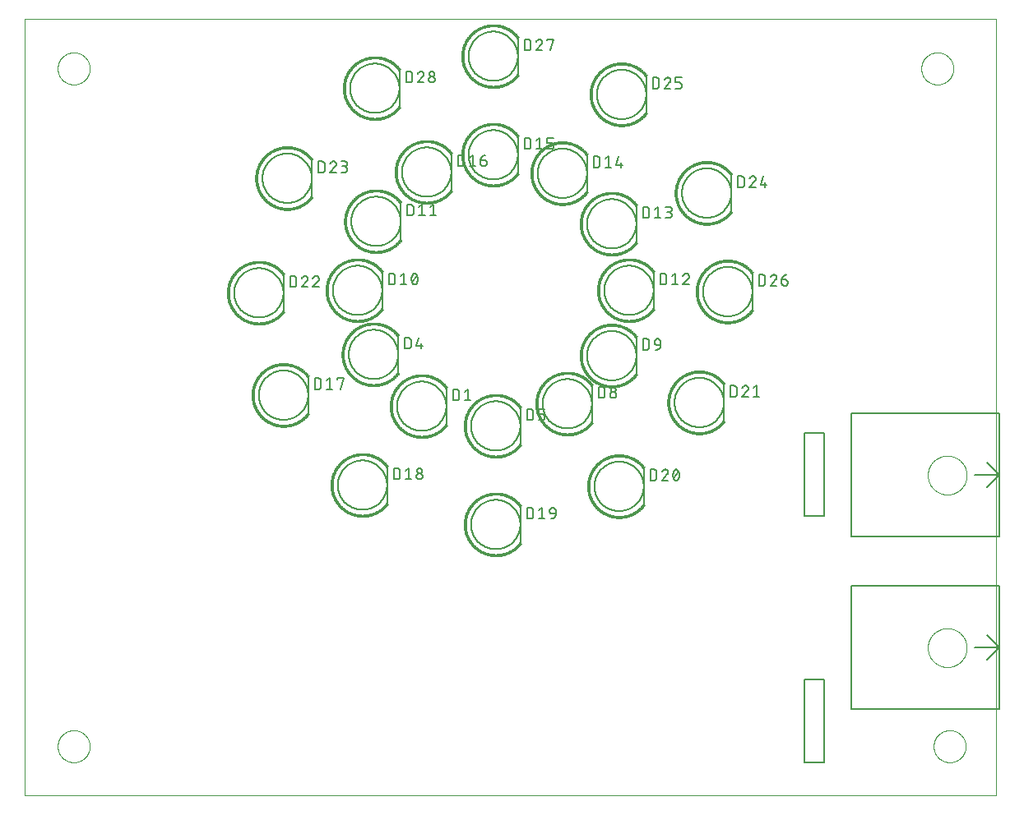
<source format=gto>
G75*
%MOIN*%
%OFA0B0*%
%FSLAX25Y25*%
%IPPOS*%
%LPD*%
%AMOC8*
5,1,8,0,0,1.08239X$1,22.5*
%
%ADD10C,0.00000*%
%ADD11C,0.00800*%
%ADD12C,0.00100*%
%ADD13C,0.00600*%
%ADD14C,0.00500*%
D10*
X0001800Y0001800D02*
X0001800Y0316761D01*
X0395501Y0316761D01*
X0395501Y0001800D01*
X0001800Y0001800D01*
X0015300Y0021800D02*
X0015302Y0021961D01*
X0015308Y0022121D01*
X0015318Y0022282D01*
X0015332Y0022442D01*
X0015350Y0022602D01*
X0015371Y0022761D01*
X0015397Y0022920D01*
X0015427Y0023078D01*
X0015460Y0023235D01*
X0015498Y0023392D01*
X0015539Y0023547D01*
X0015584Y0023701D01*
X0015633Y0023854D01*
X0015686Y0024006D01*
X0015742Y0024157D01*
X0015803Y0024306D01*
X0015866Y0024454D01*
X0015934Y0024600D01*
X0016005Y0024744D01*
X0016079Y0024886D01*
X0016157Y0025027D01*
X0016239Y0025165D01*
X0016324Y0025302D01*
X0016412Y0025436D01*
X0016504Y0025568D01*
X0016599Y0025698D01*
X0016697Y0025826D01*
X0016798Y0025951D01*
X0016902Y0026073D01*
X0017009Y0026193D01*
X0017119Y0026310D01*
X0017232Y0026425D01*
X0017348Y0026536D01*
X0017467Y0026645D01*
X0017588Y0026750D01*
X0017712Y0026853D01*
X0017838Y0026953D01*
X0017966Y0027049D01*
X0018097Y0027142D01*
X0018231Y0027232D01*
X0018366Y0027319D01*
X0018504Y0027402D01*
X0018643Y0027482D01*
X0018785Y0027558D01*
X0018928Y0027631D01*
X0019073Y0027700D01*
X0019220Y0027766D01*
X0019368Y0027828D01*
X0019518Y0027886D01*
X0019669Y0027941D01*
X0019822Y0027992D01*
X0019976Y0028039D01*
X0020131Y0028082D01*
X0020287Y0028121D01*
X0020443Y0028157D01*
X0020601Y0028188D01*
X0020759Y0028216D01*
X0020918Y0028240D01*
X0021078Y0028260D01*
X0021238Y0028276D01*
X0021398Y0028288D01*
X0021559Y0028296D01*
X0021720Y0028300D01*
X0021880Y0028300D01*
X0022041Y0028296D01*
X0022202Y0028288D01*
X0022362Y0028276D01*
X0022522Y0028260D01*
X0022682Y0028240D01*
X0022841Y0028216D01*
X0022999Y0028188D01*
X0023157Y0028157D01*
X0023313Y0028121D01*
X0023469Y0028082D01*
X0023624Y0028039D01*
X0023778Y0027992D01*
X0023931Y0027941D01*
X0024082Y0027886D01*
X0024232Y0027828D01*
X0024380Y0027766D01*
X0024527Y0027700D01*
X0024672Y0027631D01*
X0024815Y0027558D01*
X0024957Y0027482D01*
X0025096Y0027402D01*
X0025234Y0027319D01*
X0025369Y0027232D01*
X0025503Y0027142D01*
X0025634Y0027049D01*
X0025762Y0026953D01*
X0025888Y0026853D01*
X0026012Y0026750D01*
X0026133Y0026645D01*
X0026252Y0026536D01*
X0026368Y0026425D01*
X0026481Y0026310D01*
X0026591Y0026193D01*
X0026698Y0026073D01*
X0026802Y0025951D01*
X0026903Y0025826D01*
X0027001Y0025698D01*
X0027096Y0025568D01*
X0027188Y0025436D01*
X0027276Y0025302D01*
X0027361Y0025165D01*
X0027443Y0025027D01*
X0027521Y0024886D01*
X0027595Y0024744D01*
X0027666Y0024600D01*
X0027734Y0024454D01*
X0027797Y0024306D01*
X0027858Y0024157D01*
X0027914Y0024006D01*
X0027967Y0023854D01*
X0028016Y0023701D01*
X0028061Y0023547D01*
X0028102Y0023392D01*
X0028140Y0023235D01*
X0028173Y0023078D01*
X0028203Y0022920D01*
X0028229Y0022761D01*
X0028250Y0022602D01*
X0028268Y0022442D01*
X0028282Y0022282D01*
X0028292Y0022121D01*
X0028298Y0021961D01*
X0028300Y0021800D01*
X0028298Y0021639D01*
X0028292Y0021479D01*
X0028282Y0021318D01*
X0028268Y0021158D01*
X0028250Y0020998D01*
X0028229Y0020839D01*
X0028203Y0020680D01*
X0028173Y0020522D01*
X0028140Y0020365D01*
X0028102Y0020208D01*
X0028061Y0020053D01*
X0028016Y0019899D01*
X0027967Y0019746D01*
X0027914Y0019594D01*
X0027858Y0019443D01*
X0027797Y0019294D01*
X0027734Y0019146D01*
X0027666Y0019000D01*
X0027595Y0018856D01*
X0027521Y0018714D01*
X0027443Y0018573D01*
X0027361Y0018435D01*
X0027276Y0018298D01*
X0027188Y0018164D01*
X0027096Y0018032D01*
X0027001Y0017902D01*
X0026903Y0017774D01*
X0026802Y0017649D01*
X0026698Y0017527D01*
X0026591Y0017407D01*
X0026481Y0017290D01*
X0026368Y0017175D01*
X0026252Y0017064D01*
X0026133Y0016955D01*
X0026012Y0016850D01*
X0025888Y0016747D01*
X0025762Y0016647D01*
X0025634Y0016551D01*
X0025503Y0016458D01*
X0025369Y0016368D01*
X0025234Y0016281D01*
X0025096Y0016198D01*
X0024957Y0016118D01*
X0024815Y0016042D01*
X0024672Y0015969D01*
X0024527Y0015900D01*
X0024380Y0015834D01*
X0024232Y0015772D01*
X0024082Y0015714D01*
X0023931Y0015659D01*
X0023778Y0015608D01*
X0023624Y0015561D01*
X0023469Y0015518D01*
X0023313Y0015479D01*
X0023157Y0015443D01*
X0022999Y0015412D01*
X0022841Y0015384D01*
X0022682Y0015360D01*
X0022522Y0015340D01*
X0022362Y0015324D01*
X0022202Y0015312D01*
X0022041Y0015304D01*
X0021880Y0015300D01*
X0021720Y0015300D01*
X0021559Y0015304D01*
X0021398Y0015312D01*
X0021238Y0015324D01*
X0021078Y0015340D01*
X0020918Y0015360D01*
X0020759Y0015384D01*
X0020601Y0015412D01*
X0020443Y0015443D01*
X0020287Y0015479D01*
X0020131Y0015518D01*
X0019976Y0015561D01*
X0019822Y0015608D01*
X0019669Y0015659D01*
X0019518Y0015714D01*
X0019368Y0015772D01*
X0019220Y0015834D01*
X0019073Y0015900D01*
X0018928Y0015969D01*
X0018785Y0016042D01*
X0018643Y0016118D01*
X0018504Y0016198D01*
X0018366Y0016281D01*
X0018231Y0016368D01*
X0018097Y0016458D01*
X0017966Y0016551D01*
X0017838Y0016647D01*
X0017712Y0016747D01*
X0017588Y0016850D01*
X0017467Y0016955D01*
X0017348Y0017064D01*
X0017232Y0017175D01*
X0017119Y0017290D01*
X0017009Y0017407D01*
X0016902Y0017527D01*
X0016798Y0017649D01*
X0016697Y0017774D01*
X0016599Y0017902D01*
X0016504Y0018032D01*
X0016412Y0018164D01*
X0016324Y0018298D01*
X0016239Y0018435D01*
X0016157Y0018573D01*
X0016079Y0018714D01*
X0016005Y0018856D01*
X0015934Y0019000D01*
X0015866Y0019146D01*
X0015803Y0019294D01*
X0015742Y0019443D01*
X0015686Y0019594D01*
X0015633Y0019746D01*
X0015584Y0019899D01*
X0015539Y0020053D01*
X0015498Y0020208D01*
X0015460Y0020365D01*
X0015427Y0020522D01*
X0015397Y0020680D01*
X0015371Y0020839D01*
X0015350Y0020998D01*
X0015332Y0021158D01*
X0015318Y0021318D01*
X0015308Y0021479D01*
X0015302Y0021639D01*
X0015300Y0021800D01*
X0015300Y0296800D02*
X0015302Y0296961D01*
X0015308Y0297121D01*
X0015318Y0297282D01*
X0015332Y0297442D01*
X0015350Y0297602D01*
X0015371Y0297761D01*
X0015397Y0297920D01*
X0015427Y0298078D01*
X0015460Y0298235D01*
X0015498Y0298392D01*
X0015539Y0298547D01*
X0015584Y0298701D01*
X0015633Y0298854D01*
X0015686Y0299006D01*
X0015742Y0299157D01*
X0015803Y0299306D01*
X0015866Y0299454D01*
X0015934Y0299600D01*
X0016005Y0299744D01*
X0016079Y0299886D01*
X0016157Y0300027D01*
X0016239Y0300165D01*
X0016324Y0300302D01*
X0016412Y0300436D01*
X0016504Y0300568D01*
X0016599Y0300698D01*
X0016697Y0300826D01*
X0016798Y0300951D01*
X0016902Y0301073D01*
X0017009Y0301193D01*
X0017119Y0301310D01*
X0017232Y0301425D01*
X0017348Y0301536D01*
X0017467Y0301645D01*
X0017588Y0301750D01*
X0017712Y0301853D01*
X0017838Y0301953D01*
X0017966Y0302049D01*
X0018097Y0302142D01*
X0018231Y0302232D01*
X0018366Y0302319D01*
X0018504Y0302402D01*
X0018643Y0302482D01*
X0018785Y0302558D01*
X0018928Y0302631D01*
X0019073Y0302700D01*
X0019220Y0302766D01*
X0019368Y0302828D01*
X0019518Y0302886D01*
X0019669Y0302941D01*
X0019822Y0302992D01*
X0019976Y0303039D01*
X0020131Y0303082D01*
X0020287Y0303121D01*
X0020443Y0303157D01*
X0020601Y0303188D01*
X0020759Y0303216D01*
X0020918Y0303240D01*
X0021078Y0303260D01*
X0021238Y0303276D01*
X0021398Y0303288D01*
X0021559Y0303296D01*
X0021720Y0303300D01*
X0021880Y0303300D01*
X0022041Y0303296D01*
X0022202Y0303288D01*
X0022362Y0303276D01*
X0022522Y0303260D01*
X0022682Y0303240D01*
X0022841Y0303216D01*
X0022999Y0303188D01*
X0023157Y0303157D01*
X0023313Y0303121D01*
X0023469Y0303082D01*
X0023624Y0303039D01*
X0023778Y0302992D01*
X0023931Y0302941D01*
X0024082Y0302886D01*
X0024232Y0302828D01*
X0024380Y0302766D01*
X0024527Y0302700D01*
X0024672Y0302631D01*
X0024815Y0302558D01*
X0024957Y0302482D01*
X0025096Y0302402D01*
X0025234Y0302319D01*
X0025369Y0302232D01*
X0025503Y0302142D01*
X0025634Y0302049D01*
X0025762Y0301953D01*
X0025888Y0301853D01*
X0026012Y0301750D01*
X0026133Y0301645D01*
X0026252Y0301536D01*
X0026368Y0301425D01*
X0026481Y0301310D01*
X0026591Y0301193D01*
X0026698Y0301073D01*
X0026802Y0300951D01*
X0026903Y0300826D01*
X0027001Y0300698D01*
X0027096Y0300568D01*
X0027188Y0300436D01*
X0027276Y0300302D01*
X0027361Y0300165D01*
X0027443Y0300027D01*
X0027521Y0299886D01*
X0027595Y0299744D01*
X0027666Y0299600D01*
X0027734Y0299454D01*
X0027797Y0299306D01*
X0027858Y0299157D01*
X0027914Y0299006D01*
X0027967Y0298854D01*
X0028016Y0298701D01*
X0028061Y0298547D01*
X0028102Y0298392D01*
X0028140Y0298235D01*
X0028173Y0298078D01*
X0028203Y0297920D01*
X0028229Y0297761D01*
X0028250Y0297602D01*
X0028268Y0297442D01*
X0028282Y0297282D01*
X0028292Y0297121D01*
X0028298Y0296961D01*
X0028300Y0296800D01*
X0028298Y0296639D01*
X0028292Y0296479D01*
X0028282Y0296318D01*
X0028268Y0296158D01*
X0028250Y0295998D01*
X0028229Y0295839D01*
X0028203Y0295680D01*
X0028173Y0295522D01*
X0028140Y0295365D01*
X0028102Y0295208D01*
X0028061Y0295053D01*
X0028016Y0294899D01*
X0027967Y0294746D01*
X0027914Y0294594D01*
X0027858Y0294443D01*
X0027797Y0294294D01*
X0027734Y0294146D01*
X0027666Y0294000D01*
X0027595Y0293856D01*
X0027521Y0293714D01*
X0027443Y0293573D01*
X0027361Y0293435D01*
X0027276Y0293298D01*
X0027188Y0293164D01*
X0027096Y0293032D01*
X0027001Y0292902D01*
X0026903Y0292774D01*
X0026802Y0292649D01*
X0026698Y0292527D01*
X0026591Y0292407D01*
X0026481Y0292290D01*
X0026368Y0292175D01*
X0026252Y0292064D01*
X0026133Y0291955D01*
X0026012Y0291850D01*
X0025888Y0291747D01*
X0025762Y0291647D01*
X0025634Y0291551D01*
X0025503Y0291458D01*
X0025369Y0291368D01*
X0025234Y0291281D01*
X0025096Y0291198D01*
X0024957Y0291118D01*
X0024815Y0291042D01*
X0024672Y0290969D01*
X0024527Y0290900D01*
X0024380Y0290834D01*
X0024232Y0290772D01*
X0024082Y0290714D01*
X0023931Y0290659D01*
X0023778Y0290608D01*
X0023624Y0290561D01*
X0023469Y0290518D01*
X0023313Y0290479D01*
X0023157Y0290443D01*
X0022999Y0290412D01*
X0022841Y0290384D01*
X0022682Y0290360D01*
X0022522Y0290340D01*
X0022362Y0290324D01*
X0022202Y0290312D01*
X0022041Y0290304D01*
X0021880Y0290300D01*
X0021720Y0290300D01*
X0021559Y0290304D01*
X0021398Y0290312D01*
X0021238Y0290324D01*
X0021078Y0290340D01*
X0020918Y0290360D01*
X0020759Y0290384D01*
X0020601Y0290412D01*
X0020443Y0290443D01*
X0020287Y0290479D01*
X0020131Y0290518D01*
X0019976Y0290561D01*
X0019822Y0290608D01*
X0019669Y0290659D01*
X0019518Y0290714D01*
X0019368Y0290772D01*
X0019220Y0290834D01*
X0019073Y0290900D01*
X0018928Y0290969D01*
X0018785Y0291042D01*
X0018643Y0291118D01*
X0018504Y0291198D01*
X0018366Y0291281D01*
X0018231Y0291368D01*
X0018097Y0291458D01*
X0017966Y0291551D01*
X0017838Y0291647D01*
X0017712Y0291747D01*
X0017588Y0291850D01*
X0017467Y0291955D01*
X0017348Y0292064D01*
X0017232Y0292175D01*
X0017119Y0292290D01*
X0017009Y0292407D01*
X0016902Y0292527D01*
X0016798Y0292649D01*
X0016697Y0292774D01*
X0016599Y0292902D01*
X0016504Y0293032D01*
X0016412Y0293164D01*
X0016324Y0293298D01*
X0016239Y0293435D01*
X0016157Y0293573D01*
X0016079Y0293714D01*
X0016005Y0293856D01*
X0015934Y0294000D01*
X0015866Y0294146D01*
X0015803Y0294294D01*
X0015742Y0294443D01*
X0015686Y0294594D01*
X0015633Y0294746D01*
X0015584Y0294899D01*
X0015539Y0295053D01*
X0015498Y0295208D01*
X0015460Y0295365D01*
X0015427Y0295522D01*
X0015397Y0295680D01*
X0015371Y0295839D01*
X0015350Y0295998D01*
X0015332Y0296158D01*
X0015318Y0296318D01*
X0015308Y0296479D01*
X0015302Y0296639D01*
X0015300Y0296800D01*
X0365300Y0296800D02*
X0365302Y0296961D01*
X0365308Y0297121D01*
X0365318Y0297282D01*
X0365332Y0297442D01*
X0365350Y0297602D01*
X0365371Y0297761D01*
X0365397Y0297920D01*
X0365427Y0298078D01*
X0365460Y0298235D01*
X0365498Y0298392D01*
X0365539Y0298547D01*
X0365584Y0298701D01*
X0365633Y0298854D01*
X0365686Y0299006D01*
X0365742Y0299157D01*
X0365803Y0299306D01*
X0365866Y0299454D01*
X0365934Y0299600D01*
X0366005Y0299744D01*
X0366079Y0299886D01*
X0366157Y0300027D01*
X0366239Y0300165D01*
X0366324Y0300302D01*
X0366412Y0300436D01*
X0366504Y0300568D01*
X0366599Y0300698D01*
X0366697Y0300826D01*
X0366798Y0300951D01*
X0366902Y0301073D01*
X0367009Y0301193D01*
X0367119Y0301310D01*
X0367232Y0301425D01*
X0367348Y0301536D01*
X0367467Y0301645D01*
X0367588Y0301750D01*
X0367712Y0301853D01*
X0367838Y0301953D01*
X0367966Y0302049D01*
X0368097Y0302142D01*
X0368231Y0302232D01*
X0368366Y0302319D01*
X0368504Y0302402D01*
X0368643Y0302482D01*
X0368785Y0302558D01*
X0368928Y0302631D01*
X0369073Y0302700D01*
X0369220Y0302766D01*
X0369368Y0302828D01*
X0369518Y0302886D01*
X0369669Y0302941D01*
X0369822Y0302992D01*
X0369976Y0303039D01*
X0370131Y0303082D01*
X0370287Y0303121D01*
X0370443Y0303157D01*
X0370601Y0303188D01*
X0370759Y0303216D01*
X0370918Y0303240D01*
X0371078Y0303260D01*
X0371238Y0303276D01*
X0371398Y0303288D01*
X0371559Y0303296D01*
X0371720Y0303300D01*
X0371880Y0303300D01*
X0372041Y0303296D01*
X0372202Y0303288D01*
X0372362Y0303276D01*
X0372522Y0303260D01*
X0372682Y0303240D01*
X0372841Y0303216D01*
X0372999Y0303188D01*
X0373157Y0303157D01*
X0373313Y0303121D01*
X0373469Y0303082D01*
X0373624Y0303039D01*
X0373778Y0302992D01*
X0373931Y0302941D01*
X0374082Y0302886D01*
X0374232Y0302828D01*
X0374380Y0302766D01*
X0374527Y0302700D01*
X0374672Y0302631D01*
X0374815Y0302558D01*
X0374957Y0302482D01*
X0375096Y0302402D01*
X0375234Y0302319D01*
X0375369Y0302232D01*
X0375503Y0302142D01*
X0375634Y0302049D01*
X0375762Y0301953D01*
X0375888Y0301853D01*
X0376012Y0301750D01*
X0376133Y0301645D01*
X0376252Y0301536D01*
X0376368Y0301425D01*
X0376481Y0301310D01*
X0376591Y0301193D01*
X0376698Y0301073D01*
X0376802Y0300951D01*
X0376903Y0300826D01*
X0377001Y0300698D01*
X0377096Y0300568D01*
X0377188Y0300436D01*
X0377276Y0300302D01*
X0377361Y0300165D01*
X0377443Y0300027D01*
X0377521Y0299886D01*
X0377595Y0299744D01*
X0377666Y0299600D01*
X0377734Y0299454D01*
X0377797Y0299306D01*
X0377858Y0299157D01*
X0377914Y0299006D01*
X0377967Y0298854D01*
X0378016Y0298701D01*
X0378061Y0298547D01*
X0378102Y0298392D01*
X0378140Y0298235D01*
X0378173Y0298078D01*
X0378203Y0297920D01*
X0378229Y0297761D01*
X0378250Y0297602D01*
X0378268Y0297442D01*
X0378282Y0297282D01*
X0378292Y0297121D01*
X0378298Y0296961D01*
X0378300Y0296800D01*
X0378298Y0296639D01*
X0378292Y0296479D01*
X0378282Y0296318D01*
X0378268Y0296158D01*
X0378250Y0295998D01*
X0378229Y0295839D01*
X0378203Y0295680D01*
X0378173Y0295522D01*
X0378140Y0295365D01*
X0378102Y0295208D01*
X0378061Y0295053D01*
X0378016Y0294899D01*
X0377967Y0294746D01*
X0377914Y0294594D01*
X0377858Y0294443D01*
X0377797Y0294294D01*
X0377734Y0294146D01*
X0377666Y0294000D01*
X0377595Y0293856D01*
X0377521Y0293714D01*
X0377443Y0293573D01*
X0377361Y0293435D01*
X0377276Y0293298D01*
X0377188Y0293164D01*
X0377096Y0293032D01*
X0377001Y0292902D01*
X0376903Y0292774D01*
X0376802Y0292649D01*
X0376698Y0292527D01*
X0376591Y0292407D01*
X0376481Y0292290D01*
X0376368Y0292175D01*
X0376252Y0292064D01*
X0376133Y0291955D01*
X0376012Y0291850D01*
X0375888Y0291747D01*
X0375762Y0291647D01*
X0375634Y0291551D01*
X0375503Y0291458D01*
X0375369Y0291368D01*
X0375234Y0291281D01*
X0375096Y0291198D01*
X0374957Y0291118D01*
X0374815Y0291042D01*
X0374672Y0290969D01*
X0374527Y0290900D01*
X0374380Y0290834D01*
X0374232Y0290772D01*
X0374082Y0290714D01*
X0373931Y0290659D01*
X0373778Y0290608D01*
X0373624Y0290561D01*
X0373469Y0290518D01*
X0373313Y0290479D01*
X0373157Y0290443D01*
X0372999Y0290412D01*
X0372841Y0290384D01*
X0372682Y0290360D01*
X0372522Y0290340D01*
X0372362Y0290324D01*
X0372202Y0290312D01*
X0372041Y0290304D01*
X0371880Y0290300D01*
X0371720Y0290300D01*
X0371559Y0290304D01*
X0371398Y0290312D01*
X0371238Y0290324D01*
X0371078Y0290340D01*
X0370918Y0290360D01*
X0370759Y0290384D01*
X0370601Y0290412D01*
X0370443Y0290443D01*
X0370287Y0290479D01*
X0370131Y0290518D01*
X0369976Y0290561D01*
X0369822Y0290608D01*
X0369669Y0290659D01*
X0369518Y0290714D01*
X0369368Y0290772D01*
X0369220Y0290834D01*
X0369073Y0290900D01*
X0368928Y0290969D01*
X0368785Y0291042D01*
X0368643Y0291118D01*
X0368504Y0291198D01*
X0368366Y0291281D01*
X0368231Y0291368D01*
X0368097Y0291458D01*
X0367966Y0291551D01*
X0367838Y0291647D01*
X0367712Y0291747D01*
X0367588Y0291850D01*
X0367467Y0291955D01*
X0367348Y0292064D01*
X0367232Y0292175D01*
X0367119Y0292290D01*
X0367009Y0292407D01*
X0366902Y0292527D01*
X0366798Y0292649D01*
X0366697Y0292774D01*
X0366599Y0292902D01*
X0366504Y0293032D01*
X0366412Y0293164D01*
X0366324Y0293298D01*
X0366239Y0293435D01*
X0366157Y0293573D01*
X0366079Y0293714D01*
X0366005Y0293856D01*
X0365934Y0294000D01*
X0365866Y0294146D01*
X0365803Y0294294D01*
X0365742Y0294443D01*
X0365686Y0294594D01*
X0365633Y0294746D01*
X0365584Y0294899D01*
X0365539Y0295053D01*
X0365498Y0295208D01*
X0365460Y0295365D01*
X0365427Y0295522D01*
X0365397Y0295680D01*
X0365371Y0295839D01*
X0365350Y0295998D01*
X0365332Y0296158D01*
X0365318Y0296318D01*
X0365308Y0296479D01*
X0365302Y0296639D01*
X0365300Y0296800D01*
X0367942Y0131800D02*
X0367944Y0131993D01*
X0367951Y0132186D01*
X0367963Y0132379D01*
X0367980Y0132572D01*
X0368001Y0132764D01*
X0368027Y0132955D01*
X0368058Y0133146D01*
X0368093Y0133336D01*
X0368133Y0133525D01*
X0368178Y0133713D01*
X0368227Y0133900D01*
X0368281Y0134086D01*
X0368339Y0134270D01*
X0368402Y0134453D01*
X0368470Y0134634D01*
X0368541Y0134813D01*
X0368618Y0134991D01*
X0368698Y0135167D01*
X0368783Y0135340D01*
X0368872Y0135512D01*
X0368965Y0135681D01*
X0369062Y0135848D01*
X0369164Y0136013D01*
X0369269Y0136175D01*
X0369378Y0136334D01*
X0369492Y0136491D01*
X0369609Y0136644D01*
X0369729Y0136795D01*
X0369854Y0136943D01*
X0369982Y0137088D01*
X0370113Y0137229D01*
X0370248Y0137368D01*
X0370387Y0137503D01*
X0370528Y0137634D01*
X0370673Y0137762D01*
X0370821Y0137887D01*
X0370972Y0138007D01*
X0371125Y0138124D01*
X0371282Y0138238D01*
X0371441Y0138347D01*
X0371603Y0138452D01*
X0371768Y0138554D01*
X0371935Y0138651D01*
X0372104Y0138744D01*
X0372276Y0138833D01*
X0372449Y0138918D01*
X0372625Y0138998D01*
X0372803Y0139075D01*
X0372982Y0139146D01*
X0373163Y0139214D01*
X0373346Y0139277D01*
X0373530Y0139335D01*
X0373716Y0139389D01*
X0373903Y0139438D01*
X0374091Y0139483D01*
X0374280Y0139523D01*
X0374470Y0139558D01*
X0374661Y0139589D01*
X0374852Y0139615D01*
X0375044Y0139636D01*
X0375237Y0139653D01*
X0375430Y0139665D01*
X0375623Y0139672D01*
X0375816Y0139674D01*
X0376009Y0139672D01*
X0376202Y0139665D01*
X0376395Y0139653D01*
X0376588Y0139636D01*
X0376780Y0139615D01*
X0376971Y0139589D01*
X0377162Y0139558D01*
X0377352Y0139523D01*
X0377541Y0139483D01*
X0377729Y0139438D01*
X0377916Y0139389D01*
X0378102Y0139335D01*
X0378286Y0139277D01*
X0378469Y0139214D01*
X0378650Y0139146D01*
X0378829Y0139075D01*
X0379007Y0138998D01*
X0379183Y0138918D01*
X0379356Y0138833D01*
X0379528Y0138744D01*
X0379697Y0138651D01*
X0379864Y0138554D01*
X0380029Y0138452D01*
X0380191Y0138347D01*
X0380350Y0138238D01*
X0380507Y0138124D01*
X0380660Y0138007D01*
X0380811Y0137887D01*
X0380959Y0137762D01*
X0381104Y0137634D01*
X0381245Y0137503D01*
X0381384Y0137368D01*
X0381519Y0137229D01*
X0381650Y0137088D01*
X0381778Y0136943D01*
X0381903Y0136795D01*
X0382023Y0136644D01*
X0382140Y0136491D01*
X0382254Y0136334D01*
X0382363Y0136175D01*
X0382468Y0136013D01*
X0382570Y0135848D01*
X0382667Y0135681D01*
X0382760Y0135512D01*
X0382849Y0135340D01*
X0382934Y0135167D01*
X0383014Y0134991D01*
X0383091Y0134813D01*
X0383162Y0134634D01*
X0383230Y0134453D01*
X0383293Y0134270D01*
X0383351Y0134086D01*
X0383405Y0133900D01*
X0383454Y0133713D01*
X0383499Y0133525D01*
X0383539Y0133336D01*
X0383574Y0133146D01*
X0383605Y0132955D01*
X0383631Y0132764D01*
X0383652Y0132572D01*
X0383669Y0132379D01*
X0383681Y0132186D01*
X0383688Y0131993D01*
X0383690Y0131800D01*
X0383688Y0131607D01*
X0383681Y0131414D01*
X0383669Y0131221D01*
X0383652Y0131028D01*
X0383631Y0130836D01*
X0383605Y0130645D01*
X0383574Y0130454D01*
X0383539Y0130264D01*
X0383499Y0130075D01*
X0383454Y0129887D01*
X0383405Y0129700D01*
X0383351Y0129514D01*
X0383293Y0129330D01*
X0383230Y0129147D01*
X0383162Y0128966D01*
X0383091Y0128787D01*
X0383014Y0128609D01*
X0382934Y0128433D01*
X0382849Y0128260D01*
X0382760Y0128088D01*
X0382667Y0127919D01*
X0382570Y0127752D01*
X0382468Y0127587D01*
X0382363Y0127425D01*
X0382254Y0127266D01*
X0382140Y0127109D01*
X0382023Y0126956D01*
X0381903Y0126805D01*
X0381778Y0126657D01*
X0381650Y0126512D01*
X0381519Y0126371D01*
X0381384Y0126232D01*
X0381245Y0126097D01*
X0381104Y0125966D01*
X0380959Y0125838D01*
X0380811Y0125713D01*
X0380660Y0125593D01*
X0380507Y0125476D01*
X0380350Y0125362D01*
X0380191Y0125253D01*
X0380029Y0125148D01*
X0379864Y0125046D01*
X0379697Y0124949D01*
X0379528Y0124856D01*
X0379356Y0124767D01*
X0379183Y0124682D01*
X0379007Y0124602D01*
X0378829Y0124525D01*
X0378650Y0124454D01*
X0378469Y0124386D01*
X0378286Y0124323D01*
X0378102Y0124265D01*
X0377916Y0124211D01*
X0377729Y0124162D01*
X0377541Y0124117D01*
X0377352Y0124077D01*
X0377162Y0124042D01*
X0376971Y0124011D01*
X0376780Y0123985D01*
X0376588Y0123964D01*
X0376395Y0123947D01*
X0376202Y0123935D01*
X0376009Y0123928D01*
X0375816Y0123926D01*
X0375623Y0123928D01*
X0375430Y0123935D01*
X0375237Y0123947D01*
X0375044Y0123964D01*
X0374852Y0123985D01*
X0374661Y0124011D01*
X0374470Y0124042D01*
X0374280Y0124077D01*
X0374091Y0124117D01*
X0373903Y0124162D01*
X0373716Y0124211D01*
X0373530Y0124265D01*
X0373346Y0124323D01*
X0373163Y0124386D01*
X0372982Y0124454D01*
X0372803Y0124525D01*
X0372625Y0124602D01*
X0372449Y0124682D01*
X0372276Y0124767D01*
X0372104Y0124856D01*
X0371935Y0124949D01*
X0371768Y0125046D01*
X0371603Y0125148D01*
X0371441Y0125253D01*
X0371282Y0125362D01*
X0371125Y0125476D01*
X0370972Y0125593D01*
X0370821Y0125713D01*
X0370673Y0125838D01*
X0370528Y0125966D01*
X0370387Y0126097D01*
X0370248Y0126232D01*
X0370113Y0126371D01*
X0369982Y0126512D01*
X0369854Y0126657D01*
X0369729Y0126805D01*
X0369609Y0126956D01*
X0369492Y0127109D01*
X0369378Y0127266D01*
X0369269Y0127425D01*
X0369164Y0127587D01*
X0369062Y0127752D01*
X0368965Y0127919D01*
X0368872Y0128088D01*
X0368783Y0128260D01*
X0368698Y0128433D01*
X0368618Y0128609D01*
X0368541Y0128787D01*
X0368470Y0128966D01*
X0368402Y0129147D01*
X0368339Y0129330D01*
X0368281Y0129514D01*
X0368227Y0129700D01*
X0368178Y0129887D01*
X0368133Y0130075D01*
X0368093Y0130264D01*
X0368058Y0130454D01*
X0368027Y0130645D01*
X0368001Y0130836D01*
X0367980Y0131028D01*
X0367963Y0131221D01*
X0367951Y0131414D01*
X0367944Y0131607D01*
X0367942Y0131800D01*
X0367942Y0061800D02*
X0367944Y0061993D01*
X0367951Y0062186D01*
X0367963Y0062379D01*
X0367980Y0062572D01*
X0368001Y0062764D01*
X0368027Y0062955D01*
X0368058Y0063146D01*
X0368093Y0063336D01*
X0368133Y0063525D01*
X0368178Y0063713D01*
X0368227Y0063900D01*
X0368281Y0064086D01*
X0368339Y0064270D01*
X0368402Y0064453D01*
X0368470Y0064634D01*
X0368541Y0064813D01*
X0368618Y0064991D01*
X0368698Y0065167D01*
X0368783Y0065340D01*
X0368872Y0065512D01*
X0368965Y0065681D01*
X0369062Y0065848D01*
X0369164Y0066013D01*
X0369269Y0066175D01*
X0369378Y0066334D01*
X0369492Y0066491D01*
X0369609Y0066644D01*
X0369729Y0066795D01*
X0369854Y0066943D01*
X0369982Y0067088D01*
X0370113Y0067229D01*
X0370248Y0067368D01*
X0370387Y0067503D01*
X0370528Y0067634D01*
X0370673Y0067762D01*
X0370821Y0067887D01*
X0370972Y0068007D01*
X0371125Y0068124D01*
X0371282Y0068238D01*
X0371441Y0068347D01*
X0371603Y0068452D01*
X0371768Y0068554D01*
X0371935Y0068651D01*
X0372104Y0068744D01*
X0372276Y0068833D01*
X0372449Y0068918D01*
X0372625Y0068998D01*
X0372803Y0069075D01*
X0372982Y0069146D01*
X0373163Y0069214D01*
X0373346Y0069277D01*
X0373530Y0069335D01*
X0373716Y0069389D01*
X0373903Y0069438D01*
X0374091Y0069483D01*
X0374280Y0069523D01*
X0374470Y0069558D01*
X0374661Y0069589D01*
X0374852Y0069615D01*
X0375044Y0069636D01*
X0375237Y0069653D01*
X0375430Y0069665D01*
X0375623Y0069672D01*
X0375816Y0069674D01*
X0376009Y0069672D01*
X0376202Y0069665D01*
X0376395Y0069653D01*
X0376588Y0069636D01*
X0376780Y0069615D01*
X0376971Y0069589D01*
X0377162Y0069558D01*
X0377352Y0069523D01*
X0377541Y0069483D01*
X0377729Y0069438D01*
X0377916Y0069389D01*
X0378102Y0069335D01*
X0378286Y0069277D01*
X0378469Y0069214D01*
X0378650Y0069146D01*
X0378829Y0069075D01*
X0379007Y0068998D01*
X0379183Y0068918D01*
X0379356Y0068833D01*
X0379528Y0068744D01*
X0379697Y0068651D01*
X0379864Y0068554D01*
X0380029Y0068452D01*
X0380191Y0068347D01*
X0380350Y0068238D01*
X0380507Y0068124D01*
X0380660Y0068007D01*
X0380811Y0067887D01*
X0380959Y0067762D01*
X0381104Y0067634D01*
X0381245Y0067503D01*
X0381384Y0067368D01*
X0381519Y0067229D01*
X0381650Y0067088D01*
X0381778Y0066943D01*
X0381903Y0066795D01*
X0382023Y0066644D01*
X0382140Y0066491D01*
X0382254Y0066334D01*
X0382363Y0066175D01*
X0382468Y0066013D01*
X0382570Y0065848D01*
X0382667Y0065681D01*
X0382760Y0065512D01*
X0382849Y0065340D01*
X0382934Y0065167D01*
X0383014Y0064991D01*
X0383091Y0064813D01*
X0383162Y0064634D01*
X0383230Y0064453D01*
X0383293Y0064270D01*
X0383351Y0064086D01*
X0383405Y0063900D01*
X0383454Y0063713D01*
X0383499Y0063525D01*
X0383539Y0063336D01*
X0383574Y0063146D01*
X0383605Y0062955D01*
X0383631Y0062764D01*
X0383652Y0062572D01*
X0383669Y0062379D01*
X0383681Y0062186D01*
X0383688Y0061993D01*
X0383690Y0061800D01*
X0383688Y0061607D01*
X0383681Y0061414D01*
X0383669Y0061221D01*
X0383652Y0061028D01*
X0383631Y0060836D01*
X0383605Y0060645D01*
X0383574Y0060454D01*
X0383539Y0060264D01*
X0383499Y0060075D01*
X0383454Y0059887D01*
X0383405Y0059700D01*
X0383351Y0059514D01*
X0383293Y0059330D01*
X0383230Y0059147D01*
X0383162Y0058966D01*
X0383091Y0058787D01*
X0383014Y0058609D01*
X0382934Y0058433D01*
X0382849Y0058260D01*
X0382760Y0058088D01*
X0382667Y0057919D01*
X0382570Y0057752D01*
X0382468Y0057587D01*
X0382363Y0057425D01*
X0382254Y0057266D01*
X0382140Y0057109D01*
X0382023Y0056956D01*
X0381903Y0056805D01*
X0381778Y0056657D01*
X0381650Y0056512D01*
X0381519Y0056371D01*
X0381384Y0056232D01*
X0381245Y0056097D01*
X0381104Y0055966D01*
X0380959Y0055838D01*
X0380811Y0055713D01*
X0380660Y0055593D01*
X0380507Y0055476D01*
X0380350Y0055362D01*
X0380191Y0055253D01*
X0380029Y0055148D01*
X0379864Y0055046D01*
X0379697Y0054949D01*
X0379528Y0054856D01*
X0379356Y0054767D01*
X0379183Y0054682D01*
X0379007Y0054602D01*
X0378829Y0054525D01*
X0378650Y0054454D01*
X0378469Y0054386D01*
X0378286Y0054323D01*
X0378102Y0054265D01*
X0377916Y0054211D01*
X0377729Y0054162D01*
X0377541Y0054117D01*
X0377352Y0054077D01*
X0377162Y0054042D01*
X0376971Y0054011D01*
X0376780Y0053985D01*
X0376588Y0053964D01*
X0376395Y0053947D01*
X0376202Y0053935D01*
X0376009Y0053928D01*
X0375816Y0053926D01*
X0375623Y0053928D01*
X0375430Y0053935D01*
X0375237Y0053947D01*
X0375044Y0053964D01*
X0374852Y0053985D01*
X0374661Y0054011D01*
X0374470Y0054042D01*
X0374280Y0054077D01*
X0374091Y0054117D01*
X0373903Y0054162D01*
X0373716Y0054211D01*
X0373530Y0054265D01*
X0373346Y0054323D01*
X0373163Y0054386D01*
X0372982Y0054454D01*
X0372803Y0054525D01*
X0372625Y0054602D01*
X0372449Y0054682D01*
X0372276Y0054767D01*
X0372104Y0054856D01*
X0371935Y0054949D01*
X0371768Y0055046D01*
X0371603Y0055148D01*
X0371441Y0055253D01*
X0371282Y0055362D01*
X0371125Y0055476D01*
X0370972Y0055593D01*
X0370821Y0055713D01*
X0370673Y0055838D01*
X0370528Y0055966D01*
X0370387Y0056097D01*
X0370248Y0056232D01*
X0370113Y0056371D01*
X0369982Y0056512D01*
X0369854Y0056657D01*
X0369729Y0056805D01*
X0369609Y0056956D01*
X0369492Y0057109D01*
X0369378Y0057266D01*
X0369269Y0057425D01*
X0369164Y0057587D01*
X0369062Y0057752D01*
X0368965Y0057919D01*
X0368872Y0058088D01*
X0368783Y0058260D01*
X0368698Y0058433D01*
X0368618Y0058609D01*
X0368541Y0058787D01*
X0368470Y0058966D01*
X0368402Y0059147D01*
X0368339Y0059330D01*
X0368281Y0059514D01*
X0368227Y0059700D01*
X0368178Y0059887D01*
X0368133Y0060075D01*
X0368093Y0060264D01*
X0368058Y0060454D01*
X0368027Y0060645D01*
X0368001Y0060836D01*
X0367980Y0061028D01*
X0367963Y0061221D01*
X0367951Y0061414D01*
X0367944Y0061607D01*
X0367942Y0061800D01*
X0370300Y0021800D02*
X0370302Y0021961D01*
X0370308Y0022121D01*
X0370318Y0022282D01*
X0370332Y0022442D01*
X0370350Y0022602D01*
X0370371Y0022761D01*
X0370397Y0022920D01*
X0370427Y0023078D01*
X0370460Y0023235D01*
X0370498Y0023392D01*
X0370539Y0023547D01*
X0370584Y0023701D01*
X0370633Y0023854D01*
X0370686Y0024006D01*
X0370742Y0024157D01*
X0370803Y0024306D01*
X0370866Y0024454D01*
X0370934Y0024600D01*
X0371005Y0024744D01*
X0371079Y0024886D01*
X0371157Y0025027D01*
X0371239Y0025165D01*
X0371324Y0025302D01*
X0371412Y0025436D01*
X0371504Y0025568D01*
X0371599Y0025698D01*
X0371697Y0025826D01*
X0371798Y0025951D01*
X0371902Y0026073D01*
X0372009Y0026193D01*
X0372119Y0026310D01*
X0372232Y0026425D01*
X0372348Y0026536D01*
X0372467Y0026645D01*
X0372588Y0026750D01*
X0372712Y0026853D01*
X0372838Y0026953D01*
X0372966Y0027049D01*
X0373097Y0027142D01*
X0373231Y0027232D01*
X0373366Y0027319D01*
X0373504Y0027402D01*
X0373643Y0027482D01*
X0373785Y0027558D01*
X0373928Y0027631D01*
X0374073Y0027700D01*
X0374220Y0027766D01*
X0374368Y0027828D01*
X0374518Y0027886D01*
X0374669Y0027941D01*
X0374822Y0027992D01*
X0374976Y0028039D01*
X0375131Y0028082D01*
X0375287Y0028121D01*
X0375443Y0028157D01*
X0375601Y0028188D01*
X0375759Y0028216D01*
X0375918Y0028240D01*
X0376078Y0028260D01*
X0376238Y0028276D01*
X0376398Y0028288D01*
X0376559Y0028296D01*
X0376720Y0028300D01*
X0376880Y0028300D01*
X0377041Y0028296D01*
X0377202Y0028288D01*
X0377362Y0028276D01*
X0377522Y0028260D01*
X0377682Y0028240D01*
X0377841Y0028216D01*
X0377999Y0028188D01*
X0378157Y0028157D01*
X0378313Y0028121D01*
X0378469Y0028082D01*
X0378624Y0028039D01*
X0378778Y0027992D01*
X0378931Y0027941D01*
X0379082Y0027886D01*
X0379232Y0027828D01*
X0379380Y0027766D01*
X0379527Y0027700D01*
X0379672Y0027631D01*
X0379815Y0027558D01*
X0379957Y0027482D01*
X0380096Y0027402D01*
X0380234Y0027319D01*
X0380369Y0027232D01*
X0380503Y0027142D01*
X0380634Y0027049D01*
X0380762Y0026953D01*
X0380888Y0026853D01*
X0381012Y0026750D01*
X0381133Y0026645D01*
X0381252Y0026536D01*
X0381368Y0026425D01*
X0381481Y0026310D01*
X0381591Y0026193D01*
X0381698Y0026073D01*
X0381802Y0025951D01*
X0381903Y0025826D01*
X0382001Y0025698D01*
X0382096Y0025568D01*
X0382188Y0025436D01*
X0382276Y0025302D01*
X0382361Y0025165D01*
X0382443Y0025027D01*
X0382521Y0024886D01*
X0382595Y0024744D01*
X0382666Y0024600D01*
X0382734Y0024454D01*
X0382797Y0024306D01*
X0382858Y0024157D01*
X0382914Y0024006D01*
X0382967Y0023854D01*
X0383016Y0023701D01*
X0383061Y0023547D01*
X0383102Y0023392D01*
X0383140Y0023235D01*
X0383173Y0023078D01*
X0383203Y0022920D01*
X0383229Y0022761D01*
X0383250Y0022602D01*
X0383268Y0022442D01*
X0383282Y0022282D01*
X0383292Y0022121D01*
X0383298Y0021961D01*
X0383300Y0021800D01*
X0383298Y0021639D01*
X0383292Y0021479D01*
X0383282Y0021318D01*
X0383268Y0021158D01*
X0383250Y0020998D01*
X0383229Y0020839D01*
X0383203Y0020680D01*
X0383173Y0020522D01*
X0383140Y0020365D01*
X0383102Y0020208D01*
X0383061Y0020053D01*
X0383016Y0019899D01*
X0382967Y0019746D01*
X0382914Y0019594D01*
X0382858Y0019443D01*
X0382797Y0019294D01*
X0382734Y0019146D01*
X0382666Y0019000D01*
X0382595Y0018856D01*
X0382521Y0018714D01*
X0382443Y0018573D01*
X0382361Y0018435D01*
X0382276Y0018298D01*
X0382188Y0018164D01*
X0382096Y0018032D01*
X0382001Y0017902D01*
X0381903Y0017774D01*
X0381802Y0017649D01*
X0381698Y0017527D01*
X0381591Y0017407D01*
X0381481Y0017290D01*
X0381368Y0017175D01*
X0381252Y0017064D01*
X0381133Y0016955D01*
X0381012Y0016850D01*
X0380888Y0016747D01*
X0380762Y0016647D01*
X0380634Y0016551D01*
X0380503Y0016458D01*
X0380369Y0016368D01*
X0380234Y0016281D01*
X0380096Y0016198D01*
X0379957Y0016118D01*
X0379815Y0016042D01*
X0379672Y0015969D01*
X0379527Y0015900D01*
X0379380Y0015834D01*
X0379232Y0015772D01*
X0379082Y0015714D01*
X0378931Y0015659D01*
X0378778Y0015608D01*
X0378624Y0015561D01*
X0378469Y0015518D01*
X0378313Y0015479D01*
X0378157Y0015443D01*
X0377999Y0015412D01*
X0377841Y0015384D01*
X0377682Y0015360D01*
X0377522Y0015340D01*
X0377362Y0015324D01*
X0377202Y0015312D01*
X0377041Y0015304D01*
X0376880Y0015300D01*
X0376720Y0015300D01*
X0376559Y0015304D01*
X0376398Y0015312D01*
X0376238Y0015324D01*
X0376078Y0015340D01*
X0375918Y0015360D01*
X0375759Y0015384D01*
X0375601Y0015412D01*
X0375443Y0015443D01*
X0375287Y0015479D01*
X0375131Y0015518D01*
X0374976Y0015561D01*
X0374822Y0015608D01*
X0374669Y0015659D01*
X0374518Y0015714D01*
X0374368Y0015772D01*
X0374220Y0015834D01*
X0374073Y0015900D01*
X0373928Y0015969D01*
X0373785Y0016042D01*
X0373643Y0016118D01*
X0373504Y0016198D01*
X0373366Y0016281D01*
X0373231Y0016368D01*
X0373097Y0016458D01*
X0372966Y0016551D01*
X0372838Y0016647D01*
X0372712Y0016747D01*
X0372588Y0016850D01*
X0372467Y0016955D01*
X0372348Y0017064D01*
X0372232Y0017175D01*
X0372119Y0017290D01*
X0372009Y0017407D01*
X0371902Y0017527D01*
X0371798Y0017649D01*
X0371697Y0017774D01*
X0371599Y0017902D01*
X0371504Y0018032D01*
X0371412Y0018164D01*
X0371324Y0018298D01*
X0371239Y0018435D01*
X0371157Y0018573D01*
X0371079Y0018714D01*
X0371005Y0018856D01*
X0370934Y0019000D01*
X0370866Y0019146D01*
X0370803Y0019294D01*
X0370742Y0019443D01*
X0370686Y0019594D01*
X0370633Y0019746D01*
X0370584Y0019899D01*
X0370539Y0020053D01*
X0370498Y0020208D01*
X0370460Y0020365D01*
X0370427Y0020522D01*
X0370397Y0020680D01*
X0370371Y0020839D01*
X0370350Y0020998D01*
X0370332Y0021158D01*
X0370318Y0021318D01*
X0370308Y0021479D01*
X0370302Y0021639D01*
X0370300Y0021800D01*
D11*
X0252800Y0119800D02*
X0252800Y0134800D01*
X0231800Y0153300D02*
X0231800Y0168300D01*
X0249800Y0172800D02*
X0249800Y0187800D01*
X0256800Y0199300D02*
X0256800Y0214300D01*
X0249800Y0226300D02*
X0249800Y0241300D01*
X0229800Y0246800D02*
X0229800Y0261800D01*
X0253800Y0278800D02*
X0253800Y0293800D01*
X0201800Y0294300D02*
X0201800Y0309300D01*
X0153800Y0296300D02*
X0153800Y0281300D01*
X0174800Y0262300D02*
X0174800Y0247300D01*
X0154300Y0242300D02*
X0154300Y0227300D01*
X0146800Y0214300D02*
X0146800Y0199300D01*
X0153300Y0188300D02*
X0153300Y0173300D01*
X0172800Y0167300D02*
X0172800Y0152300D01*
X0148800Y0135300D02*
X0148800Y0120300D01*
X0116800Y0156800D02*
X0116800Y0171800D01*
X0106800Y0198300D02*
X0106800Y0213300D01*
X0118300Y0244800D02*
X0118300Y0259800D01*
X0201800Y0254300D02*
X0201800Y0269300D01*
X0288300Y0253800D02*
X0288300Y0238800D01*
X0296800Y0213800D02*
X0296800Y0198800D01*
X0285300Y0168800D02*
X0285300Y0153800D01*
X0202800Y0159300D02*
X0202800Y0144300D01*
X0202800Y0119300D02*
X0202800Y0104300D01*
D12*
X0203129Y0119609D02*
X0202409Y0119069D01*
X0202410Y0119070D02*
X0202229Y0119303D01*
X0202043Y0119531D01*
X0201851Y0119755D01*
X0201654Y0119974D01*
X0201452Y0120188D01*
X0201244Y0120397D01*
X0201031Y0120600D01*
X0200814Y0120799D01*
X0200591Y0120992D01*
X0200364Y0121180D01*
X0200133Y0121362D01*
X0199897Y0121539D01*
X0199656Y0121709D01*
X0199412Y0121874D01*
X0199164Y0122032D01*
X0198912Y0122185D01*
X0198656Y0122331D01*
X0198397Y0122471D01*
X0198134Y0122605D01*
X0197869Y0122732D01*
X0197600Y0122853D01*
X0197328Y0122967D01*
X0197054Y0123074D01*
X0196777Y0123175D01*
X0196498Y0123269D01*
X0196216Y0123356D01*
X0195933Y0123436D01*
X0195647Y0123509D01*
X0195360Y0123575D01*
X0195071Y0123634D01*
X0194781Y0123686D01*
X0194490Y0123731D01*
X0194198Y0123769D01*
X0193905Y0123799D01*
X0193611Y0123823D01*
X0193317Y0123839D01*
X0193023Y0123848D01*
X0192728Y0123850D01*
X0192433Y0123844D01*
X0192139Y0123832D01*
X0191845Y0123812D01*
X0191552Y0123785D01*
X0191259Y0123751D01*
X0190967Y0123710D01*
X0190677Y0123661D01*
X0190387Y0123606D01*
X0190100Y0123544D01*
X0189813Y0123474D01*
X0189529Y0123397D01*
X0189246Y0123314D01*
X0188966Y0123224D01*
X0188688Y0123127D01*
X0188412Y0123023D01*
X0188139Y0122912D01*
X0187869Y0122795D01*
X0187601Y0122671D01*
X0187337Y0122541D01*
X0187076Y0122404D01*
X0186819Y0122261D01*
X0186565Y0122111D01*
X0186314Y0121956D01*
X0186068Y0121794D01*
X0185826Y0121627D01*
X0185588Y0121453D01*
X0185354Y0121274D01*
X0185124Y0121089D01*
X0184900Y0120899D01*
X0184679Y0120703D01*
X0184464Y0120502D01*
X0184254Y0120295D01*
X0184049Y0120084D01*
X0183849Y0119867D01*
X0183654Y0119646D01*
X0183465Y0119420D01*
X0183282Y0119190D01*
X0183104Y0118955D01*
X0182932Y0118715D01*
X0182766Y0118472D01*
X0182606Y0118225D01*
X0182452Y0117974D01*
X0182304Y0117719D01*
X0182162Y0117460D01*
X0182027Y0117199D01*
X0181898Y0116934D01*
X0181776Y0116666D01*
X0181660Y0116395D01*
X0181551Y0116121D01*
X0181449Y0115845D01*
X0181354Y0115566D01*
X0181265Y0115285D01*
X0181183Y0115002D01*
X0181108Y0114717D01*
X0181041Y0114430D01*
X0180980Y0114142D01*
X0180926Y0113852D01*
X0180879Y0113561D01*
X0180840Y0113269D01*
X0180808Y0112977D01*
X0180782Y0112683D01*
X0180764Y0112389D01*
X0180754Y0112095D01*
X0180750Y0111800D01*
X0180754Y0111505D01*
X0180764Y0111211D01*
X0180782Y0110917D01*
X0180808Y0110623D01*
X0180840Y0110331D01*
X0180879Y0110039D01*
X0180926Y0109748D01*
X0180980Y0109458D01*
X0181041Y0109170D01*
X0181108Y0108883D01*
X0181183Y0108598D01*
X0181265Y0108315D01*
X0181354Y0108034D01*
X0181449Y0107755D01*
X0181551Y0107479D01*
X0181660Y0107205D01*
X0181776Y0106934D01*
X0181898Y0106666D01*
X0182027Y0106401D01*
X0182162Y0106140D01*
X0182304Y0105881D01*
X0182452Y0105626D01*
X0182606Y0105375D01*
X0182766Y0105128D01*
X0182932Y0104885D01*
X0183104Y0104645D01*
X0183282Y0104410D01*
X0183465Y0104180D01*
X0183654Y0103954D01*
X0183849Y0103733D01*
X0184049Y0103516D01*
X0184254Y0103305D01*
X0184464Y0103098D01*
X0184679Y0102897D01*
X0184900Y0102701D01*
X0185124Y0102511D01*
X0185354Y0102326D01*
X0185588Y0102147D01*
X0185826Y0101973D01*
X0186068Y0101806D01*
X0186314Y0101644D01*
X0186565Y0101489D01*
X0186819Y0101339D01*
X0187076Y0101196D01*
X0187337Y0101059D01*
X0187601Y0100929D01*
X0187869Y0100805D01*
X0188139Y0100688D01*
X0188412Y0100577D01*
X0188688Y0100473D01*
X0188966Y0100376D01*
X0189246Y0100286D01*
X0189529Y0100203D01*
X0189813Y0100126D01*
X0190100Y0100056D01*
X0190387Y0099994D01*
X0190677Y0099939D01*
X0190967Y0099890D01*
X0191259Y0099849D01*
X0191552Y0099815D01*
X0191845Y0099788D01*
X0192139Y0099768D01*
X0192433Y0099756D01*
X0192728Y0099750D01*
X0193023Y0099752D01*
X0193317Y0099761D01*
X0193611Y0099777D01*
X0193905Y0099801D01*
X0194198Y0099831D01*
X0194490Y0099869D01*
X0194781Y0099914D01*
X0195071Y0099966D01*
X0195360Y0100025D01*
X0195647Y0100091D01*
X0195933Y0100164D01*
X0196216Y0100244D01*
X0196498Y0100331D01*
X0196777Y0100425D01*
X0197054Y0100526D01*
X0197328Y0100633D01*
X0197600Y0100747D01*
X0197869Y0100868D01*
X0198134Y0100995D01*
X0198397Y0101129D01*
X0198656Y0101269D01*
X0198912Y0101415D01*
X0199164Y0101568D01*
X0199412Y0101726D01*
X0199656Y0101891D01*
X0199897Y0102061D01*
X0200133Y0102238D01*
X0200364Y0102420D01*
X0200591Y0102608D01*
X0200814Y0102801D01*
X0201031Y0103000D01*
X0201244Y0103203D01*
X0201452Y0103412D01*
X0201654Y0103626D01*
X0201851Y0103845D01*
X0202043Y0104069D01*
X0202229Y0104297D01*
X0202410Y0104530D01*
X0203129Y0103991D01*
X0203130Y0103990D01*
X0202936Y0103740D01*
X0202736Y0103494D01*
X0202530Y0103254D01*
X0202318Y0103019D01*
X0202100Y0102789D01*
X0201877Y0102564D01*
X0201649Y0102345D01*
X0201415Y0102131D01*
X0201176Y0101923D01*
X0200932Y0101721D01*
X0200683Y0101526D01*
X0200429Y0101336D01*
X0200171Y0101153D01*
X0199909Y0100976D01*
X0199642Y0100805D01*
X0199371Y0100641D01*
X0199096Y0100484D01*
X0198818Y0100333D01*
X0198535Y0100189D01*
X0198250Y0100053D01*
X0197961Y0099923D01*
X0197669Y0099800D01*
X0197374Y0099685D01*
X0197077Y0099577D01*
X0196776Y0099476D01*
X0196474Y0099382D01*
X0196169Y0099296D01*
X0195862Y0099217D01*
X0195554Y0099146D01*
X0195244Y0099083D01*
X0194932Y0099027D01*
X0194619Y0098978D01*
X0194305Y0098938D01*
X0193990Y0098905D01*
X0193674Y0098880D01*
X0193358Y0098862D01*
X0193042Y0098852D01*
X0192725Y0098850D01*
X0192408Y0098856D01*
X0192092Y0098869D01*
X0191776Y0098891D01*
X0191461Y0098919D01*
X0191146Y0098956D01*
X0190833Y0099000D01*
X0190520Y0099052D01*
X0190209Y0099112D01*
X0189900Y0099179D01*
X0189592Y0099254D01*
X0189286Y0099336D01*
X0188983Y0099425D01*
X0188681Y0099522D01*
X0188382Y0099627D01*
X0188086Y0099739D01*
X0187792Y0099857D01*
X0187502Y0099983D01*
X0187215Y0100116D01*
X0186930Y0100257D01*
X0186650Y0100404D01*
X0186373Y0100557D01*
X0186100Y0100718D01*
X0185831Y0100885D01*
X0185566Y0101059D01*
X0185306Y0101239D01*
X0185050Y0101425D01*
X0184799Y0101618D01*
X0184552Y0101816D01*
X0184310Y0102021D01*
X0184074Y0102231D01*
X0183842Y0102448D01*
X0183617Y0102670D01*
X0183396Y0102897D01*
X0183181Y0103129D01*
X0182972Y0103367D01*
X0182769Y0103610D01*
X0182571Y0103858D01*
X0182380Y0104110D01*
X0182195Y0104367D01*
X0182017Y0104629D01*
X0181845Y0104895D01*
X0181679Y0105164D01*
X0181520Y0105438D01*
X0181368Y0105716D01*
X0181223Y0105997D01*
X0181084Y0106282D01*
X0180953Y0106570D01*
X0180829Y0106862D01*
X0180711Y0107156D01*
X0180601Y0107453D01*
X0180499Y0107752D01*
X0180404Y0108054D01*
X0180316Y0108358D01*
X0180235Y0108665D01*
X0180162Y0108973D01*
X0180097Y0109283D01*
X0180039Y0109594D01*
X0179989Y0109907D01*
X0179947Y0110221D01*
X0179912Y0110535D01*
X0179885Y0110851D01*
X0179865Y0111167D01*
X0179854Y0111483D01*
X0179850Y0111800D01*
X0179854Y0112117D01*
X0179865Y0112433D01*
X0179885Y0112749D01*
X0179912Y0113065D01*
X0179947Y0113379D01*
X0179989Y0113693D01*
X0180039Y0114006D01*
X0180097Y0114317D01*
X0180162Y0114627D01*
X0180235Y0114935D01*
X0180316Y0115242D01*
X0180404Y0115546D01*
X0180499Y0115848D01*
X0180601Y0116147D01*
X0180711Y0116444D01*
X0180829Y0116738D01*
X0180953Y0117030D01*
X0181084Y0117318D01*
X0181223Y0117603D01*
X0181368Y0117884D01*
X0181520Y0118162D01*
X0181679Y0118436D01*
X0181845Y0118705D01*
X0182017Y0118971D01*
X0182195Y0119233D01*
X0182380Y0119490D01*
X0182571Y0119742D01*
X0182769Y0119990D01*
X0182972Y0120233D01*
X0183181Y0120471D01*
X0183396Y0120703D01*
X0183617Y0120930D01*
X0183842Y0121152D01*
X0184074Y0121369D01*
X0184310Y0121579D01*
X0184552Y0121784D01*
X0184799Y0121982D01*
X0185050Y0122175D01*
X0185306Y0122361D01*
X0185566Y0122541D01*
X0185831Y0122715D01*
X0186100Y0122882D01*
X0186373Y0123043D01*
X0186650Y0123196D01*
X0186930Y0123343D01*
X0187215Y0123484D01*
X0187502Y0123617D01*
X0187792Y0123743D01*
X0188086Y0123861D01*
X0188382Y0123973D01*
X0188681Y0124078D01*
X0188983Y0124175D01*
X0189286Y0124264D01*
X0189592Y0124346D01*
X0189900Y0124421D01*
X0190209Y0124488D01*
X0190520Y0124548D01*
X0190833Y0124600D01*
X0191146Y0124644D01*
X0191461Y0124681D01*
X0191776Y0124709D01*
X0192092Y0124731D01*
X0192408Y0124744D01*
X0192725Y0124750D01*
X0193042Y0124748D01*
X0193358Y0124738D01*
X0193674Y0124720D01*
X0193990Y0124695D01*
X0194305Y0124662D01*
X0194619Y0124622D01*
X0194932Y0124573D01*
X0195244Y0124517D01*
X0195554Y0124454D01*
X0195862Y0124383D01*
X0196169Y0124304D01*
X0196474Y0124218D01*
X0196776Y0124124D01*
X0197077Y0124023D01*
X0197374Y0123915D01*
X0197669Y0123800D01*
X0197961Y0123677D01*
X0198250Y0123547D01*
X0198535Y0123411D01*
X0198818Y0123267D01*
X0199096Y0123116D01*
X0199371Y0122959D01*
X0199642Y0122795D01*
X0199909Y0122624D01*
X0200171Y0122447D01*
X0200429Y0122264D01*
X0200683Y0122074D01*
X0200932Y0121879D01*
X0201176Y0121677D01*
X0201415Y0121469D01*
X0201649Y0121255D01*
X0201877Y0121036D01*
X0202100Y0120811D01*
X0202318Y0120581D01*
X0202530Y0120346D01*
X0202736Y0120106D01*
X0202936Y0119860D01*
X0203130Y0119610D01*
X0203055Y0119554D01*
X0202862Y0119802D01*
X0202663Y0120046D01*
X0202459Y0120284D01*
X0202249Y0120518D01*
X0202033Y0120746D01*
X0201811Y0120969D01*
X0201584Y0121187D01*
X0201352Y0121399D01*
X0201115Y0121605D01*
X0200873Y0121806D01*
X0200625Y0122000D01*
X0200374Y0122188D01*
X0200117Y0122370D01*
X0199857Y0122546D01*
X0199592Y0122715D01*
X0199323Y0122878D01*
X0199050Y0123034D01*
X0198774Y0123184D01*
X0198494Y0123326D01*
X0198210Y0123462D01*
X0197923Y0123591D01*
X0197633Y0123713D01*
X0197341Y0123827D01*
X0197045Y0123935D01*
X0196747Y0124035D01*
X0196447Y0124128D01*
X0196144Y0124213D01*
X0195840Y0124291D01*
X0195534Y0124362D01*
X0195226Y0124425D01*
X0194916Y0124481D01*
X0194606Y0124529D01*
X0194294Y0124569D01*
X0193981Y0124602D01*
X0193668Y0124627D01*
X0193354Y0124644D01*
X0193040Y0124654D01*
X0192725Y0124656D01*
X0192411Y0124650D01*
X0192097Y0124637D01*
X0191783Y0124616D01*
X0191470Y0124587D01*
X0191158Y0124551D01*
X0190847Y0124507D01*
X0190537Y0124455D01*
X0190228Y0124396D01*
X0189921Y0124329D01*
X0189615Y0124255D01*
X0189312Y0124174D01*
X0189010Y0124085D01*
X0188711Y0123988D01*
X0188414Y0123885D01*
X0188120Y0123774D01*
X0187829Y0123656D01*
X0187540Y0123531D01*
X0187255Y0123399D01*
X0186973Y0123260D01*
X0186695Y0123114D01*
X0186420Y0122961D01*
X0186149Y0122802D01*
X0185882Y0122636D01*
X0185619Y0122463D01*
X0185360Y0122285D01*
X0185106Y0122100D01*
X0184857Y0121908D01*
X0184612Y0121711D01*
X0184372Y0121508D01*
X0184137Y0121299D01*
X0183907Y0121084D01*
X0183683Y0120864D01*
X0183464Y0120639D01*
X0183251Y0120408D01*
X0183043Y0120172D01*
X0182841Y0119930D01*
X0182646Y0119685D01*
X0182456Y0119434D01*
X0182272Y0119179D01*
X0182095Y0118919D01*
X0181924Y0118655D01*
X0181760Y0118387D01*
X0181602Y0118115D01*
X0181451Y0117840D01*
X0181307Y0117560D01*
X0181169Y0117278D01*
X0181039Y0116992D01*
X0180915Y0116703D01*
X0180799Y0116410D01*
X0180690Y0116116D01*
X0180588Y0115818D01*
X0180494Y0115519D01*
X0180406Y0115216D01*
X0180326Y0114912D01*
X0180254Y0114607D01*
X0180189Y0114299D01*
X0180132Y0113990D01*
X0180082Y0113679D01*
X0180040Y0113368D01*
X0180005Y0113055D01*
X0179979Y0112742D01*
X0179959Y0112428D01*
X0179948Y0112114D01*
X0179944Y0111800D01*
X0179948Y0111486D01*
X0179959Y0111172D01*
X0179979Y0110858D01*
X0180005Y0110545D01*
X0180040Y0110232D01*
X0180082Y0109921D01*
X0180132Y0109610D01*
X0180189Y0109301D01*
X0180254Y0108993D01*
X0180326Y0108688D01*
X0180406Y0108384D01*
X0180494Y0108081D01*
X0180588Y0107782D01*
X0180690Y0107484D01*
X0180799Y0107190D01*
X0180915Y0106897D01*
X0181039Y0106608D01*
X0181169Y0106322D01*
X0181307Y0106040D01*
X0181451Y0105760D01*
X0181602Y0105485D01*
X0181760Y0105213D01*
X0181924Y0104945D01*
X0182095Y0104681D01*
X0182272Y0104421D01*
X0182456Y0104166D01*
X0182646Y0103915D01*
X0182841Y0103670D01*
X0183043Y0103428D01*
X0183251Y0103192D01*
X0183464Y0102961D01*
X0183683Y0102736D01*
X0183907Y0102516D01*
X0184137Y0102301D01*
X0184372Y0102092D01*
X0184612Y0101889D01*
X0184857Y0101692D01*
X0185106Y0101500D01*
X0185360Y0101315D01*
X0185619Y0101137D01*
X0185882Y0100964D01*
X0186149Y0100798D01*
X0186420Y0100639D01*
X0186695Y0100486D01*
X0186973Y0100340D01*
X0187255Y0100201D01*
X0187540Y0100069D01*
X0187829Y0099944D01*
X0188120Y0099826D01*
X0188414Y0099715D01*
X0188711Y0099612D01*
X0189010Y0099515D01*
X0189312Y0099426D01*
X0189615Y0099345D01*
X0189921Y0099271D01*
X0190228Y0099204D01*
X0190537Y0099145D01*
X0190847Y0099093D01*
X0191158Y0099049D01*
X0191470Y0099013D01*
X0191783Y0098984D01*
X0192097Y0098963D01*
X0192411Y0098950D01*
X0192725Y0098944D01*
X0193040Y0098946D01*
X0193354Y0098956D01*
X0193668Y0098973D01*
X0193981Y0098998D01*
X0194294Y0099031D01*
X0194606Y0099071D01*
X0194916Y0099119D01*
X0195226Y0099175D01*
X0195534Y0099238D01*
X0195840Y0099309D01*
X0196144Y0099387D01*
X0196447Y0099472D01*
X0196747Y0099565D01*
X0197045Y0099665D01*
X0197341Y0099773D01*
X0197633Y0099887D01*
X0197923Y0100009D01*
X0198210Y0100138D01*
X0198494Y0100274D01*
X0198774Y0100416D01*
X0199050Y0100566D01*
X0199323Y0100722D01*
X0199592Y0100885D01*
X0199857Y0101054D01*
X0200117Y0101230D01*
X0200374Y0101412D01*
X0200625Y0101600D01*
X0200873Y0101794D01*
X0201115Y0101995D01*
X0201352Y0102201D01*
X0201584Y0102413D01*
X0201811Y0102631D01*
X0202033Y0102854D01*
X0202249Y0103082D01*
X0202459Y0103316D01*
X0202663Y0103554D01*
X0202862Y0103798D01*
X0203055Y0104046D01*
X0202980Y0104103D01*
X0202788Y0103856D01*
X0202591Y0103614D01*
X0202388Y0103377D01*
X0202179Y0103146D01*
X0201965Y0102919D01*
X0201745Y0102697D01*
X0201520Y0102481D01*
X0201289Y0102271D01*
X0201054Y0102066D01*
X0200813Y0101867D01*
X0200568Y0101674D01*
X0200318Y0101488D01*
X0200064Y0101307D01*
X0199805Y0101132D01*
X0199542Y0100964D01*
X0199275Y0100803D01*
X0199004Y0100648D01*
X0198730Y0100499D01*
X0198452Y0100358D01*
X0198170Y0100223D01*
X0197886Y0100095D01*
X0197598Y0099974D01*
X0197307Y0099860D01*
X0197014Y0099754D01*
X0196718Y0099654D01*
X0196420Y0099562D01*
X0196120Y0099477D01*
X0195817Y0099400D01*
X0195513Y0099330D01*
X0195208Y0099267D01*
X0194901Y0099212D01*
X0194592Y0099164D01*
X0194283Y0099124D01*
X0193972Y0099092D01*
X0193661Y0099067D01*
X0193350Y0099050D01*
X0193038Y0099040D01*
X0192726Y0099038D01*
X0192414Y0099044D01*
X0192102Y0099057D01*
X0191791Y0099078D01*
X0191480Y0099106D01*
X0191170Y0099143D01*
X0190861Y0099186D01*
X0190553Y0099237D01*
X0190246Y0099296D01*
X0189942Y0099362D01*
X0189638Y0099436D01*
X0189337Y0099517D01*
X0189038Y0099605D01*
X0188741Y0099701D01*
X0188446Y0099804D01*
X0188154Y0099914D01*
X0187865Y0100031D01*
X0187578Y0100155D01*
X0187295Y0100286D01*
X0187015Y0100424D01*
X0186739Y0100569D01*
X0186466Y0100721D01*
X0186197Y0100879D01*
X0185932Y0101044D01*
X0185671Y0101215D01*
X0185415Y0101392D01*
X0185162Y0101576D01*
X0184915Y0101766D01*
X0184672Y0101961D01*
X0184433Y0102163D01*
X0184200Y0102371D01*
X0183972Y0102584D01*
X0183750Y0102802D01*
X0183532Y0103026D01*
X0183321Y0103255D01*
X0183115Y0103490D01*
X0182914Y0103729D01*
X0182720Y0103973D01*
X0182532Y0104222D01*
X0182349Y0104475D01*
X0182173Y0104733D01*
X0182004Y0104995D01*
X0181841Y0105261D01*
X0181684Y0105531D01*
X0181534Y0105805D01*
X0181391Y0106082D01*
X0181254Y0106362D01*
X0181125Y0106646D01*
X0181002Y0106933D01*
X0180887Y0107223D01*
X0180779Y0107516D01*
X0180677Y0107811D01*
X0180583Y0108109D01*
X0180497Y0108409D01*
X0180418Y0108710D01*
X0180346Y0109014D01*
X0180281Y0109319D01*
X0180224Y0109626D01*
X0180175Y0109934D01*
X0180133Y0110244D01*
X0180099Y0110554D01*
X0180072Y0110865D01*
X0180053Y0111176D01*
X0180042Y0111488D01*
X0180038Y0111800D01*
X0180042Y0112112D01*
X0180053Y0112424D01*
X0180072Y0112735D01*
X0180099Y0113046D01*
X0180133Y0113356D01*
X0180175Y0113666D01*
X0180224Y0113974D01*
X0180281Y0114281D01*
X0180346Y0114586D01*
X0180418Y0114890D01*
X0180497Y0115191D01*
X0180583Y0115491D01*
X0180677Y0115789D01*
X0180779Y0116084D01*
X0180887Y0116377D01*
X0181002Y0116667D01*
X0181125Y0116954D01*
X0181254Y0117238D01*
X0181391Y0117518D01*
X0181534Y0117795D01*
X0181684Y0118069D01*
X0181841Y0118339D01*
X0182004Y0118605D01*
X0182173Y0118867D01*
X0182349Y0119125D01*
X0182532Y0119378D01*
X0182720Y0119627D01*
X0182914Y0119871D01*
X0183115Y0120110D01*
X0183321Y0120345D01*
X0183532Y0120574D01*
X0183750Y0120798D01*
X0183972Y0121016D01*
X0184200Y0121229D01*
X0184433Y0121437D01*
X0184672Y0121639D01*
X0184915Y0121834D01*
X0185162Y0122024D01*
X0185415Y0122208D01*
X0185671Y0122385D01*
X0185932Y0122556D01*
X0186197Y0122721D01*
X0186466Y0122879D01*
X0186739Y0123031D01*
X0187015Y0123176D01*
X0187295Y0123314D01*
X0187578Y0123445D01*
X0187865Y0123569D01*
X0188154Y0123686D01*
X0188446Y0123796D01*
X0188741Y0123899D01*
X0189038Y0123995D01*
X0189337Y0124083D01*
X0189638Y0124164D01*
X0189942Y0124238D01*
X0190246Y0124304D01*
X0190553Y0124363D01*
X0190861Y0124414D01*
X0191170Y0124457D01*
X0191480Y0124494D01*
X0191791Y0124522D01*
X0192102Y0124543D01*
X0192414Y0124556D01*
X0192726Y0124562D01*
X0193038Y0124560D01*
X0193350Y0124550D01*
X0193661Y0124533D01*
X0193972Y0124508D01*
X0194283Y0124476D01*
X0194592Y0124436D01*
X0194901Y0124388D01*
X0195208Y0124333D01*
X0195513Y0124270D01*
X0195817Y0124200D01*
X0196120Y0124123D01*
X0196420Y0124038D01*
X0196718Y0123946D01*
X0197014Y0123846D01*
X0197307Y0123740D01*
X0197598Y0123626D01*
X0197886Y0123505D01*
X0198170Y0123377D01*
X0198452Y0123242D01*
X0198730Y0123101D01*
X0199004Y0122952D01*
X0199275Y0122797D01*
X0199542Y0122636D01*
X0199805Y0122468D01*
X0200064Y0122293D01*
X0200318Y0122112D01*
X0200568Y0121926D01*
X0200813Y0121733D01*
X0201054Y0121534D01*
X0201289Y0121329D01*
X0201520Y0121119D01*
X0201745Y0120903D01*
X0201965Y0120681D01*
X0202179Y0120454D01*
X0202388Y0120223D01*
X0202591Y0119986D01*
X0202788Y0119744D01*
X0202980Y0119497D01*
X0202904Y0119441D01*
X0202714Y0119686D01*
X0202519Y0119926D01*
X0202317Y0120161D01*
X0202110Y0120391D01*
X0201897Y0120616D01*
X0201679Y0120836D01*
X0201455Y0121050D01*
X0201226Y0121259D01*
X0200993Y0121462D01*
X0200754Y0121660D01*
X0200511Y0121851D01*
X0200262Y0122037D01*
X0200010Y0122216D01*
X0199753Y0122389D01*
X0199492Y0122556D01*
X0199227Y0122717D01*
X0198958Y0122870D01*
X0198686Y0123018D01*
X0198410Y0123158D01*
X0198130Y0123292D01*
X0197848Y0123419D01*
X0197562Y0123539D01*
X0197274Y0123652D01*
X0196983Y0123758D01*
X0196689Y0123856D01*
X0196393Y0123948D01*
X0196095Y0124032D01*
X0195795Y0124109D01*
X0195493Y0124178D01*
X0195190Y0124241D01*
X0194885Y0124295D01*
X0194579Y0124343D01*
X0194271Y0124382D01*
X0193963Y0124414D01*
X0193655Y0124439D01*
X0193345Y0124456D01*
X0193036Y0124466D01*
X0192726Y0124468D01*
X0192416Y0124462D01*
X0192107Y0124449D01*
X0191798Y0124428D01*
X0191489Y0124400D01*
X0191182Y0124364D01*
X0190875Y0124321D01*
X0190569Y0124270D01*
X0190265Y0124212D01*
X0189962Y0124146D01*
X0189661Y0124073D01*
X0189362Y0123993D01*
X0189065Y0123905D01*
X0188770Y0123810D01*
X0188478Y0123708D01*
X0188188Y0123599D01*
X0187901Y0123482D01*
X0187617Y0123359D01*
X0187336Y0123229D01*
X0187058Y0123092D01*
X0186784Y0122948D01*
X0186513Y0122798D01*
X0186246Y0122641D01*
X0185983Y0122477D01*
X0185724Y0122307D01*
X0185469Y0122131D01*
X0185218Y0121949D01*
X0184973Y0121760D01*
X0184731Y0121566D01*
X0184495Y0121366D01*
X0184264Y0121160D01*
X0184037Y0120948D01*
X0183816Y0120731D01*
X0183601Y0120509D01*
X0183390Y0120282D01*
X0183186Y0120049D01*
X0182987Y0119811D01*
X0182794Y0119569D01*
X0182607Y0119322D01*
X0182426Y0119071D01*
X0182252Y0118815D01*
X0182083Y0118555D01*
X0181921Y0118291D01*
X0181766Y0118023D01*
X0181617Y0117751D01*
X0181475Y0117476D01*
X0181339Y0117197D01*
X0181211Y0116916D01*
X0181089Y0116631D01*
X0180975Y0116343D01*
X0180867Y0116052D01*
X0180767Y0115759D01*
X0180673Y0115464D01*
X0180587Y0115166D01*
X0180509Y0114867D01*
X0180438Y0114565D01*
X0180374Y0114262D01*
X0180317Y0113958D01*
X0180268Y0113652D01*
X0180227Y0113345D01*
X0180193Y0113037D01*
X0180166Y0112728D01*
X0180147Y0112419D01*
X0180136Y0112110D01*
X0180132Y0111800D01*
X0180136Y0111490D01*
X0180147Y0111181D01*
X0180166Y0110872D01*
X0180193Y0110563D01*
X0180227Y0110255D01*
X0180268Y0109948D01*
X0180317Y0109642D01*
X0180374Y0109338D01*
X0180438Y0109035D01*
X0180509Y0108733D01*
X0180587Y0108434D01*
X0180673Y0108136D01*
X0180767Y0107841D01*
X0180867Y0107548D01*
X0180975Y0107257D01*
X0181089Y0106969D01*
X0181211Y0106684D01*
X0181339Y0106403D01*
X0181475Y0106124D01*
X0181617Y0105849D01*
X0181766Y0105577D01*
X0181921Y0105309D01*
X0182083Y0105045D01*
X0182252Y0104785D01*
X0182426Y0104529D01*
X0182607Y0104278D01*
X0182794Y0104031D01*
X0182987Y0103789D01*
X0183186Y0103551D01*
X0183390Y0103318D01*
X0183601Y0103091D01*
X0183816Y0102869D01*
X0184037Y0102652D01*
X0184264Y0102440D01*
X0184495Y0102234D01*
X0184731Y0102034D01*
X0184973Y0101840D01*
X0185218Y0101651D01*
X0185469Y0101469D01*
X0185724Y0101293D01*
X0185983Y0101123D01*
X0186246Y0100959D01*
X0186513Y0100802D01*
X0186784Y0100652D01*
X0187058Y0100508D01*
X0187336Y0100371D01*
X0187617Y0100241D01*
X0187901Y0100118D01*
X0188188Y0100001D01*
X0188478Y0099892D01*
X0188770Y0099790D01*
X0189065Y0099695D01*
X0189362Y0099607D01*
X0189661Y0099527D01*
X0189962Y0099454D01*
X0190265Y0099388D01*
X0190569Y0099330D01*
X0190875Y0099279D01*
X0191182Y0099236D01*
X0191489Y0099200D01*
X0191798Y0099172D01*
X0192107Y0099151D01*
X0192416Y0099138D01*
X0192726Y0099132D01*
X0193036Y0099134D01*
X0193345Y0099144D01*
X0193655Y0099161D01*
X0193963Y0099186D01*
X0194271Y0099218D01*
X0194579Y0099257D01*
X0194885Y0099305D01*
X0195190Y0099359D01*
X0195493Y0099422D01*
X0195795Y0099491D01*
X0196095Y0099568D01*
X0196393Y0099652D01*
X0196689Y0099744D01*
X0196983Y0099842D01*
X0197274Y0099948D01*
X0197562Y0100061D01*
X0197848Y0100181D01*
X0198130Y0100308D01*
X0198410Y0100442D01*
X0198686Y0100582D01*
X0198958Y0100730D01*
X0199227Y0100883D01*
X0199492Y0101044D01*
X0199753Y0101211D01*
X0200010Y0101384D01*
X0200262Y0101563D01*
X0200511Y0101749D01*
X0200754Y0101940D01*
X0200993Y0102138D01*
X0201226Y0102341D01*
X0201455Y0102550D01*
X0201679Y0102764D01*
X0201897Y0102984D01*
X0202110Y0103209D01*
X0202317Y0103439D01*
X0202519Y0103674D01*
X0202714Y0103914D01*
X0202904Y0104159D01*
X0202829Y0104216D01*
X0202641Y0103973D01*
X0202446Y0103734D01*
X0202246Y0103501D01*
X0202041Y0103273D01*
X0201829Y0103049D01*
X0201613Y0102831D01*
X0201391Y0102618D01*
X0201164Y0102411D01*
X0200932Y0102209D01*
X0200695Y0102013D01*
X0200453Y0101823D01*
X0200207Y0101639D01*
X0199956Y0101461D01*
X0199701Y0101289D01*
X0199442Y0101124D01*
X0199179Y0100964D01*
X0198912Y0100812D01*
X0198642Y0100665D01*
X0198368Y0100526D01*
X0198091Y0100393D01*
X0197810Y0100267D01*
X0197527Y0100148D01*
X0197240Y0100036D01*
X0196951Y0099931D01*
X0196660Y0099833D01*
X0196366Y0099742D01*
X0196070Y0099659D01*
X0195773Y0099582D01*
X0195473Y0099513D01*
X0195172Y0099452D01*
X0194869Y0099397D01*
X0194565Y0099351D01*
X0194260Y0099311D01*
X0193955Y0099279D01*
X0193648Y0099255D01*
X0193341Y0099238D01*
X0193034Y0099228D01*
X0192726Y0099226D01*
X0192419Y0099232D01*
X0192112Y0099245D01*
X0191805Y0099265D01*
X0191499Y0099294D01*
X0191193Y0099329D01*
X0190889Y0099372D01*
X0190586Y0099423D01*
X0190284Y0099480D01*
X0189983Y0099546D01*
X0189684Y0099618D01*
X0189388Y0099698D01*
X0189093Y0099785D01*
X0188800Y0099879D01*
X0188510Y0099981D01*
X0188222Y0100089D01*
X0187937Y0100204D01*
X0187655Y0100327D01*
X0187376Y0100456D01*
X0187100Y0100592D01*
X0186828Y0100735D01*
X0186559Y0100884D01*
X0186294Y0101040D01*
X0186033Y0101202D01*
X0185776Y0101371D01*
X0185523Y0101546D01*
X0185275Y0101727D01*
X0185031Y0101914D01*
X0184791Y0102107D01*
X0184557Y0102305D01*
X0184327Y0102510D01*
X0184102Y0102720D01*
X0183883Y0102935D01*
X0183669Y0103156D01*
X0183460Y0103381D01*
X0183257Y0103612D01*
X0183060Y0103848D01*
X0182868Y0104089D01*
X0182683Y0104334D01*
X0182503Y0104583D01*
X0182330Y0104837D01*
X0182163Y0105095D01*
X0182002Y0105357D01*
X0181848Y0105623D01*
X0181700Y0105893D01*
X0181559Y0106166D01*
X0181424Y0106443D01*
X0181297Y0106722D01*
X0181176Y0107005D01*
X0181062Y0107291D01*
X0180956Y0107579D01*
X0180856Y0107870D01*
X0180763Y0108163D01*
X0180678Y0108459D01*
X0180600Y0108756D01*
X0180529Y0109055D01*
X0180466Y0109356D01*
X0180410Y0109658D01*
X0180361Y0109962D01*
X0180320Y0110267D01*
X0180286Y0110572D01*
X0180260Y0110878D01*
X0180241Y0111185D01*
X0180230Y0111493D01*
X0180226Y0111800D01*
X0180230Y0112107D01*
X0180241Y0112415D01*
X0180260Y0112722D01*
X0180286Y0113028D01*
X0180320Y0113333D01*
X0180361Y0113638D01*
X0180410Y0113942D01*
X0180466Y0114244D01*
X0180529Y0114545D01*
X0180600Y0114844D01*
X0180678Y0115141D01*
X0180763Y0115437D01*
X0180856Y0115730D01*
X0180956Y0116021D01*
X0181062Y0116309D01*
X0181176Y0116595D01*
X0181297Y0116878D01*
X0181424Y0117157D01*
X0181559Y0117434D01*
X0181700Y0117707D01*
X0181848Y0117977D01*
X0182002Y0118243D01*
X0182163Y0118505D01*
X0182330Y0118763D01*
X0182503Y0119017D01*
X0182683Y0119266D01*
X0182868Y0119511D01*
X0183060Y0119752D01*
X0183257Y0119988D01*
X0183460Y0120219D01*
X0183669Y0120444D01*
X0183883Y0120665D01*
X0184102Y0120880D01*
X0184327Y0121090D01*
X0184557Y0121295D01*
X0184791Y0121493D01*
X0185031Y0121686D01*
X0185275Y0121873D01*
X0185523Y0122054D01*
X0185776Y0122229D01*
X0186033Y0122398D01*
X0186294Y0122560D01*
X0186559Y0122716D01*
X0186828Y0122865D01*
X0187100Y0123008D01*
X0187376Y0123144D01*
X0187655Y0123273D01*
X0187937Y0123396D01*
X0188222Y0123511D01*
X0188510Y0123619D01*
X0188800Y0123721D01*
X0189093Y0123815D01*
X0189388Y0123902D01*
X0189684Y0123982D01*
X0189983Y0124054D01*
X0190284Y0124120D01*
X0190586Y0124177D01*
X0190889Y0124228D01*
X0191193Y0124271D01*
X0191499Y0124306D01*
X0191805Y0124335D01*
X0192112Y0124355D01*
X0192419Y0124368D01*
X0192726Y0124374D01*
X0193034Y0124372D01*
X0193341Y0124362D01*
X0193648Y0124345D01*
X0193955Y0124321D01*
X0194260Y0124289D01*
X0194565Y0124249D01*
X0194869Y0124203D01*
X0195172Y0124148D01*
X0195473Y0124087D01*
X0195773Y0124018D01*
X0196070Y0123941D01*
X0196366Y0123858D01*
X0196660Y0123767D01*
X0196951Y0123669D01*
X0197240Y0123564D01*
X0197527Y0123452D01*
X0197810Y0123333D01*
X0198091Y0123207D01*
X0198368Y0123074D01*
X0198642Y0122935D01*
X0198912Y0122788D01*
X0199179Y0122636D01*
X0199442Y0122476D01*
X0199701Y0122311D01*
X0199956Y0122139D01*
X0200207Y0121961D01*
X0200453Y0121777D01*
X0200695Y0121587D01*
X0200932Y0121391D01*
X0201164Y0121189D01*
X0201391Y0120982D01*
X0201613Y0120769D01*
X0201829Y0120551D01*
X0202041Y0120327D01*
X0202246Y0120099D01*
X0202446Y0119866D01*
X0202641Y0119627D01*
X0202829Y0119384D01*
X0202754Y0119328D01*
X0202567Y0119569D01*
X0202374Y0119806D01*
X0202175Y0120037D01*
X0201971Y0120264D01*
X0201762Y0120486D01*
X0201547Y0120702D01*
X0201326Y0120913D01*
X0201101Y0121119D01*
X0200871Y0121319D01*
X0200635Y0121514D01*
X0200396Y0121702D01*
X0200151Y0121885D01*
X0199902Y0122062D01*
X0199649Y0122232D01*
X0199392Y0122397D01*
X0199131Y0122555D01*
X0198866Y0122706D01*
X0198598Y0122851D01*
X0198326Y0122990D01*
X0198051Y0123122D01*
X0197772Y0123247D01*
X0197491Y0123365D01*
X0197207Y0123476D01*
X0196920Y0123580D01*
X0196631Y0123678D01*
X0196339Y0123768D01*
X0196046Y0123851D01*
X0195750Y0123926D01*
X0195453Y0123995D01*
X0195154Y0124056D01*
X0194853Y0124110D01*
X0194552Y0124156D01*
X0194249Y0124196D01*
X0193946Y0124227D01*
X0193641Y0124252D01*
X0193337Y0124268D01*
X0193032Y0124278D01*
X0192727Y0124280D01*
X0192422Y0124274D01*
X0192117Y0124261D01*
X0191812Y0124241D01*
X0191508Y0124213D01*
X0191205Y0124178D01*
X0190903Y0124135D01*
X0190602Y0124085D01*
X0190302Y0124028D01*
X0190004Y0123963D01*
X0189708Y0123891D01*
X0189413Y0123812D01*
X0189120Y0123725D01*
X0188830Y0123632D01*
X0188542Y0123531D01*
X0188256Y0123423D01*
X0187973Y0123309D01*
X0187693Y0123187D01*
X0187416Y0123059D01*
X0187143Y0122924D01*
X0186873Y0122783D01*
X0186606Y0122634D01*
X0186343Y0122480D01*
X0186084Y0122319D01*
X0185828Y0122151D01*
X0185577Y0121978D01*
X0185331Y0121798D01*
X0185089Y0121612D01*
X0184851Y0121421D01*
X0184618Y0121224D01*
X0184390Y0121021D01*
X0184167Y0120812D01*
X0183949Y0120599D01*
X0183737Y0120380D01*
X0183530Y0120156D01*
X0183328Y0119926D01*
X0183132Y0119692D01*
X0182942Y0119454D01*
X0182758Y0119210D01*
X0182580Y0118963D01*
X0182408Y0118711D01*
X0182242Y0118454D01*
X0182083Y0118194D01*
X0181929Y0117930D01*
X0181783Y0117663D01*
X0181643Y0117392D01*
X0181509Y0117117D01*
X0181383Y0116840D01*
X0181263Y0116559D01*
X0181150Y0116275D01*
X0181044Y0115989D01*
X0180945Y0115701D01*
X0180853Y0115410D01*
X0180769Y0115116D01*
X0180691Y0114821D01*
X0180621Y0114524D01*
X0180558Y0114226D01*
X0180502Y0113926D01*
X0180454Y0113624D01*
X0180413Y0113322D01*
X0180380Y0113019D01*
X0180354Y0112715D01*
X0180335Y0112410D01*
X0180324Y0112105D01*
X0180320Y0111800D01*
X0180324Y0111495D01*
X0180335Y0111190D01*
X0180354Y0110885D01*
X0180380Y0110581D01*
X0180413Y0110278D01*
X0180454Y0109976D01*
X0180502Y0109674D01*
X0180558Y0109374D01*
X0180621Y0109076D01*
X0180691Y0108779D01*
X0180769Y0108484D01*
X0180853Y0108190D01*
X0180945Y0107899D01*
X0181044Y0107611D01*
X0181150Y0107325D01*
X0181263Y0107041D01*
X0181383Y0106760D01*
X0181509Y0106483D01*
X0181643Y0106208D01*
X0181783Y0105937D01*
X0181929Y0105670D01*
X0182083Y0105406D01*
X0182242Y0105146D01*
X0182408Y0104889D01*
X0182580Y0104637D01*
X0182758Y0104390D01*
X0182942Y0104146D01*
X0183132Y0103908D01*
X0183328Y0103674D01*
X0183530Y0103444D01*
X0183737Y0103220D01*
X0183949Y0103001D01*
X0184167Y0102788D01*
X0184390Y0102579D01*
X0184618Y0102376D01*
X0184851Y0102179D01*
X0185089Y0101988D01*
X0185331Y0101802D01*
X0185577Y0101622D01*
X0185828Y0101449D01*
X0186084Y0101281D01*
X0186343Y0101120D01*
X0186606Y0100966D01*
X0186873Y0100817D01*
X0187143Y0100676D01*
X0187416Y0100541D01*
X0187693Y0100413D01*
X0187973Y0100291D01*
X0188256Y0100177D01*
X0188542Y0100069D01*
X0188830Y0099968D01*
X0189120Y0099875D01*
X0189413Y0099788D01*
X0189708Y0099709D01*
X0190004Y0099637D01*
X0190302Y0099572D01*
X0190602Y0099515D01*
X0190903Y0099465D01*
X0191205Y0099422D01*
X0191508Y0099387D01*
X0191812Y0099359D01*
X0192117Y0099339D01*
X0192422Y0099326D01*
X0192727Y0099320D01*
X0193032Y0099322D01*
X0193337Y0099332D01*
X0193641Y0099348D01*
X0193946Y0099373D01*
X0194249Y0099404D01*
X0194552Y0099444D01*
X0194853Y0099490D01*
X0195154Y0099544D01*
X0195453Y0099605D01*
X0195750Y0099674D01*
X0196046Y0099749D01*
X0196339Y0099832D01*
X0196631Y0099922D01*
X0196920Y0100020D01*
X0197207Y0100124D01*
X0197491Y0100235D01*
X0197772Y0100353D01*
X0198051Y0100478D01*
X0198326Y0100610D01*
X0198598Y0100749D01*
X0198866Y0100894D01*
X0199131Y0101045D01*
X0199392Y0101203D01*
X0199649Y0101368D01*
X0199902Y0101538D01*
X0200151Y0101715D01*
X0200396Y0101898D01*
X0200635Y0102086D01*
X0200871Y0102281D01*
X0201101Y0102481D01*
X0201326Y0102687D01*
X0201547Y0102898D01*
X0201762Y0103114D01*
X0201971Y0103336D01*
X0202175Y0103563D01*
X0202374Y0103794D01*
X0202567Y0104031D01*
X0202754Y0104272D01*
X0202679Y0104328D01*
X0202493Y0104089D01*
X0202302Y0103854D01*
X0202105Y0103625D01*
X0201902Y0103400D01*
X0201694Y0103179D01*
X0201480Y0102965D01*
X0201262Y0102755D01*
X0201038Y0102551D01*
X0200810Y0102352D01*
X0200576Y0102159D01*
X0200338Y0101972D01*
X0200096Y0101791D01*
X0199849Y0101615D01*
X0199598Y0101446D01*
X0199342Y0101283D01*
X0199083Y0101126D01*
X0198820Y0100976D01*
X0198554Y0100832D01*
X0198284Y0100694D01*
X0198011Y0100563D01*
X0197735Y0100439D01*
X0197455Y0100322D01*
X0197173Y0100212D01*
X0196889Y0100108D01*
X0196602Y0100012D01*
X0196312Y0099922D01*
X0196021Y0099840D01*
X0195728Y0099765D01*
X0195432Y0099697D01*
X0195136Y0099636D01*
X0194838Y0099583D01*
X0194538Y0099537D01*
X0194238Y0099498D01*
X0193937Y0099466D01*
X0193635Y0099442D01*
X0193332Y0099425D01*
X0193030Y0099416D01*
X0192727Y0099414D01*
X0192424Y0099420D01*
X0192122Y0099433D01*
X0191819Y0099453D01*
X0191518Y0099481D01*
X0191217Y0099516D01*
X0190917Y0099558D01*
X0190618Y0099608D01*
X0190321Y0099665D01*
X0190025Y0099729D01*
X0189731Y0099800D01*
X0189438Y0099879D01*
X0189148Y0099965D01*
X0188859Y0100058D01*
X0188574Y0100157D01*
X0188290Y0100264D01*
X0188010Y0100378D01*
X0187732Y0100498D01*
X0187457Y0100626D01*
X0187185Y0100760D01*
X0186917Y0100900D01*
X0186652Y0101047D01*
X0186391Y0101201D01*
X0186134Y0101361D01*
X0185881Y0101527D01*
X0185632Y0101699D01*
X0185387Y0101877D01*
X0185146Y0102062D01*
X0184911Y0102252D01*
X0184680Y0102447D01*
X0184453Y0102649D01*
X0184232Y0102855D01*
X0184016Y0103068D01*
X0183805Y0103285D01*
X0183600Y0103507D01*
X0183400Y0103735D01*
X0183205Y0103967D01*
X0183017Y0104204D01*
X0182834Y0104446D01*
X0182657Y0104691D01*
X0182486Y0104942D01*
X0182322Y0105196D01*
X0182163Y0105454D01*
X0182011Y0105716D01*
X0181866Y0105981D01*
X0181727Y0106250D01*
X0181594Y0106523D01*
X0181469Y0106798D01*
X0181350Y0107077D01*
X0181238Y0107358D01*
X0181133Y0107642D01*
X0181034Y0107929D01*
X0180943Y0108218D01*
X0180859Y0108509D01*
X0180782Y0108802D01*
X0180713Y0109096D01*
X0180650Y0109393D01*
X0180595Y0109690D01*
X0180547Y0109989D01*
X0180506Y0110289D01*
X0180473Y0110591D01*
X0180447Y0110892D01*
X0180429Y0111195D01*
X0180418Y0111497D01*
X0180414Y0111800D01*
X0180418Y0112103D01*
X0180429Y0112405D01*
X0180447Y0112708D01*
X0180473Y0113009D01*
X0180506Y0113311D01*
X0180547Y0113611D01*
X0180595Y0113910D01*
X0180650Y0114207D01*
X0180713Y0114504D01*
X0180782Y0114798D01*
X0180859Y0115091D01*
X0180943Y0115382D01*
X0181034Y0115671D01*
X0181133Y0115958D01*
X0181238Y0116242D01*
X0181350Y0116523D01*
X0181469Y0116802D01*
X0181594Y0117077D01*
X0181727Y0117350D01*
X0181866Y0117619D01*
X0182011Y0117884D01*
X0182163Y0118146D01*
X0182322Y0118404D01*
X0182486Y0118658D01*
X0182657Y0118909D01*
X0182834Y0119154D01*
X0183017Y0119396D01*
X0183205Y0119633D01*
X0183400Y0119865D01*
X0183600Y0120093D01*
X0183805Y0120315D01*
X0184016Y0120532D01*
X0184232Y0120745D01*
X0184453Y0120951D01*
X0184680Y0121153D01*
X0184911Y0121348D01*
X0185146Y0121538D01*
X0185387Y0121723D01*
X0185632Y0121901D01*
X0185881Y0122073D01*
X0186134Y0122239D01*
X0186391Y0122399D01*
X0186652Y0122553D01*
X0186917Y0122700D01*
X0187185Y0122840D01*
X0187457Y0122974D01*
X0187732Y0123102D01*
X0188010Y0123222D01*
X0188290Y0123336D01*
X0188574Y0123443D01*
X0188859Y0123542D01*
X0189148Y0123635D01*
X0189438Y0123721D01*
X0189731Y0123800D01*
X0190025Y0123871D01*
X0190321Y0123935D01*
X0190618Y0123992D01*
X0190917Y0124042D01*
X0191217Y0124084D01*
X0191518Y0124119D01*
X0191819Y0124147D01*
X0192122Y0124167D01*
X0192424Y0124180D01*
X0192727Y0124186D01*
X0193030Y0124184D01*
X0193332Y0124175D01*
X0193635Y0124158D01*
X0193937Y0124134D01*
X0194238Y0124102D01*
X0194538Y0124063D01*
X0194838Y0124017D01*
X0195136Y0123964D01*
X0195432Y0123903D01*
X0195728Y0123835D01*
X0196021Y0123760D01*
X0196312Y0123678D01*
X0196602Y0123588D01*
X0196889Y0123492D01*
X0197173Y0123388D01*
X0197455Y0123278D01*
X0197735Y0123161D01*
X0198011Y0123037D01*
X0198284Y0122906D01*
X0198554Y0122768D01*
X0198820Y0122624D01*
X0199083Y0122474D01*
X0199342Y0122317D01*
X0199598Y0122154D01*
X0199849Y0121985D01*
X0200096Y0121809D01*
X0200338Y0121628D01*
X0200576Y0121441D01*
X0200810Y0121248D01*
X0201038Y0121049D01*
X0201262Y0120845D01*
X0201480Y0120635D01*
X0201694Y0120421D01*
X0201902Y0120200D01*
X0202105Y0119975D01*
X0202302Y0119746D01*
X0202493Y0119511D01*
X0202679Y0119272D01*
X0202604Y0119215D01*
X0202419Y0119453D01*
X0202229Y0119685D01*
X0202034Y0119914D01*
X0201833Y0120137D01*
X0201626Y0120355D01*
X0201414Y0120569D01*
X0201197Y0120777D01*
X0200975Y0120979D01*
X0200748Y0121176D01*
X0200517Y0121368D01*
X0200281Y0121554D01*
X0200040Y0121734D01*
X0199795Y0121908D01*
X0199546Y0122076D01*
X0199292Y0122238D01*
X0199035Y0122393D01*
X0198774Y0122542D01*
X0198510Y0122685D01*
X0198242Y0122822D01*
X0197971Y0122951D01*
X0197697Y0123074D01*
X0197420Y0123191D01*
X0197140Y0123300D01*
X0196857Y0123403D01*
X0196573Y0123499D01*
X0196285Y0123587D01*
X0195996Y0123669D01*
X0195705Y0123744D01*
X0195412Y0123811D01*
X0195118Y0123872D01*
X0194822Y0123925D01*
X0194525Y0123970D01*
X0194227Y0124009D01*
X0193928Y0124040D01*
X0193628Y0124064D01*
X0193328Y0124081D01*
X0193028Y0124090D01*
X0192727Y0124092D01*
X0192427Y0124086D01*
X0192126Y0124074D01*
X0191827Y0124053D01*
X0191527Y0124026D01*
X0191229Y0123991D01*
X0190931Y0123949D01*
X0190635Y0123900D01*
X0190340Y0123843D01*
X0190046Y0123779D01*
X0189754Y0123709D01*
X0189464Y0123631D01*
X0189175Y0123545D01*
X0188889Y0123453D01*
X0188605Y0123354D01*
X0188324Y0123248D01*
X0188046Y0123135D01*
X0187770Y0123016D01*
X0187497Y0122889D01*
X0187228Y0122756D01*
X0186962Y0122617D01*
X0186699Y0122471D01*
X0186440Y0122319D01*
X0186184Y0122160D01*
X0185933Y0121995D01*
X0185686Y0121824D01*
X0185443Y0121647D01*
X0185204Y0121464D01*
X0184970Y0121276D01*
X0184741Y0121082D01*
X0184517Y0120882D01*
X0184297Y0120677D01*
X0184083Y0120466D01*
X0183873Y0120250D01*
X0183669Y0120030D01*
X0183471Y0119804D01*
X0183278Y0119573D01*
X0183091Y0119338D01*
X0182909Y0119099D01*
X0182734Y0118855D01*
X0182564Y0118606D01*
X0182401Y0118354D01*
X0182244Y0118098D01*
X0182093Y0117838D01*
X0181949Y0117574D01*
X0181811Y0117307D01*
X0181679Y0117037D01*
X0181555Y0116764D01*
X0181437Y0116487D01*
X0181326Y0116208D01*
X0181221Y0115926D01*
X0181124Y0115642D01*
X0181033Y0115355D01*
X0180950Y0115066D01*
X0180874Y0114776D01*
X0180804Y0114483D01*
X0180742Y0114189D01*
X0180688Y0113894D01*
X0180640Y0113597D01*
X0180600Y0113299D01*
X0180567Y0113000D01*
X0180541Y0112701D01*
X0180523Y0112401D01*
X0180512Y0112101D01*
X0180508Y0111800D01*
X0180512Y0111499D01*
X0180523Y0111199D01*
X0180541Y0110899D01*
X0180567Y0110600D01*
X0180600Y0110301D01*
X0180640Y0110003D01*
X0180688Y0109706D01*
X0180742Y0109411D01*
X0180804Y0109117D01*
X0180874Y0108824D01*
X0180950Y0108534D01*
X0181033Y0108245D01*
X0181124Y0107958D01*
X0181221Y0107674D01*
X0181326Y0107392D01*
X0181437Y0107113D01*
X0181555Y0106836D01*
X0181679Y0106563D01*
X0181811Y0106293D01*
X0181949Y0106026D01*
X0182093Y0105762D01*
X0182244Y0105502D01*
X0182401Y0105246D01*
X0182564Y0104994D01*
X0182734Y0104745D01*
X0182909Y0104501D01*
X0183091Y0104262D01*
X0183278Y0104027D01*
X0183471Y0103796D01*
X0183669Y0103570D01*
X0183873Y0103350D01*
X0184083Y0103134D01*
X0184297Y0102923D01*
X0184517Y0102718D01*
X0184741Y0102518D01*
X0184970Y0102324D01*
X0185204Y0102136D01*
X0185443Y0101953D01*
X0185686Y0101776D01*
X0185933Y0101605D01*
X0186184Y0101440D01*
X0186440Y0101281D01*
X0186699Y0101129D01*
X0186962Y0100983D01*
X0187228Y0100844D01*
X0187497Y0100711D01*
X0187770Y0100584D01*
X0188046Y0100465D01*
X0188324Y0100352D01*
X0188605Y0100246D01*
X0188889Y0100147D01*
X0189175Y0100055D01*
X0189464Y0099969D01*
X0189754Y0099891D01*
X0190046Y0099821D01*
X0190340Y0099757D01*
X0190635Y0099700D01*
X0190931Y0099651D01*
X0191229Y0099609D01*
X0191527Y0099574D01*
X0191827Y0099547D01*
X0192126Y0099526D01*
X0192427Y0099514D01*
X0192727Y0099508D01*
X0193028Y0099510D01*
X0193328Y0099519D01*
X0193628Y0099536D01*
X0193928Y0099560D01*
X0194227Y0099591D01*
X0194525Y0099630D01*
X0194822Y0099675D01*
X0195118Y0099728D01*
X0195412Y0099789D01*
X0195705Y0099856D01*
X0195996Y0099931D01*
X0196285Y0100013D01*
X0196573Y0100101D01*
X0196857Y0100197D01*
X0197140Y0100300D01*
X0197420Y0100409D01*
X0197697Y0100526D01*
X0197971Y0100649D01*
X0198242Y0100778D01*
X0198510Y0100915D01*
X0198774Y0101058D01*
X0199035Y0101207D01*
X0199292Y0101362D01*
X0199546Y0101524D01*
X0199795Y0101692D01*
X0200040Y0101866D01*
X0200281Y0102046D01*
X0200517Y0102232D01*
X0200748Y0102424D01*
X0200975Y0102621D01*
X0201197Y0102823D01*
X0201414Y0103031D01*
X0201626Y0103245D01*
X0201833Y0103463D01*
X0202034Y0103686D01*
X0202229Y0103915D01*
X0202419Y0104147D01*
X0202604Y0104385D01*
X0202528Y0104441D01*
X0202346Y0104206D01*
X0202157Y0103975D01*
X0201963Y0103748D01*
X0201763Y0103526D01*
X0201558Y0103310D01*
X0201348Y0103098D01*
X0201133Y0102892D01*
X0200913Y0102691D01*
X0200687Y0102495D01*
X0200458Y0102305D01*
X0200223Y0102121D01*
X0199984Y0101942D01*
X0199741Y0101769D01*
X0199494Y0101603D01*
X0199242Y0101442D01*
X0198987Y0101288D01*
X0198728Y0101140D01*
X0198466Y0100998D01*
X0198200Y0100863D01*
X0197931Y0100734D01*
X0197659Y0100612D01*
X0197384Y0100496D01*
X0197106Y0100387D01*
X0196826Y0100286D01*
X0196543Y0100191D01*
X0196258Y0100103D01*
X0195971Y0100022D01*
X0195683Y0099947D01*
X0195392Y0099881D01*
X0195100Y0099821D01*
X0194806Y0099768D01*
X0194511Y0099723D01*
X0194216Y0099684D01*
X0193919Y0099653D01*
X0193622Y0099630D01*
X0193324Y0099613D01*
X0193026Y0099604D01*
X0192728Y0099602D01*
X0192429Y0099608D01*
X0192131Y0099620D01*
X0191834Y0099640D01*
X0191537Y0099668D01*
X0191241Y0099702D01*
X0190945Y0099744D01*
X0190651Y0099793D01*
X0190358Y0099849D01*
X0190067Y0099912D01*
X0189777Y0099983D01*
X0189489Y0100060D01*
X0189203Y0100144D01*
X0188919Y0100236D01*
X0188637Y0100334D01*
X0188358Y0100439D01*
X0188082Y0100551D01*
X0187808Y0100670D01*
X0187538Y0100795D01*
X0187270Y0100927D01*
X0187006Y0101066D01*
X0186745Y0101211D01*
X0186488Y0101362D01*
X0186235Y0101519D01*
X0185986Y0101683D01*
X0185740Y0101853D01*
X0185499Y0102028D01*
X0185262Y0102210D01*
X0185030Y0102397D01*
X0184803Y0102589D01*
X0184580Y0102788D01*
X0184362Y0102991D01*
X0184149Y0103200D01*
X0183941Y0103414D01*
X0183739Y0103634D01*
X0183542Y0103857D01*
X0183351Y0104086D01*
X0183165Y0104320D01*
X0182985Y0104557D01*
X0182811Y0104799D01*
X0182643Y0105046D01*
X0182481Y0105296D01*
X0182325Y0105550D01*
X0182175Y0105808D01*
X0182032Y0106070D01*
X0181895Y0106335D01*
X0181764Y0106603D01*
X0181641Y0106874D01*
X0181524Y0107149D01*
X0181413Y0107426D01*
X0181310Y0107706D01*
X0181213Y0107988D01*
X0181123Y0108272D01*
X0181041Y0108559D01*
X0180965Y0108847D01*
X0180896Y0109137D01*
X0180835Y0109429D01*
X0180780Y0109722D01*
X0180733Y0110017D01*
X0180693Y0110312D01*
X0180660Y0110609D01*
X0180635Y0110906D01*
X0180617Y0111204D01*
X0180606Y0111502D01*
X0180602Y0111800D01*
X0180606Y0112098D01*
X0180617Y0112396D01*
X0180635Y0112694D01*
X0180660Y0112991D01*
X0180693Y0113288D01*
X0180733Y0113583D01*
X0180780Y0113878D01*
X0180835Y0114171D01*
X0180896Y0114463D01*
X0180965Y0114753D01*
X0181041Y0115041D01*
X0181123Y0115328D01*
X0181213Y0115612D01*
X0181310Y0115894D01*
X0181413Y0116174D01*
X0181524Y0116451D01*
X0181641Y0116726D01*
X0181764Y0116997D01*
X0181895Y0117265D01*
X0182032Y0117530D01*
X0182175Y0117792D01*
X0182325Y0118050D01*
X0182481Y0118304D01*
X0182643Y0118554D01*
X0182811Y0118801D01*
X0182985Y0119043D01*
X0183165Y0119280D01*
X0183351Y0119514D01*
X0183542Y0119743D01*
X0183739Y0119966D01*
X0183941Y0120186D01*
X0184149Y0120400D01*
X0184362Y0120609D01*
X0184580Y0120812D01*
X0184803Y0121011D01*
X0185030Y0121203D01*
X0185262Y0121390D01*
X0185499Y0121572D01*
X0185740Y0121747D01*
X0185986Y0121917D01*
X0186235Y0122081D01*
X0186488Y0122238D01*
X0186745Y0122389D01*
X0187006Y0122534D01*
X0187270Y0122673D01*
X0187538Y0122805D01*
X0187808Y0122930D01*
X0188082Y0123049D01*
X0188358Y0123161D01*
X0188637Y0123266D01*
X0188919Y0123364D01*
X0189203Y0123456D01*
X0189489Y0123540D01*
X0189777Y0123617D01*
X0190067Y0123688D01*
X0190358Y0123751D01*
X0190651Y0123807D01*
X0190945Y0123856D01*
X0191241Y0123898D01*
X0191537Y0123932D01*
X0191834Y0123960D01*
X0192131Y0123980D01*
X0192429Y0123992D01*
X0192728Y0123998D01*
X0193026Y0123996D01*
X0193324Y0123987D01*
X0193622Y0123970D01*
X0193919Y0123947D01*
X0194216Y0123916D01*
X0194511Y0123877D01*
X0194806Y0123832D01*
X0195100Y0123779D01*
X0195392Y0123719D01*
X0195683Y0123653D01*
X0195971Y0123578D01*
X0196258Y0123497D01*
X0196543Y0123409D01*
X0196826Y0123314D01*
X0197106Y0123213D01*
X0197384Y0123104D01*
X0197659Y0122988D01*
X0197931Y0122866D01*
X0198200Y0122737D01*
X0198466Y0122602D01*
X0198728Y0122460D01*
X0198987Y0122312D01*
X0199242Y0122158D01*
X0199494Y0121997D01*
X0199741Y0121831D01*
X0199984Y0121658D01*
X0200223Y0121479D01*
X0200458Y0121295D01*
X0200687Y0121105D01*
X0200913Y0120909D01*
X0201133Y0120708D01*
X0201348Y0120502D01*
X0201558Y0120290D01*
X0201763Y0120074D01*
X0201963Y0119852D01*
X0202157Y0119625D01*
X0202346Y0119394D01*
X0202528Y0119159D01*
X0202453Y0119102D01*
X0202272Y0119336D01*
X0202085Y0119565D01*
X0201892Y0119790D01*
X0201694Y0120010D01*
X0201491Y0120225D01*
X0201282Y0120435D01*
X0201068Y0120640D01*
X0200850Y0120839D01*
X0200626Y0121033D01*
X0200398Y0121222D01*
X0200166Y0121405D01*
X0199929Y0121582D01*
X0199687Y0121753D01*
X0199442Y0121919D01*
X0199193Y0122078D01*
X0198939Y0122231D01*
X0198683Y0122378D01*
X0198422Y0122519D01*
X0198158Y0122653D01*
X0197891Y0122781D01*
X0197621Y0122902D01*
X0197349Y0123017D01*
X0197073Y0123125D01*
X0196795Y0123226D01*
X0196514Y0123320D01*
X0196232Y0123407D01*
X0195947Y0123488D01*
X0195660Y0123561D01*
X0195372Y0123628D01*
X0195082Y0123687D01*
X0194790Y0123739D01*
X0194498Y0123784D01*
X0194204Y0123822D01*
X0193910Y0123853D01*
X0193615Y0123877D01*
X0193320Y0123893D01*
X0193024Y0123902D01*
X0192728Y0123904D01*
X0192432Y0123898D01*
X0192136Y0123886D01*
X0191841Y0123866D01*
X0191546Y0123839D01*
X0191252Y0123805D01*
X0190959Y0123763D01*
X0190667Y0123715D01*
X0190377Y0123659D01*
X0190088Y0123596D01*
X0189800Y0123526D01*
X0189514Y0123449D01*
X0189230Y0123366D01*
X0188949Y0123275D01*
X0188669Y0123177D01*
X0188392Y0123073D01*
X0188118Y0122962D01*
X0187847Y0122844D01*
X0187578Y0122720D01*
X0187313Y0122589D01*
X0187051Y0122451D01*
X0186792Y0122308D01*
X0186537Y0122158D01*
X0186285Y0122001D01*
X0186038Y0121839D01*
X0185795Y0121671D01*
X0185555Y0121496D01*
X0185320Y0121316D01*
X0185090Y0121131D01*
X0184864Y0120939D01*
X0184643Y0120743D01*
X0184427Y0120541D01*
X0184216Y0120333D01*
X0184010Y0120121D01*
X0183809Y0119903D01*
X0183613Y0119681D01*
X0183423Y0119454D01*
X0183239Y0119223D01*
X0183061Y0118987D01*
X0182888Y0118747D01*
X0182721Y0118502D01*
X0182560Y0118254D01*
X0182405Y0118001D01*
X0182257Y0117745D01*
X0182115Y0117486D01*
X0181979Y0117223D01*
X0181849Y0116957D01*
X0181727Y0116688D01*
X0181610Y0116415D01*
X0181501Y0116140D01*
X0181398Y0115863D01*
X0181302Y0115583D01*
X0181213Y0115301D01*
X0181131Y0115016D01*
X0181056Y0114730D01*
X0180988Y0114442D01*
X0180927Y0114153D01*
X0180873Y0113862D01*
X0180826Y0113569D01*
X0180786Y0113276D01*
X0180754Y0112982D01*
X0180729Y0112687D01*
X0180710Y0112392D01*
X0180700Y0112096D01*
X0180696Y0111800D01*
X0180700Y0111504D01*
X0180710Y0111208D01*
X0180729Y0110913D01*
X0180754Y0110618D01*
X0180786Y0110324D01*
X0180826Y0110031D01*
X0180873Y0109738D01*
X0180927Y0109447D01*
X0180988Y0109158D01*
X0181056Y0108870D01*
X0181131Y0108584D01*
X0181213Y0108299D01*
X0181302Y0108017D01*
X0181398Y0107737D01*
X0181501Y0107460D01*
X0181610Y0107185D01*
X0181727Y0106912D01*
X0181849Y0106643D01*
X0181979Y0106377D01*
X0182115Y0106114D01*
X0182257Y0105855D01*
X0182405Y0105599D01*
X0182560Y0105346D01*
X0182721Y0105098D01*
X0182888Y0104853D01*
X0183061Y0104613D01*
X0183239Y0104377D01*
X0183423Y0104146D01*
X0183613Y0103919D01*
X0183809Y0103697D01*
X0184010Y0103479D01*
X0184216Y0103267D01*
X0184427Y0103059D01*
X0184643Y0102857D01*
X0184864Y0102661D01*
X0185090Y0102469D01*
X0185320Y0102284D01*
X0185555Y0102104D01*
X0185795Y0101929D01*
X0186038Y0101761D01*
X0186285Y0101599D01*
X0186537Y0101442D01*
X0186792Y0101292D01*
X0187051Y0101149D01*
X0187313Y0101011D01*
X0187578Y0100880D01*
X0187847Y0100756D01*
X0188118Y0100638D01*
X0188392Y0100527D01*
X0188669Y0100423D01*
X0188949Y0100325D01*
X0189230Y0100234D01*
X0189514Y0100151D01*
X0189800Y0100074D01*
X0190088Y0100004D01*
X0190377Y0099941D01*
X0190667Y0099885D01*
X0190959Y0099837D01*
X0191252Y0099795D01*
X0191546Y0099761D01*
X0191841Y0099734D01*
X0192136Y0099714D01*
X0192432Y0099702D01*
X0192728Y0099696D01*
X0193024Y0099698D01*
X0193320Y0099707D01*
X0193615Y0099723D01*
X0193910Y0099747D01*
X0194204Y0099778D01*
X0194498Y0099816D01*
X0194790Y0099861D01*
X0195082Y0099913D01*
X0195372Y0099972D01*
X0195660Y0100039D01*
X0195947Y0100112D01*
X0196232Y0100193D01*
X0196514Y0100280D01*
X0196795Y0100374D01*
X0197073Y0100475D01*
X0197349Y0100583D01*
X0197621Y0100698D01*
X0197891Y0100819D01*
X0198158Y0100947D01*
X0198422Y0101081D01*
X0198683Y0101222D01*
X0198939Y0101369D01*
X0199193Y0101522D01*
X0199442Y0101681D01*
X0199687Y0101847D01*
X0199929Y0102018D01*
X0200166Y0102195D01*
X0200398Y0102378D01*
X0200626Y0102567D01*
X0200850Y0102761D01*
X0201068Y0102960D01*
X0201282Y0103165D01*
X0201491Y0103375D01*
X0201694Y0103590D01*
X0201892Y0103810D01*
X0202085Y0104035D01*
X0202272Y0104264D01*
X0202453Y0104498D01*
X0253129Y0135109D02*
X0252409Y0134569D01*
X0252410Y0134570D02*
X0252229Y0134803D01*
X0252043Y0135031D01*
X0251851Y0135255D01*
X0251654Y0135474D01*
X0251452Y0135688D01*
X0251244Y0135897D01*
X0251031Y0136100D01*
X0250814Y0136299D01*
X0250591Y0136492D01*
X0250364Y0136680D01*
X0250133Y0136862D01*
X0249897Y0137039D01*
X0249656Y0137209D01*
X0249412Y0137374D01*
X0249164Y0137532D01*
X0248912Y0137685D01*
X0248656Y0137831D01*
X0248397Y0137971D01*
X0248134Y0138105D01*
X0247869Y0138232D01*
X0247600Y0138353D01*
X0247328Y0138467D01*
X0247054Y0138574D01*
X0246777Y0138675D01*
X0246498Y0138769D01*
X0246216Y0138856D01*
X0245933Y0138936D01*
X0245647Y0139009D01*
X0245360Y0139075D01*
X0245071Y0139134D01*
X0244781Y0139186D01*
X0244490Y0139231D01*
X0244198Y0139269D01*
X0243905Y0139299D01*
X0243611Y0139323D01*
X0243317Y0139339D01*
X0243023Y0139348D01*
X0242728Y0139350D01*
X0242433Y0139344D01*
X0242139Y0139332D01*
X0241845Y0139312D01*
X0241552Y0139285D01*
X0241259Y0139251D01*
X0240967Y0139210D01*
X0240677Y0139161D01*
X0240387Y0139106D01*
X0240100Y0139044D01*
X0239813Y0138974D01*
X0239529Y0138897D01*
X0239246Y0138814D01*
X0238966Y0138724D01*
X0238688Y0138627D01*
X0238412Y0138523D01*
X0238139Y0138412D01*
X0237869Y0138295D01*
X0237601Y0138171D01*
X0237337Y0138041D01*
X0237076Y0137904D01*
X0236819Y0137761D01*
X0236565Y0137611D01*
X0236314Y0137456D01*
X0236068Y0137294D01*
X0235826Y0137127D01*
X0235588Y0136953D01*
X0235354Y0136774D01*
X0235124Y0136589D01*
X0234900Y0136399D01*
X0234679Y0136203D01*
X0234464Y0136002D01*
X0234254Y0135795D01*
X0234049Y0135584D01*
X0233849Y0135367D01*
X0233654Y0135146D01*
X0233465Y0134920D01*
X0233282Y0134690D01*
X0233104Y0134455D01*
X0232932Y0134215D01*
X0232766Y0133972D01*
X0232606Y0133725D01*
X0232452Y0133474D01*
X0232304Y0133219D01*
X0232162Y0132960D01*
X0232027Y0132699D01*
X0231898Y0132434D01*
X0231776Y0132166D01*
X0231660Y0131895D01*
X0231551Y0131621D01*
X0231449Y0131345D01*
X0231354Y0131066D01*
X0231265Y0130785D01*
X0231183Y0130502D01*
X0231108Y0130217D01*
X0231041Y0129930D01*
X0230980Y0129642D01*
X0230926Y0129352D01*
X0230879Y0129061D01*
X0230840Y0128769D01*
X0230808Y0128477D01*
X0230782Y0128183D01*
X0230764Y0127889D01*
X0230754Y0127595D01*
X0230750Y0127300D01*
X0230754Y0127005D01*
X0230764Y0126711D01*
X0230782Y0126417D01*
X0230808Y0126123D01*
X0230840Y0125831D01*
X0230879Y0125539D01*
X0230926Y0125248D01*
X0230980Y0124958D01*
X0231041Y0124670D01*
X0231108Y0124383D01*
X0231183Y0124098D01*
X0231265Y0123815D01*
X0231354Y0123534D01*
X0231449Y0123255D01*
X0231551Y0122979D01*
X0231660Y0122705D01*
X0231776Y0122434D01*
X0231898Y0122166D01*
X0232027Y0121901D01*
X0232162Y0121640D01*
X0232304Y0121381D01*
X0232452Y0121126D01*
X0232606Y0120875D01*
X0232766Y0120628D01*
X0232932Y0120385D01*
X0233104Y0120145D01*
X0233282Y0119910D01*
X0233465Y0119680D01*
X0233654Y0119454D01*
X0233849Y0119233D01*
X0234049Y0119016D01*
X0234254Y0118805D01*
X0234464Y0118598D01*
X0234679Y0118397D01*
X0234900Y0118201D01*
X0235124Y0118011D01*
X0235354Y0117826D01*
X0235588Y0117647D01*
X0235826Y0117473D01*
X0236068Y0117306D01*
X0236314Y0117144D01*
X0236565Y0116989D01*
X0236819Y0116839D01*
X0237076Y0116696D01*
X0237337Y0116559D01*
X0237601Y0116429D01*
X0237869Y0116305D01*
X0238139Y0116188D01*
X0238412Y0116077D01*
X0238688Y0115973D01*
X0238966Y0115876D01*
X0239246Y0115786D01*
X0239529Y0115703D01*
X0239813Y0115626D01*
X0240100Y0115556D01*
X0240387Y0115494D01*
X0240677Y0115439D01*
X0240967Y0115390D01*
X0241259Y0115349D01*
X0241552Y0115315D01*
X0241845Y0115288D01*
X0242139Y0115268D01*
X0242433Y0115256D01*
X0242728Y0115250D01*
X0243023Y0115252D01*
X0243317Y0115261D01*
X0243611Y0115277D01*
X0243905Y0115301D01*
X0244198Y0115331D01*
X0244490Y0115369D01*
X0244781Y0115414D01*
X0245071Y0115466D01*
X0245360Y0115525D01*
X0245647Y0115591D01*
X0245933Y0115664D01*
X0246216Y0115744D01*
X0246498Y0115831D01*
X0246777Y0115925D01*
X0247054Y0116026D01*
X0247328Y0116133D01*
X0247600Y0116247D01*
X0247869Y0116368D01*
X0248134Y0116495D01*
X0248397Y0116629D01*
X0248656Y0116769D01*
X0248912Y0116915D01*
X0249164Y0117068D01*
X0249412Y0117226D01*
X0249656Y0117391D01*
X0249897Y0117561D01*
X0250133Y0117738D01*
X0250364Y0117920D01*
X0250591Y0118108D01*
X0250814Y0118301D01*
X0251031Y0118500D01*
X0251244Y0118703D01*
X0251452Y0118912D01*
X0251654Y0119126D01*
X0251851Y0119345D01*
X0252043Y0119569D01*
X0252229Y0119797D01*
X0252410Y0120030D01*
X0253129Y0119491D01*
X0253130Y0119490D01*
X0252936Y0119240D01*
X0252736Y0118994D01*
X0252530Y0118754D01*
X0252318Y0118519D01*
X0252100Y0118289D01*
X0251877Y0118064D01*
X0251649Y0117845D01*
X0251415Y0117631D01*
X0251176Y0117423D01*
X0250932Y0117221D01*
X0250683Y0117026D01*
X0250429Y0116836D01*
X0250171Y0116653D01*
X0249909Y0116476D01*
X0249642Y0116305D01*
X0249371Y0116141D01*
X0249096Y0115984D01*
X0248818Y0115833D01*
X0248535Y0115689D01*
X0248250Y0115553D01*
X0247961Y0115423D01*
X0247669Y0115300D01*
X0247374Y0115185D01*
X0247077Y0115077D01*
X0246776Y0114976D01*
X0246474Y0114882D01*
X0246169Y0114796D01*
X0245862Y0114717D01*
X0245554Y0114646D01*
X0245244Y0114583D01*
X0244932Y0114527D01*
X0244619Y0114478D01*
X0244305Y0114438D01*
X0243990Y0114405D01*
X0243674Y0114380D01*
X0243358Y0114362D01*
X0243042Y0114352D01*
X0242725Y0114350D01*
X0242408Y0114356D01*
X0242092Y0114369D01*
X0241776Y0114391D01*
X0241461Y0114419D01*
X0241146Y0114456D01*
X0240833Y0114500D01*
X0240520Y0114552D01*
X0240209Y0114612D01*
X0239900Y0114679D01*
X0239592Y0114754D01*
X0239286Y0114836D01*
X0238983Y0114925D01*
X0238681Y0115022D01*
X0238382Y0115127D01*
X0238086Y0115239D01*
X0237792Y0115357D01*
X0237502Y0115483D01*
X0237215Y0115616D01*
X0236930Y0115757D01*
X0236650Y0115904D01*
X0236373Y0116057D01*
X0236100Y0116218D01*
X0235831Y0116385D01*
X0235566Y0116559D01*
X0235306Y0116739D01*
X0235050Y0116925D01*
X0234799Y0117118D01*
X0234552Y0117316D01*
X0234310Y0117521D01*
X0234074Y0117731D01*
X0233842Y0117948D01*
X0233617Y0118170D01*
X0233396Y0118397D01*
X0233181Y0118629D01*
X0232972Y0118867D01*
X0232769Y0119110D01*
X0232571Y0119358D01*
X0232380Y0119610D01*
X0232195Y0119867D01*
X0232017Y0120129D01*
X0231845Y0120395D01*
X0231679Y0120664D01*
X0231520Y0120938D01*
X0231368Y0121216D01*
X0231223Y0121497D01*
X0231084Y0121782D01*
X0230953Y0122070D01*
X0230829Y0122362D01*
X0230711Y0122656D01*
X0230601Y0122953D01*
X0230499Y0123252D01*
X0230404Y0123554D01*
X0230316Y0123858D01*
X0230235Y0124165D01*
X0230162Y0124473D01*
X0230097Y0124783D01*
X0230039Y0125094D01*
X0229989Y0125407D01*
X0229947Y0125721D01*
X0229912Y0126035D01*
X0229885Y0126351D01*
X0229865Y0126667D01*
X0229854Y0126983D01*
X0229850Y0127300D01*
X0229854Y0127617D01*
X0229865Y0127933D01*
X0229885Y0128249D01*
X0229912Y0128565D01*
X0229947Y0128879D01*
X0229989Y0129193D01*
X0230039Y0129506D01*
X0230097Y0129817D01*
X0230162Y0130127D01*
X0230235Y0130435D01*
X0230316Y0130742D01*
X0230404Y0131046D01*
X0230499Y0131348D01*
X0230601Y0131647D01*
X0230711Y0131944D01*
X0230829Y0132238D01*
X0230953Y0132530D01*
X0231084Y0132818D01*
X0231223Y0133103D01*
X0231368Y0133384D01*
X0231520Y0133662D01*
X0231679Y0133936D01*
X0231845Y0134205D01*
X0232017Y0134471D01*
X0232195Y0134733D01*
X0232380Y0134990D01*
X0232571Y0135242D01*
X0232769Y0135490D01*
X0232972Y0135733D01*
X0233181Y0135971D01*
X0233396Y0136203D01*
X0233617Y0136430D01*
X0233842Y0136652D01*
X0234074Y0136869D01*
X0234310Y0137079D01*
X0234552Y0137284D01*
X0234799Y0137482D01*
X0235050Y0137675D01*
X0235306Y0137861D01*
X0235566Y0138041D01*
X0235831Y0138215D01*
X0236100Y0138382D01*
X0236373Y0138543D01*
X0236650Y0138696D01*
X0236930Y0138843D01*
X0237215Y0138984D01*
X0237502Y0139117D01*
X0237792Y0139243D01*
X0238086Y0139361D01*
X0238382Y0139473D01*
X0238681Y0139578D01*
X0238983Y0139675D01*
X0239286Y0139764D01*
X0239592Y0139846D01*
X0239900Y0139921D01*
X0240209Y0139988D01*
X0240520Y0140048D01*
X0240833Y0140100D01*
X0241146Y0140144D01*
X0241461Y0140181D01*
X0241776Y0140209D01*
X0242092Y0140231D01*
X0242408Y0140244D01*
X0242725Y0140250D01*
X0243042Y0140248D01*
X0243358Y0140238D01*
X0243674Y0140220D01*
X0243990Y0140195D01*
X0244305Y0140162D01*
X0244619Y0140122D01*
X0244932Y0140073D01*
X0245244Y0140017D01*
X0245554Y0139954D01*
X0245862Y0139883D01*
X0246169Y0139804D01*
X0246474Y0139718D01*
X0246776Y0139624D01*
X0247077Y0139523D01*
X0247374Y0139415D01*
X0247669Y0139300D01*
X0247961Y0139177D01*
X0248250Y0139047D01*
X0248535Y0138911D01*
X0248818Y0138767D01*
X0249096Y0138616D01*
X0249371Y0138459D01*
X0249642Y0138295D01*
X0249909Y0138124D01*
X0250171Y0137947D01*
X0250429Y0137764D01*
X0250683Y0137574D01*
X0250932Y0137379D01*
X0251176Y0137177D01*
X0251415Y0136969D01*
X0251649Y0136755D01*
X0251877Y0136536D01*
X0252100Y0136311D01*
X0252318Y0136081D01*
X0252530Y0135846D01*
X0252736Y0135606D01*
X0252936Y0135360D01*
X0253130Y0135110D01*
X0253055Y0135054D01*
X0252862Y0135302D01*
X0252663Y0135546D01*
X0252459Y0135784D01*
X0252249Y0136018D01*
X0252033Y0136246D01*
X0251811Y0136469D01*
X0251584Y0136687D01*
X0251352Y0136899D01*
X0251115Y0137105D01*
X0250873Y0137306D01*
X0250625Y0137500D01*
X0250374Y0137688D01*
X0250117Y0137870D01*
X0249857Y0138046D01*
X0249592Y0138215D01*
X0249323Y0138378D01*
X0249050Y0138534D01*
X0248774Y0138684D01*
X0248494Y0138826D01*
X0248210Y0138962D01*
X0247923Y0139091D01*
X0247633Y0139213D01*
X0247341Y0139327D01*
X0247045Y0139435D01*
X0246747Y0139535D01*
X0246447Y0139628D01*
X0246144Y0139713D01*
X0245840Y0139791D01*
X0245534Y0139862D01*
X0245226Y0139925D01*
X0244916Y0139981D01*
X0244606Y0140029D01*
X0244294Y0140069D01*
X0243981Y0140102D01*
X0243668Y0140127D01*
X0243354Y0140144D01*
X0243040Y0140154D01*
X0242725Y0140156D01*
X0242411Y0140150D01*
X0242097Y0140137D01*
X0241783Y0140116D01*
X0241470Y0140087D01*
X0241158Y0140051D01*
X0240847Y0140007D01*
X0240537Y0139955D01*
X0240228Y0139896D01*
X0239921Y0139829D01*
X0239615Y0139755D01*
X0239312Y0139674D01*
X0239010Y0139585D01*
X0238711Y0139488D01*
X0238414Y0139385D01*
X0238120Y0139274D01*
X0237829Y0139156D01*
X0237540Y0139031D01*
X0237255Y0138899D01*
X0236973Y0138760D01*
X0236695Y0138614D01*
X0236420Y0138461D01*
X0236149Y0138302D01*
X0235882Y0138136D01*
X0235619Y0137963D01*
X0235360Y0137785D01*
X0235106Y0137600D01*
X0234857Y0137408D01*
X0234612Y0137211D01*
X0234372Y0137008D01*
X0234137Y0136799D01*
X0233907Y0136584D01*
X0233683Y0136364D01*
X0233464Y0136139D01*
X0233251Y0135908D01*
X0233043Y0135672D01*
X0232841Y0135430D01*
X0232646Y0135185D01*
X0232456Y0134934D01*
X0232272Y0134679D01*
X0232095Y0134419D01*
X0231924Y0134155D01*
X0231760Y0133887D01*
X0231602Y0133615D01*
X0231451Y0133340D01*
X0231307Y0133060D01*
X0231169Y0132778D01*
X0231039Y0132492D01*
X0230915Y0132203D01*
X0230799Y0131910D01*
X0230690Y0131616D01*
X0230588Y0131318D01*
X0230494Y0131019D01*
X0230406Y0130716D01*
X0230326Y0130412D01*
X0230254Y0130107D01*
X0230189Y0129799D01*
X0230132Y0129490D01*
X0230082Y0129179D01*
X0230040Y0128868D01*
X0230005Y0128555D01*
X0229979Y0128242D01*
X0229959Y0127928D01*
X0229948Y0127614D01*
X0229944Y0127300D01*
X0229948Y0126986D01*
X0229959Y0126672D01*
X0229979Y0126358D01*
X0230005Y0126045D01*
X0230040Y0125732D01*
X0230082Y0125421D01*
X0230132Y0125110D01*
X0230189Y0124801D01*
X0230254Y0124493D01*
X0230326Y0124188D01*
X0230406Y0123884D01*
X0230494Y0123581D01*
X0230588Y0123282D01*
X0230690Y0122984D01*
X0230799Y0122690D01*
X0230915Y0122397D01*
X0231039Y0122108D01*
X0231169Y0121822D01*
X0231307Y0121540D01*
X0231451Y0121260D01*
X0231602Y0120985D01*
X0231760Y0120713D01*
X0231924Y0120445D01*
X0232095Y0120181D01*
X0232272Y0119921D01*
X0232456Y0119666D01*
X0232646Y0119415D01*
X0232841Y0119170D01*
X0233043Y0118928D01*
X0233251Y0118692D01*
X0233464Y0118461D01*
X0233683Y0118236D01*
X0233907Y0118016D01*
X0234137Y0117801D01*
X0234372Y0117592D01*
X0234612Y0117389D01*
X0234857Y0117192D01*
X0235106Y0117000D01*
X0235360Y0116815D01*
X0235619Y0116637D01*
X0235882Y0116464D01*
X0236149Y0116298D01*
X0236420Y0116139D01*
X0236695Y0115986D01*
X0236973Y0115840D01*
X0237255Y0115701D01*
X0237540Y0115569D01*
X0237829Y0115444D01*
X0238120Y0115326D01*
X0238414Y0115215D01*
X0238711Y0115112D01*
X0239010Y0115015D01*
X0239312Y0114926D01*
X0239615Y0114845D01*
X0239921Y0114771D01*
X0240228Y0114704D01*
X0240537Y0114645D01*
X0240847Y0114593D01*
X0241158Y0114549D01*
X0241470Y0114513D01*
X0241783Y0114484D01*
X0242097Y0114463D01*
X0242411Y0114450D01*
X0242725Y0114444D01*
X0243040Y0114446D01*
X0243354Y0114456D01*
X0243668Y0114473D01*
X0243981Y0114498D01*
X0244294Y0114531D01*
X0244606Y0114571D01*
X0244916Y0114619D01*
X0245226Y0114675D01*
X0245534Y0114738D01*
X0245840Y0114809D01*
X0246144Y0114887D01*
X0246447Y0114972D01*
X0246747Y0115065D01*
X0247045Y0115165D01*
X0247341Y0115273D01*
X0247633Y0115387D01*
X0247923Y0115509D01*
X0248210Y0115638D01*
X0248494Y0115774D01*
X0248774Y0115916D01*
X0249050Y0116066D01*
X0249323Y0116222D01*
X0249592Y0116385D01*
X0249857Y0116554D01*
X0250117Y0116730D01*
X0250374Y0116912D01*
X0250625Y0117100D01*
X0250873Y0117294D01*
X0251115Y0117495D01*
X0251352Y0117701D01*
X0251584Y0117913D01*
X0251811Y0118131D01*
X0252033Y0118354D01*
X0252249Y0118582D01*
X0252459Y0118816D01*
X0252663Y0119054D01*
X0252862Y0119298D01*
X0253055Y0119546D01*
X0252980Y0119603D01*
X0252788Y0119356D01*
X0252591Y0119114D01*
X0252388Y0118877D01*
X0252179Y0118646D01*
X0251965Y0118419D01*
X0251745Y0118197D01*
X0251520Y0117981D01*
X0251289Y0117771D01*
X0251054Y0117566D01*
X0250813Y0117367D01*
X0250568Y0117174D01*
X0250318Y0116988D01*
X0250064Y0116807D01*
X0249805Y0116632D01*
X0249542Y0116464D01*
X0249275Y0116303D01*
X0249004Y0116148D01*
X0248730Y0115999D01*
X0248452Y0115858D01*
X0248170Y0115723D01*
X0247886Y0115595D01*
X0247598Y0115474D01*
X0247307Y0115360D01*
X0247014Y0115254D01*
X0246718Y0115154D01*
X0246420Y0115062D01*
X0246120Y0114977D01*
X0245817Y0114900D01*
X0245513Y0114830D01*
X0245208Y0114767D01*
X0244901Y0114712D01*
X0244592Y0114664D01*
X0244283Y0114624D01*
X0243972Y0114592D01*
X0243661Y0114567D01*
X0243350Y0114550D01*
X0243038Y0114540D01*
X0242726Y0114538D01*
X0242414Y0114544D01*
X0242102Y0114557D01*
X0241791Y0114578D01*
X0241480Y0114606D01*
X0241170Y0114643D01*
X0240861Y0114686D01*
X0240553Y0114737D01*
X0240246Y0114796D01*
X0239942Y0114862D01*
X0239638Y0114936D01*
X0239337Y0115017D01*
X0239038Y0115105D01*
X0238741Y0115201D01*
X0238446Y0115304D01*
X0238154Y0115414D01*
X0237865Y0115531D01*
X0237578Y0115655D01*
X0237295Y0115786D01*
X0237015Y0115924D01*
X0236739Y0116069D01*
X0236466Y0116221D01*
X0236197Y0116379D01*
X0235932Y0116544D01*
X0235671Y0116715D01*
X0235415Y0116892D01*
X0235162Y0117076D01*
X0234915Y0117266D01*
X0234672Y0117461D01*
X0234433Y0117663D01*
X0234200Y0117871D01*
X0233972Y0118084D01*
X0233750Y0118302D01*
X0233532Y0118526D01*
X0233321Y0118755D01*
X0233115Y0118990D01*
X0232914Y0119229D01*
X0232720Y0119473D01*
X0232532Y0119722D01*
X0232349Y0119975D01*
X0232173Y0120233D01*
X0232004Y0120495D01*
X0231841Y0120761D01*
X0231684Y0121031D01*
X0231534Y0121305D01*
X0231391Y0121582D01*
X0231254Y0121862D01*
X0231125Y0122146D01*
X0231002Y0122433D01*
X0230887Y0122723D01*
X0230779Y0123016D01*
X0230677Y0123311D01*
X0230583Y0123609D01*
X0230497Y0123909D01*
X0230418Y0124210D01*
X0230346Y0124514D01*
X0230281Y0124819D01*
X0230224Y0125126D01*
X0230175Y0125434D01*
X0230133Y0125744D01*
X0230099Y0126054D01*
X0230072Y0126365D01*
X0230053Y0126676D01*
X0230042Y0126988D01*
X0230038Y0127300D01*
X0230042Y0127612D01*
X0230053Y0127924D01*
X0230072Y0128235D01*
X0230099Y0128546D01*
X0230133Y0128856D01*
X0230175Y0129166D01*
X0230224Y0129474D01*
X0230281Y0129781D01*
X0230346Y0130086D01*
X0230418Y0130390D01*
X0230497Y0130691D01*
X0230583Y0130991D01*
X0230677Y0131289D01*
X0230779Y0131584D01*
X0230887Y0131877D01*
X0231002Y0132167D01*
X0231125Y0132454D01*
X0231254Y0132738D01*
X0231391Y0133018D01*
X0231534Y0133295D01*
X0231684Y0133569D01*
X0231841Y0133839D01*
X0232004Y0134105D01*
X0232173Y0134367D01*
X0232349Y0134625D01*
X0232532Y0134878D01*
X0232720Y0135127D01*
X0232914Y0135371D01*
X0233115Y0135610D01*
X0233321Y0135845D01*
X0233532Y0136074D01*
X0233750Y0136298D01*
X0233972Y0136516D01*
X0234200Y0136729D01*
X0234433Y0136937D01*
X0234672Y0137139D01*
X0234915Y0137334D01*
X0235162Y0137524D01*
X0235415Y0137708D01*
X0235671Y0137885D01*
X0235932Y0138056D01*
X0236197Y0138221D01*
X0236466Y0138379D01*
X0236739Y0138531D01*
X0237015Y0138676D01*
X0237295Y0138814D01*
X0237578Y0138945D01*
X0237865Y0139069D01*
X0238154Y0139186D01*
X0238446Y0139296D01*
X0238741Y0139399D01*
X0239038Y0139495D01*
X0239337Y0139583D01*
X0239638Y0139664D01*
X0239942Y0139738D01*
X0240246Y0139804D01*
X0240553Y0139863D01*
X0240861Y0139914D01*
X0241170Y0139957D01*
X0241480Y0139994D01*
X0241791Y0140022D01*
X0242102Y0140043D01*
X0242414Y0140056D01*
X0242726Y0140062D01*
X0243038Y0140060D01*
X0243350Y0140050D01*
X0243661Y0140033D01*
X0243972Y0140008D01*
X0244283Y0139976D01*
X0244592Y0139936D01*
X0244901Y0139888D01*
X0245208Y0139833D01*
X0245513Y0139770D01*
X0245817Y0139700D01*
X0246120Y0139623D01*
X0246420Y0139538D01*
X0246718Y0139446D01*
X0247014Y0139346D01*
X0247307Y0139240D01*
X0247598Y0139126D01*
X0247886Y0139005D01*
X0248170Y0138877D01*
X0248452Y0138742D01*
X0248730Y0138601D01*
X0249004Y0138452D01*
X0249275Y0138297D01*
X0249542Y0138136D01*
X0249805Y0137968D01*
X0250064Y0137793D01*
X0250318Y0137612D01*
X0250568Y0137426D01*
X0250813Y0137233D01*
X0251054Y0137034D01*
X0251289Y0136829D01*
X0251520Y0136619D01*
X0251745Y0136403D01*
X0251965Y0136181D01*
X0252179Y0135954D01*
X0252388Y0135723D01*
X0252591Y0135486D01*
X0252788Y0135244D01*
X0252980Y0134997D01*
X0252904Y0134941D01*
X0252714Y0135186D01*
X0252519Y0135426D01*
X0252317Y0135661D01*
X0252110Y0135891D01*
X0251897Y0136116D01*
X0251679Y0136336D01*
X0251455Y0136550D01*
X0251226Y0136759D01*
X0250993Y0136962D01*
X0250754Y0137160D01*
X0250511Y0137351D01*
X0250262Y0137537D01*
X0250010Y0137716D01*
X0249753Y0137889D01*
X0249492Y0138056D01*
X0249227Y0138217D01*
X0248958Y0138370D01*
X0248686Y0138518D01*
X0248410Y0138658D01*
X0248130Y0138792D01*
X0247848Y0138919D01*
X0247562Y0139039D01*
X0247274Y0139152D01*
X0246983Y0139258D01*
X0246689Y0139356D01*
X0246393Y0139448D01*
X0246095Y0139532D01*
X0245795Y0139609D01*
X0245493Y0139678D01*
X0245190Y0139741D01*
X0244885Y0139795D01*
X0244579Y0139843D01*
X0244271Y0139882D01*
X0243963Y0139914D01*
X0243655Y0139939D01*
X0243345Y0139956D01*
X0243036Y0139966D01*
X0242726Y0139968D01*
X0242416Y0139962D01*
X0242107Y0139949D01*
X0241798Y0139928D01*
X0241489Y0139900D01*
X0241182Y0139864D01*
X0240875Y0139821D01*
X0240569Y0139770D01*
X0240265Y0139712D01*
X0239962Y0139646D01*
X0239661Y0139573D01*
X0239362Y0139493D01*
X0239065Y0139405D01*
X0238770Y0139310D01*
X0238478Y0139208D01*
X0238188Y0139099D01*
X0237901Y0138982D01*
X0237617Y0138859D01*
X0237336Y0138729D01*
X0237058Y0138592D01*
X0236784Y0138448D01*
X0236513Y0138298D01*
X0236246Y0138141D01*
X0235983Y0137977D01*
X0235724Y0137807D01*
X0235469Y0137631D01*
X0235218Y0137449D01*
X0234973Y0137260D01*
X0234731Y0137066D01*
X0234495Y0136866D01*
X0234264Y0136660D01*
X0234037Y0136448D01*
X0233816Y0136231D01*
X0233601Y0136009D01*
X0233390Y0135782D01*
X0233186Y0135549D01*
X0232987Y0135311D01*
X0232794Y0135069D01*
X0232607Y0134822D01*
X0232426Y0134571D01*
X0232252Y0134315D01*
X0232083Y0134055D01*
X0231921Y0133791D01*
X0231766Y0133523D01*
X0231617Y0133251D01*
X0231475Y0132976D01*
X0231339Y0132697D01*
X0231211Y0132416D01*
X0231089Y0132131D01*
X0230975Y0131843D01*
X0230867Y0131552D01*
X0230767Y0131259D01*
X0230673Y0130964D01*
X0230587Y0130666D01*
X0230509Y0130367D01*
X0230438Y0130065D01*
X0230374Y0129762D01*
X0230317Y0129458D01*
X0230268Y0129152D01*
X0230227Y0128845D01*
X0230193Y0128537D01*
X0230166Y0128228D01*
X0230147Y0127919D01*
X0230136Y0127610D01*
X0230132Y0127300D01*
X0230136Y0126990D01*
X0230147Y0126681D01*
X0230166Y0126372D01*
X0230193Y0126063D01*
X0230227Y0125755D01*
X0230268Y0125448D01*
X0230317Y0125142D01*
X0230374Y0124838D01*
X0230438Y0124535D01*
X0230509Y0124233D01*
X0230587Y0123934D01*
X0230673Y0123636D01*
X0230767Y0123341D01*
X0230867Y0123048D01*
X0230975Y0122757D01*
X0231089Y0122469D01*
X0231211Y0122184D01*
X0231339Y0121903D01*
X0231475Y0121624D01*
X0231617Y0121349D01*
X0231766Y0121077D01*
X0231921Y0120809D01*
X0232083Y0120545D01*
X0232252Y0120285D01*
X0232426Y0120029D01*
X0232607Y0119778D01*
X0232794Y0119531D01*
X0232987Y0119289D01*
X0233186Y0119051D01*
X0233390Y0118818D01*
X0233601Y0118591D01*
X0233816Y0118369D01*
X0234037Y0118152D01*
X0234264Y0117940D01*
X0234495Y0117734D01*
X0234731Y0117534D01*
X0234973Y0117340D01*
X0235218Y0117151D01*
X0235469Y0116969D01*
X0235724Y0116793D01*
X0235983Y0116623D01*
X0236246Y0116459D01*
X0236513Y0116302D01*
X0236784Y0116152D01*
X0237058Y0116008D01*
X0237336Y0115871D01*
X0237617Y0115741D01*
X0237901Y0115618D01*
X0238188Y0115501D01*
X0238478Y0115392D01*
X0238770Y0115290D01*
X0239065Y0115195D01*
X0239362Y0115107D01*
X0239661Y0115027D01*
X0239962Y0114954D01*
X0240265Y0114888D01*
X0240569Y0114830D01*
X0240875Y0114779D01*
X0241182Y0114736D01*
X0241489Y0114700D01*
X0241798Y0114672D01*
X0242107Y0114651D01*
X0242416Y0114638D01*
X0242726Y0114632D01*
X0243036Y0114634D01*
X0243345Y0114644D01*
X0243655Y0114661D01*
X0243963Y0114686D01*
X0244271Y0114718D01*
X0244579Y0114757D01*
X0244885Y0114805D01*
X0245190Y0114859D01*
X0245493Y0114922D01*
X0245795Y0114991D01*
X0246095Y0115068D01*
X0246393Y0115152D01*
X0246689Y0115244D01*
X0246983Y0115342D01*
X0247274Y0115448D01*
X0247562Y0115561D01*
X0247848Y0115681D01*
X0248130Y0115808D01*
X0248410Y0115942D01*
X0248686Y0116082D01*
X0248958Y0116230D01*
X0249227Y0116383D01*
X0249492Y0116544D01*
X0249753Y0116711D01*
X0250010Y0116884D01*
X0250262Y0117063D01*
X0250511Y0117249D01*
X0250754Y0117440D01*
X0250993Y0117638D01*
X0251226Y0117841D01*
X0251455Y0118050D01*
X0251679Y0118264D01*
X0251897Y0118484D01*
X0252110Y0118709D01*
X0252317Y0118939D01*
X0252519Y0119174D01*
X0252714Y0119414D01*
X0252904Y0119659D01*
X0252829Y0119716D01*
X0252641Y0119473D01*
X0252446Y0119234D01*
X0252246Y0119001D01*
X0252041Y0118773D01*
X0251829Y0118549D01*
X0251613Y0118331D01*
X0251391Y0118118D01*
X0251164Y0117911D01*
X0250932Y0117709D01*
X0250695Y0117513D01*
X0250453Y0117323D01*
X0250207Y0117139D01*
X0249956Y0116961D01*
X0249701Y0116789D01*
X0249442Y0116624D01*
X0249179Y0116464D01*
X0248912Y0116312D01*
X0248642Y0116165D01*
X0248368Y0116026D01*
X0248091Y0115893D01*
X0247810Y0115767D01*
X0247527Y0115648D01*
X0247240Y0115536D01*
X0246951Y0115431D01*
X0246660Y0115333D01*
X0246366Y0115242D01*
X0246070Y0115159D01*
X0245773Y0115082D01*
X0245473Y0115013D01*
X0245172Y0114952D01*
X0244869Y0114897D01*
X0244565Y0114851D01*
X0244260Y0114811D01*
X0243955Y0114779D01*
X0243648Y0114755D01*
X0243341Y0114738D01*
X0243034Y0114728D01*
X0242726Y0114726D01*
X0242419Y0114732D01*
X0242112Y0114745D01*
X0241805Y0114765D01*
X0241499Y0114794D01*
X0241193Y0114829D01*
X0240889Y0114872D01*
X0240586Y0114923D01*
X0240284Y0114980D01*
X0239983Y0115046D01*
X0239684Y0115118D01*
X0239388Y0115198D01*
X0239093Y0115285D01*
X0238800Y0115379D01*
X0238510Y0115481D01*
X0238222Y0115589D01*
X0237937Y0115704D01*
X0237655Y0115827D01*
X0237376Y0115956D01*
X0237100Y0116092D01*
X0236828Y0116235D01*
X0236559Y0116384D01*
X0236294Y0116540D01*
X0236033Y0116702D01*
X0235776Y0116871D01*
X0235523Y0117046D01*
X0235275Y0117227D01*
X0235031Y0117414D01*
X0234791Y0117607D01*
X0234557Y0117805D01*
X0234327Y0118010D01*
X0234102Y0118220D01*
X0233883Y0118435D01*
X0233669Y0118656D01*
X0233460Y0118881D01*
X0233257Y0119112D01*
X0233060Y0119348D01*
X0232868Y0119589D01*
X0232683Y0119834D01*
X0232503Y0120083D01*
X0232330Y0120337D01*
X0232163Y0120595D01*
X0232002Y0120857D01*
X0231848Y0121123D01*
X0231700Y0121393D01*
X0231559Y0121666D01*
X0231424Y0121943D01*
X0231297Y0122222D01*
X0231176Y0122505D01*
X0231062Y0122791D01*
X0230956Y0123079D01*
X0230856Y0123370D01*
X0230763Y0123663D01*
X0230678Y0123959D01*
X0230600Y0124256D01*
X0230529Y0124555D01*
X0230466Y0124856D01*
X0230410Y0125158D01*
X0230361Y0125462D01*
X0230320Y0125767D01*
X0230286Y0126072D01*
X0230260Y0126378D01*
X0230241Y0126685D01*
X0230230Y0126993D01*
X0230226Y0127300D01*
X0230230Y0127607D01*
X0230241Y0127915D01*
X0230260Y0128222D01*
X0230286Y0128528D01*
X0230320Y0128833D01*
X0230361Y0129138D01*
X0230410Y0129442D01*
X0230466Y0129744D01*
X0230529Y0130045D01*
X0230600Y0130344D01*
X0230678Y0130641D01*
X0230763Y0130937D01*
X0230856Y0131230D01*
X0230956Y0131521D01*
X0231062Y0131809D01*
X0231176Y0132095D01*
X0231297Y0132378D01*
X0231424Y0132657D01*
X0231559Y0132934D01*
X0231700Y0133207D01*
X0231848Y0133477D01*
X0232002Y0133743D01*
X0232163Y0134005D01*
X0232330Y0134263D01*
X0232503Y0134517D01*
X0232683Y0134766D01*
X0232868Y0135011D01*
X0233060Y0135252D01*
X0233257Y0135488D01*
X0233460Y0135719D01*
X0233669Y0135944D01*
X0233883Y0136165D01*
X0234102Y0136380D01*
X0234327Y0136590D01*
X0234557Y0136795D01*
X0234791Y0136993D01*
X0235031Y0137186D01*
X0235275Y0137373D01*
X0235523Y0137554D01*
X0235776Y0137729D01*
X0236033Y0137898D01*
X0236294Y0138060D01*
X0236559Y0138216D01*
X0236828Y0138365D01*
X0237100Y0138508D01*
X0237376Y0138644D01*
X0237655Y0138773D01*
X0237937Y0138896D01*
X0238222Y0139011D01*
X0238510Y0139119D01*
X0238800Y0139221D01*
X0239093Y0139315D01*
X0239388Y0139402D01*
X0239684Y0139482D01*
X0239983Y0139554D01*
X0240284Y0139620D01*
X0240586Y0139677D01*
X0240889Y0139728D01*
X0241193Y0139771D01*
X0241499Y0139806D01*
X0241805Y0139835D01*
X0242112Y0139855D01*
X0242419Y0139868D01*
X0242726Y0139874D01*
X0243034Y0139872D01*
X0243341Y0139862D01*
X0243648Y0139845D01*
X0243955Y0139821D01*
X0244260Y0139789D01*
X0244565Y0139749D01*
X0244869Y0139703D01*
X0245172Y0139648D01*
X0245473Y0139587D01*
X0245773Y0139518D01*
X0246070Y0139441D01*
X0246366Y0139358D01*
X0246660Y0139267D01*
X0246951Y0139169D01*
X0247240Y0139064D01*
X0247527Y0138952D01*
X0247810Y0138833D01*
X0248091Y0138707D01*
X0248368Y0138574D01*
X0248642Y0138435D01*
X0248912Y0138288D01*
X0249179Y0138136D01*
X0249442Y0137976D01*
X0249701Y0137811D01*
X0249956Y0137639D01*
X0250207Y0137461D01*
X0250453Y0137277D01*
X0250695Y0137087D01*
X0250932Y0136891D01*
X0251164Y0136689D01*
X0251391Y0136482D01*
X0251613Y0136269D01*
X0251829Y0136051D01*
X0252041Y0135827D01*
X0252246Y0135599D01*
X0252446Y0135366D01*
X0252641Y0135127D01*
X0252829Y0134884D01*
X0252754Y0134828D01*
X0252567Y0135069D01*
X0252374Y0135306D01*
X0252175Y0135537D01*
X0251971Y0135764D01*
X0251762Y0135986D01*
X0251547Y0136202D01*
X0251326Y0136413D01*
X0251101Y0136619D01*
X0250871Y0136819D01*
X0250635Y0137014D01*
X0250396Y0137202D01*
X0250151Y0137385D01*
X0249902Y0137562D01*
X0249649Y0137732D01*
X0249392Y0137897D01*
X0249131Y0138055D01*
X0248866Y0138206D01*
X0248598Y0138351D01*
X0248326Y0138490D01*
X0248051Y0138622D01*
X0247772Y0138747D01*
X0247491Y0138865D01*
X0247207Y0138976D01*
X0246920Y0139080D01*
X0246631Y0139178D01*
X0246339Y0139268D01*
X0246046Y0139351D01*
X0245750Y0139426D01*
X0245453Y0139495D01*
X0245154Y0139556D01*
X0244853Y0139610D01*
X0244552Y0139656D01*
X0244249Y0139696D01*
X0243946Y0139727D01*
X0243641Y0139752D01*
X0243337Y0139768D01*
X0243032Y0139778D01*
X0242727Y0139780D01*
X0242422Y0139774D01*
X0242117Y0139761D01*
X0241812Y0139741D01*
X0241508Y0139713D01*
X0241205Y0139678D01*
X0240903Y0139635D01*
X0240602Y0139585D01*
X0240302Y0139528D01*
X0240004Y0139463D01*
X0239708Y0139391D01*
X0239413Y0139312D01*
X0239120Y0139225D01*
X0238830Y0139132D01*
X0238542Y0139031D01*
X0238256Y0138923D01*
X0237973Y0138809D01*
X0237693Y0138687D01*
X0237416Y0138559D01*
X0237143Y0138424D01*
X0236873Y0138283D01*
X0236606Y0138134D01*
X0236343Y0137980D01*
X0236084Y0137819D01*
X0235828Y0137651D01*
X0235577Y0137478D01*
X0235331Y0137298D01*
X0235089Y0137112D01*
X0234851Y0136921D01*
X0234618Y0136724D01*
X0234390Y0136521D01*
X0234167Y0136312D01*
X0233949Y0136099D01*
X0233737Y0135880D01*
X0233530Y0135656D01*
X0233328Y0135426D01*
X0233132Y0135192D01*
X0232942Y0134954D01*
X0232758Y0134710D01*
X0232580Y0134463D01*
X0232408Y0134211D01*
X0232242Y0133954D01*
X0232083Y0133694D01*
X0231929Y0133430D01*
X0231783Y0133163D01*
X0231643Y0132892D01*
X0231509Y0132617D01*
X0231383Y0132340D01*
X0231263Y0132059D01*
X0231150Y0131775D01*
X0231044Y0131489D01*
X0230945Y0131201D01*
X0230853Y0130910D01*
X0230769Y0130616D01*
X0230691Y0130321D01*
X0230621Y0130024D01*
X0230558Y0129726D01*
X0230502Y0129426D01*
X0230454Y0129124D01*
X0230413Y0128822D01*
X0230380Y0128519D01*
X0230354Y0128215D01*
X0230335Y0127910D01*
X0230324Y0127605D01*
X0230320Y0127300D01*
X0230324Y0126995D01*
X0230335Y0126690D01*
X0230354Y0126385D01*
X0230380Y0126081D01*
X0230413Y0125778D01*
X0230454Y0125476D01*
X0230502Y0125174D01*
X0230558Y0124874D01*
X0230621Y0124576D01*
X0230691Y0124279D01*
X0230769Y0123984D01*
X0230853Y0123690D01*
X0230945Y0123399D01*
X0231044Y0123111D01*
X0231150Y0122825D01*
X0231263Y0122541D01*
X0231383Y0122260D01*
X0231509Y0121983D01*
X0231643Y0121708D01*
X0231783Y0121437D01*
X0231929Y0121170D01*
X0232083Y0120906D01*
X0232242Y0120646D01*
X0232408Y0120389D01*
X0232580Y0120137D01*
X0232758Y0119890D01*
X0232942Y0119646D01*
X0233132Y0119408D01*
X0233328Y0119174D01*
X0233530Y0118944D01*
X0233737Y0118720D01*
X0233949Y0118501D01*
X0234167Y0118288D01*
X0234390Y0118079D01*
X0234618Y0117876D01*
X0234851Y0117679D01*
X0235089Y0117488D01*
X0235331Y0117302D01*
X0235577Y0117122D01*
X0235828Y0116949D01*
X0236084Y0116781D01*
X0236343Y0116620D01*
X0236606Y0116466D01*
X0236873Y0116317D01*
X0237143Y0116176D01*
X0237416Y0116041D01*
X0237693Y0115913D01*
X0237973Y0115791D01*
X0238256Y0115677D01*
X0238542Y0115569D01*
X0238830Y0115468D01*
X0239120Y0115375D01*
X0239413Y0115288D01*
X0239708Y0115209D01*
X0240004Y0115137D01*
X0240302Y0115072D01*
X0240602Y0115015D01*
X0240903Y0114965D01*
X0241205Y0114922D01*
X0241508Y0114887D01*
X0241812Y0114859D01*
X0242117Y0114839D01*
X0242422Y0114826D01*
X0242727Y0114820D01*
X0243032Y0114822D01*
X0243337Y0114832D01*
X0243641Y0114848D01*
X0243946Y0114873D01*
X0244249Y0114904D01*
X0244552Y0114944D01*
X0244853Y0114990D01*
X0245154Y0115044D01*
X0245453Y0115105D01*
X0245750Y0115174D01*
X0246046Y0115249D01*
X0246339Y0115332D01*
X0246631Y0115422D01*
X0246920Y0115520D01*
X0247207Y0115624D01*
X0247491Y0115735D01*
X0247772Y0115853D01*
X0248051Y0115978D01*
X0248326Y0116110D01*
X0248598Y0116249D01*
X0248866Y0116394D01*
X0249131Y0116545D01*
X0249392Y0116703D01*
X0249649Y0116868D01*
X0249902Y0117038D01*
X0250151Y0117215D01*
X0250396Y0117398D01*
X0250635Y0117586D01*
X0250871Y0117781D01*
X0251101Y0117981D01*
X0251326Y0118187D01*
X0251547Y0118398D01*
X0251762Y0118614D01*
X0251971Y0118836D01*
X0252175Y0119063D01*
X0252374Y0119294D01*
X0252567Y0119531D01*
X0252754Y0119772D01*
X0252679Y0119828D01*
X0252493Y0119589D01*
X0252302Y0119354D01*
X0252105Y0119125D01*
X0251902Y0118900D01*
X0251694Y0118679D01*
X0251480Y0118465D01*
X0251262Y0118255D01*
X0251038Y0118051D01*
X0250810Y0117852D01*
X0250576Y0117659D01*
X0250338Y0117472D01*
X0250096Y0117291D01*
X0249849Y0117115D01*
X0249598Y0116946D01*
X0249342Y0116783D01*
X0249083Y0116626D01*
X0248820Y0116476D01*
X0248554Y0116332D01*
X0248284Y0116194D01*
X0248011Y0116063D01*
X0247735Y0115939D01*
X0247455Y0115822D01*
X0247173Y0115712D01*
X0246889Y0115608D01*
X0246602Y0115512D01*
X0246312Y0115422D01*
X0246021Y0115340D01*
X0245728Y0115265D01*
X0245432Y0115197D01*
X0245136Y0115136D01*
X0244838Y0115083D01*
X0244538Y0115037D01*
X0244238Y0114998D01*
X0243937Y0114966D01*
X0243635Y0114942D01*
X0243332Y0114925D01*
X0243030Y0114916D01*
X0242727Y0114914D01*
X0242424Y0114920D01*
X0242122Y0114933D01*
X0241819Y0114953D01*
X0241518Y0114981D01*
X0241217Y0115016D01*
X0240917Y0115058D01*
X0240618Y0115108D01*
X0240321Y0115165D01*
X0240025Y0115229D01*
X0239731Y0115300D01*
X0239438Y0115379D01*
X0239148Y0115465D01*
X0238859Y0115558D01*
X0238574Y0115657D01*
X0238290Y0115764D01*
X0238010Y0115878D01*
X0237732Y0115998D01*
X0237457Y0116126D01*
X0237185Y0116260D01*
X0236917Y0116400D01*
X0236652Y0116547D01*
X0236391Y0116701D01*
X0236134Y0116861D01*
X0235881Y0117027D01*
X0235632Y0117199D01*
X0235387Y0117377D01*
X0235146Y0117562D01*
X0234911Y0117752D01*
X0234680Y0117947D01*
X0234453Y0118149D01*
X0234232Y0118355D01*
X0234016Y0118568D01*
X0233805Y0118785D01*
X0233600Y0119007D01*
X0233400Y0119235D01*
X0233205Y0119467D01*
X0233017Y0119704D01*
X0232834Y0119946D01*
X0232657Y0120191D01*
X0232486Y0120442D01*
X0232322Y0120696D01*
X0232163Y0120954D01*
X0232011Y0121216D01*
X0231866Y0121481D01*
X0231727Y0121750D01*
X0231594Y0122023D01*
X0231469Y0122298D01*
X0231350Y0122577D01*
X0231238Y0122858D01*
X0231133Y0123142D01*
X0231034Y0123429D01*
X0230943Y0123718D01*
X0230859Y0124009D01*
X0230782Y0124302D01*
X0230713Y0124596D01*
X0230650Y0124893D01*
X0230595Y0125190D01*
X0230547Y0125489D01*
X0230506Y0125789D01*
X0230473Y0126091D01*
X0230447Y0126392D01*
X0230429Y0126695D01*
X0230418Y0126997D01*
X0230414Y0127300D01*
X0230418Y0127603D01*
X0230429Y0127905D01*
X0230447Y0128208D01*
X0230473Y0128509D01*
X0230506Y0128811D01*
X0230547Y0129111D01*
X0230595Y0129410D01*
X0230650Y0129707D01*
X0230713Y0130004D01*
X0230782Y0130298D01*
X0230859Y0130591D01*
X0230943Y0130882D01*
X0231034Y0131171D01*
X0231133Y0131458D01*
X0231238Y0131742D01*
X0231350Y0132023D01*
X0231469Y0132302D01*
X0231594Y0132577D01*
X0231727Y0132850D01*
X0231866Y0133119D01*
X0232011Y0133384D01*
X0232163Y0133646D01*
X0232322Y0133904D01*
X0232486Y0134158D01*
X0232657Y0134409D01*
X0232834Y0134654D01*
X0233017Y0134896D01*
X0233205Y0135133D01*
X0233400Y0135365D01*
X0233600Y0135593D01*
X0233805Y0135815D01*
X0234016Y0136032D01*
X0234232Y0136245D01*
X0234453Y0136451D01*
X0234680Y0136653D01*
X0234911Y0136848D01*
X0235146Y0137038D01*
X0235387Y0137223D01*
X0235632Y0137401D01*
X0235881Y0137573D01*
X0236134Y0137739D01*
X0236391Y0137899D01*
X0236652Y0138053D01*
X0236917Y0138200D01*
X0237185Y0138340D01*
X0237457Y0138474D01*
X0237732Y0138602D01*
X0238010Y0138722D01*
X0238290Y0138836D01*
X0238574Y0138943D01*
X0238859Y0139042D01*
X0239148Y0139135D01*
X0239438Y0139221D01*
X0239731Y0139300D01*
X0240025Y0139371D01*
X0240321Y0139435D01*
X0240618Y0139492D01*
X0240917Y0139542D01*
X0241217Y0139584D01*
X0241518Y0139619D01*
X0241819Y0139647D01*
X0242122Y0139667D01*
X0242424Y0139680D01*
X0242727Y0139686D01*
X0243030Y0139684D01*
X0243332Y0139675D01*
X0243635Y0139658D01*
X0243937Y0139634D01*
X0244238Y0139602D01*
X0244538Y0139563D01*
X0244838Y0139517D01*
X0245136Y0139464D01*
X0245432Y0139403D01*
X0245728Y0139335D01*
X0246021Y0139260D01*
X0246312Y0139178D01*
X0246602Y0139088D01*
X0246889Y0138992D01*
X0247173Y0138888D01*
X0247455Y0138778D01*
X0247735Y0138661D01*
X0248011Y0138537D01*
X0248284Y0138406D01*
X0248554Y0138268D01*
X0248820Y0138124D01*
X0249083Y0137974D01*
X0249342Y0137817D01*
X0249598Y0137654D01*
X0249849Y0137485D01*
X0250096Y0137309D01*
X0250338Y0137128D01*
X0250576Y0136941D01*
X0250810Y0136748D01*
X0251038Y0136549D01*
X0251262Y0136345D01*
X0251480Y0136135D01*
X0251694Y0135921D01*
X0251902Y0135700D01*
X0252105Y0135475D01*
X0252302Y0135246D01*
X0252493Y0135011D01*
X0252679Y0134772D01*
X0252604Y0134715D01*
X0252419Y0134953D01*
X0252229Y0135185D01*
X0252034Y0135414D01*
X0251833Y0135637D01*
X0251626Y0135855D01*
X0251414Y0136069D01*
X0251197Y0136277D01*
X0250975Y0136479D01*
X0250748Y0136676D01*
X0250517Y0136868D01*
X0250281Y0137054D01*
X0250040Y0137234D01*
X0249795Y0137408D01*
X0249546Y0137576D01*
X0249292Y0137738D01*
X0249035Y0137893D01*
X0248774Y0138042D01*
X0248510Y0138185D01*
X0248242Y0138322D01*
X0247971Y0138451D01*
X0247697Y0138574D01*
X0247420Y0138691D01*
X0247140Y0138800D01*
X0246857Y0138903D01*
X0246573Y0138999D01*
X0246285Y0139087D01*
X0245996Y0139169D01*
X0245705Y0139244D01*
X0245412Y0139311D01*
X0245118Y0139372D01*
X0244822Y0139425D01*
X0244525Y0139470D01*
X0244227Y0139509D01*
X0243928Y0139540D01*
X0243628Y0139564D01*
X0243328Y0139581D01*
X0243028Y0139590D01*
X0242727Y0139592D01*
X0242427Y0139586D01*
X0242126Y0139574D01*
X0241827Y0139553D01*
X0241527Y0139526D01*
X0241229Y0139491D01*
X0240931Y0139449D01*
X0240635Y0139400D01*
X0240340Y0139343D01*
X0240046Y0139279D01*
X0239754Y0139209D01*
X0239464Y0139131D01*
X0239175Y0139045D01*
X0238889Y0138953D01*
X0238605Y0138854D01*
X0238324Y0138748D01*
X0238046Y0138635D01*
X0237770Y0138516D01*
X0237497Y0138389D01*
X0237228Y0138256D01*
X0236962Y0138117D01*
X0236699Y0137971D01*
X0236440Y0137819D01*
X0236184Y0137660D01*
X0235933Y0137495D01*
X0235686Y0137324D01*
X0235443Y0137147D01*
X0235204Y0136964D01*
X0234970Y0136776D01*
X0234741Y0136582D01*
X0234517Y0136382D01*
X0234297Y0136177D01*
X0234083Y0135966D01*
X0233873Y0135750D01*
X0233669Y0135530D01*
X0233471Y0135304D01*
X0233278Y0135073D01*
X0233091Y0134838D01*
X0232909Y0134599D01*
X0232734Y0134355D01*
X0232564Y0134106D01*
X0232401Y0133854D01*
X0232244Y0133598D01*
X0232093Y0133338D01*
X0231949Y0133074D01*
X0231811Y0132807D01*
X0231679Y0132537D01*
X0231555Y0132264D01*
X0231437Y0131987D01*
X0231326Y0131708D01*
X0231221Y0131426D01*
X0231124Y0131142D01*
X0231033Y0130855D01*
X0230950Y0130566D01*
X0230874Y0130276D01*
X0230804Y0129983D01*
X0230742Y0129689D01*
X0230688Y0129394D01*
X0230640Y0129097D01*
X0230600Y0128799D01*
X0230567Y0128500D01*
X0230541Y0128201D01*
X0230523Y0127901D01*
X0230512Y0127601D01*
X0230508Y0127300D01*
X0230512Y0126999D01*
X0230523Y0126699D01*
X0230541Y0126399D01*
X0230567Y0126100D01*
X0230600Y0125801D01*
X0230640Y0125503D01*
X0230688Y0125206D01*
X0230742Y0124911D01*
X0230804Y0124617D01*
X0230874Y0124324D01*
X0230950Y0124034D01*
X0231033Y0123745D01*
X0231124Y0123458D01*
X0231221Y0123174D01*
X0231326Y0122892D01*
X0231437Y0122613D01*
X0231555Y0122336D01*
X0231679Y0122063D01*
X0231811Y0121793D01*
X0231949Y0121526D01*
X0232093Y0121262D01*
X0232244Y0121002D01*
X0232401Y0120746D01*
X0232564Y0120494D01*
X0232734Y0120245D01*
X0232909Y0120001D01*
X0233091Y0119762D01*
X0233278Y0119527D01*
X0233471Y0119296D01*
X0233669Y0119070D01*
X0233873Y0118850D01*
X0234083Y0118634D01*
X0234297Y0118423D01*
X0234517Y0118218D01*
X0234741Y0118018D01*
X0234970Y0117824D01*
X0235204Y0117636D01*
X0235443Y0117453D01*
X0235686Y0117276D01*
X0235933Y0117105D01*
X0236184Y0116940D01*
X0236440Y0116781D01*
X0236699Y0116629D01*
X0236962Y0116483D01*
X0237228Y0116344D01*
X0237497Y0116211D01*
X0237770Y0116084D01*
X0238046Y0115965D01*
X0238324Y0115852D01*
X0238605Y0115746D01*
X0238889Y0115647D01*
X0239175Y0115555D01*
X0239464Y0115469D01*
X0239754Y0115391D01*
X0240046Y0115321D01*
X0240340Y0115257D01*
X0240635Y0115200D01*
X0240931Y0115151D01*
X0241229Y0115109D01*
X0241527Y0115074D01*
X0241827Y0115047D01*
X0242126Y0115026D01*
X0242427Y0115014D01*
X0242727Y0115008D01*
X0243028Y0115010D01*
X0243328Y0115019D01*
X0243628Y0115036D01*
X0243928Y0115060D01*
X0244227Y0115091D01*
X0244525Y0115130D01*
X0244822Y0115175D01*
X0245118Y0115228D01*
X0245412Y0115289D01*
X0245705Y0115356D01*
X0245996Y0115431D01*
X0246285Y0115513D01*
X0246573Y0115601D01*
X0246857Y0115697D01*
X0247140Y0115800D01*
X0247420Y0115909D01*
X0247697Y0116026D01*
X0247971Y0116149D01*
X0248242Y0116278D01*
X0248510Y0116415D01*
X0248774Y0116558D01*
X0249035Y0116707D01*
X0249292Y0116862D01*
X0249546Y0117024D01*
X0249795Y0117192D01*
X0250040Y0117366D01*
X0250281Y0117546D01*
X0250517Y0117732D01*
X0250748Y0117924D01*
X0250975Y0118121D01*
X0251197Y0118323D01*
X0251414Y0118531D01*
X0251626Y0118745D01*
X0251833Y0118963D01*
X0252034Y0119186D01*
X0252229Y0119415D01*
X0252419Y0119647D01*
X0252604Y0119885D01*
X0252528Y0119941D01*
X0252346Y0119706D01*
X0252157Y0119475D01*
X0251963Y0119248D01*
X0251763Y0119026D01*
X0251558Y0118810D01*
X0251348Y0118598D01*
X0251133Y0118392D01*
X0250913Y0118191D01*
X0250687Y0117995D01*
X0250458Y0117805D01*
X0250223Y0117621D01*
X0249984Y0117442D01*
X0249741Y0117269D01*
X0249494Y0117103D01*
X0249242Y0116942D01*
X0248987Y0116788D01*
X0248728Y0116640D01*
X0248466Y0116498D01*
X0248200Y0116363D01*
X0247931Y0116234D01*
X0247659Y0116112D01*
X0247384Y0115996D01*
X0247106Y0115887D01*
X0246826Y0115786D01*
X0246543Y0115691D01*
X0246258Y0115603D01*
X0245971Y0115522D01*
X0245683Y0115447D01*
X0245392Y0115381D01*
X0245100Y0115321D01*
X0244806Y0115268D01*
X0244511Y0115223D01*
X0244216Y0115184D01*
X0243919Y0115153D01*
X0243622Y0115130D01*
X0243324Y0115113D01*
X0243026Y0115104D01*
X0242728Y0115102D01*
X0242429Y0115108D01*
X0242131Y0115120D01*
X0241834Y0115140D01*
X0241537Y0115168D01*
X0241241Y0115202D01*
X0240945Y0115244D01*
X0240651Y0115293D01*
X0240358Y0115349D01*
X0240067Y0115412D01*
X0239777Y0115483D01*
X0239489Y0115560D01*
X0239203Y0115644D01*
X0238919Y0115736D01*
X0238637Y0115834D01*
X0238358Y0115939D01*
X0238082Y0116051D01*
X0237808Y0116170D01*
X0237538Y0116295D01*
X0237270Y0116427D01*
X0237006Y0116566D01*
X0236745Y0116711D01*
X0236488Y0116862D01*
X0236235Y0117019D01*
X0235986Y0117183D01*
X0235740Y0117353D01*
X0235499Y0117528D01*
X0235262Y0117710D01*
X0235030Y0117897D01*
X0234803Y0118089D01*
X0234580Y0118288D01*
X0234362Y0118491D01*
X0234149Y0118700D01*
X0233941Y0118914D01*
X0233739Y0119134D01*
X0233542Y0119357D01*
X0233351Y0119586D01*
X0233165Y0119820D01*
X0232985Y0120057D01*
X0232811Y0120299D01*
X0232643Y0120546D01*
X0232481Y0120796D01*
X0232325Y0121050D01*
X0232175Y0121308D01*
X0232032Y0121570D01*
X0231895Y0121835D01*
X0231764Y0122103D01*
X0231641Y0122374D01*
X0231524Y0122649D01*
X0231413Y0122926D01*
X0231310Y0123206D01*
X0231213Y0123488D01*
X0231123Y0123772D01*
X0231041Y0124059D01*
X0230965Y0124347D01*
X0230896Y0124637D01*
X0230835Y0124929D01*
X0230780Y0125222D01*
X0230733Y0125517D01*
X0230693Y0125812D01*
X0230660Y0126109D01*
X0230635Y0126406D01*
X0230617Y0126704D01*
X0230606Y0127002D01*
X0230602Y0127300D01*
X0230606Y0127598D01*
X0230617Y0127896D01*
X0230635Y0128194D01*
X0230660Y0128491D01*
X0230693Y0128788D01*
X0230733Y0129083D01*
X0230780Y0129378D01*
X0230835Y0129671D01*
X0230896Y0129963D01*
X0230965Y0130253D01*
X0231041Y0130541D01*
X0231123Y0130828D01*
X0231213Y0131112D01*
X0231310Y0131394D01*
X0231413Y0131674D01*
X0231524Y0131951D01*
X0231641Y0132226D01*
X0231764Y0132497D01*
X0231895Y0132765D01*
X0232032Y0133030D01*
X0232175Y0133292D01*
X0232325Y0133550D01*
X0232481Y0133804D01*
X0232643Y0134054D01*
X0232811Y0134301D01*
X0232985Y0134543D01*
X0233165Y0134780D01*
X0233351Y0135014D01*
X0233542Y0135243D01*
X0233739Y0135466D01*
X0233941Y0135686D01*
X0234149Y0135900D01*
X0234362Y0136109D01*
X0234580Y0136312D01*
X0234803Y0136511D01*
X0235030Y0136703D01*
X0235262Y0136890D01*
X0235499Y0137072D01*
X0235740Y0137247D01*
X0235986Y0137417D01*
X0236235Y0137581D01*
X0236488Y0137738D01*
X0236745Y0137889D01*
X0237006Y0138034D01*
X0237270Y0138173D01*
X0237538Y0138305D01*
X0237808Y0138430D01*
X0238082Y0138549D01*
X0238358Y0138661D01*
X0238637Y0138766D01*
X0238919Y0138864D01*
X0239203Y0138956D01*
X0239489Y0139040D01*
X0239777Y0139117D01*
X0240067Y0139188D01*
X0240358Y0139251D01*
X0240651Y0139307D01*
X0240945Y0139356D01*
X0241241Y0139398D01*
X0241537Y0139432D01*
X0241834Y0139460D01*
X0242131Y0139480D01*
X0242429Y0139492D01*
X0242728Y0139498D01*
X0243026Y0139496D01*
X0243324Y0139487D01*
X0243622Y0139470D01*
X0243919Y0139447D01*
X0244216Y0139416D01*
X0244511Y0139377D01*
X0244806Y0139332D01*
X0245100Y0139279D01*
X0245392Y0139219D01*
X0245683Y0139153D01*
X0245971Y0139078D01*
X0246258Y0138997D01*
X0246543Y0138909D01*
X0246826Y0138814D01*
X0247106Y0138713D01*
X0247384Y0138604D01*
X0247659Y0138488D01*
X0247931Y0138366D01*
X0248200Y0138237D01*
X0248466Y0138102D01*
X0248728Y0137960D01*
X0248987Y0137812D01*
X0249242Y0137658D01*
X0249494Y0137497D01*
X0249741Y0137331D01*
X0249984Y0137158D01*
X0250223Y0136979D01*
X0250458Y0136795D01*
X0250687Y0136605D01*
X0250913Y0136409D01*
X0251133Y0136208D01*
X0251348Y0136002D01*
X0251558Y0135790D01*
X0251763Y0135574D01*
X0251963Y0135352D01*
X0252157Y0135125D01*
X0252346Y0134894D01*
X0252528Y0134659D01*
X0252453Y0134602D01*
X0252272Y0134836D01*
X0252085Y0135065D01*
X0251892Y0135290D01*
X0251694Y0135510D01*
X0251491Y0135725D01*
X0251282Y0135935D01*
X0251068Y0136140D01*
X0250850Y0136339D01*
X0250626Y0136533D01*
X0250398Y0136722D01*
X0250166Y0136905D01*
X0249929Y0137082D01*
X0249687Y0137253D01*
X0249442Y0137419D01*
X0249193Y0137578D01*
X0248939Y0137731D01*
X0248683Y0137878D01*
X0248422Y0138019D01*
X0248158Y0138153D01*
X0247891Y0138281D01*
X0247621Y0138402D01*
X0247349Y0138517D01*
X0247073Y0138625D01*
X0246795Y0138726D01*
X0246514Y0138820D01*
X0246232Y0138907D01*
X0245947Y0138988D01*
X0245660Y0139061D01*
X0245372Y0139128D01*
X0245082Y0139187D01*
X0244790Y0139239D01*
X0244498Y0139284D01*
X0244204Y0139322D01*
X0243910Y0139353D01*
X0243615Y0139377D01*
X0243320Y0139393D01*
X0243024Y0139402D01*
X0242728Y0139404D01*
X0242432Y0139398D01*
X0242136Y0139386D01*
X0241841Y0139366D01*
X0241546Y0139339D01*
X0241252Y0139305D01*
X0240959Y0139263D01*
X0240667Y0139215D01*
X0240377Y0139159D01*
X0240088Y0139096D01*
X0239800Y0139026D01*
X0239514Y0138949D01*
X0239230Y0138866D01*
X0238949Y0138775D01*
X0238669Y0138677D01*
X0238392Y0138573D01*
X0238118Y0138462D01*
X0237847Y0138344D01*
X0237578Y0138220D01*
X0237313Y0138089D01*
X0237051Y0137951D01*
X0236792Y0137808D01*
X0236537Y0137658D01*
X0236285Y0137501D01*
X0236038Y0137339D01*
X0235795Y0137171D01*
X0235555Y0136996D01*
X0235320Y0136816D01*
X0235090Y0136631D01*
X0234864Y0136439D01*
X0234643Y0136243D01*
X0234427Y0136041D01*
X0234216Y0135833D01*
X0234010Y0135621D01*
X0233809Y0135403D01*
X0233613Y0135181D01*
X0233423Y0134954D01*
X0233239Y0134723D01*
X0233061Y0134487D01*
X0232888Y0134247D01*
X0232721Y0134002D01*
X0232560Y0133754D01*
X0232405Y0133501D01*
X0232257Y0133245D01*
X0232115Y0132986D01*
X0231979Y0132723D01*
X0231849Y0132457D01*
X0231727Y0132188D01*
X0231610Y0131915D01*
X0231501Y0131640D01*
X0231398Y0131363D01*
X0231302Y0131083D01*
X0231213Y0130801D01*
X0231131Y0130516D01*
X0231056Y0130230D01*
X0230988Y0129942D01*
X0230927Y0129653D01*
X0230873Y0129362D01*
X0230826Y0129069D01*
X0230786Y0128776D01*
X0230754Y0128482D01*
X0230729Y0128187D01*
X0230710Y0127892D01*
X0230700Y0127596D01*
X0230696Y0127300D01*
X0230700Y0127004D01*
X0230710Y0126708D01*
X0230729Y0126413D01*
X0230754Y0126118D01*
X0230786Y0125824D01*
X0230826Y0125531D01*
X0230873Y0125238D01*
X0230927Y0124947D01*
X0230988Y0124658D01*
X0231056Y0124370D01*
X0231131Y0124084D01*
X0231213Y0123799D01*
X0231302Y0123517D01*
X0231398Y0123237D01*
X0231501Y0122960D01*
X0231610Y0122685D01*
X0231727Y0122412D01*
X0231849Y0122143D01*
X0231979Y0121877D01*
X0232115Y0121614D01*
X0232257Y0121355D01*
X0232405Y0121099D01*
X0232560Y0120846D01*
X0232721Y0120598D01*
X0232888Y0120353D01*
X0233061Y0120113D01*
X0233239Y0119877D01*
X0233423Y0119646D01*
X0233613Y0119419D01*
X0233809Y0119197D01*
X0234010Y0118979D01*
X0234216Y0118767D01*
X0234427Y0118559D01*
X0234643Y0118357D01*
X0234864Y0118161D01*
X0235090Y0117969D01*
X0235320Y0117784D01*
X0235555Y0117604D01*
X0235795Y0117429D01*
X0236038Y0117261D01*
X0236285Y0117099D01*
X0236537Y0116942D01*
X0236792Y0116792D01*
X0237051Y0116649D01*
X0237313Y0116511D01*
X0237578Y0116380D01*
X0237847Y0116256D01*
X0238118Y0116138D01*
X0238392Y0116027D01*
X0238669Y0115923D01*
X0238949Y0115825D01*
X0239230Y0115734D01*
X0239514Y0115651D01*
X0239800Y0115574D01*
X0240088Y0115504D01*
X0240377Y0115441D01*
X0240667Y0115385D01*
X0240959Y0115337D01*
X0241252Y0115295D01*
X0241546Y0115261D01*
X0241841Y0115234D01*
X0242136Y0115214D01*
X0242432Y0115202D01*
X0242728Y0115196D01*
X0243024Y0115198D01*
X0243320Y0115207D01*
X0243615Y0115223D01*
X0243910Y0115247D01*
X0244204Y0115278D01*
X0244498Y0115316D01*
X0244790Y0115361D01*
X0245082Y0115413D01*
X0245372Y0115472D01*
X0245660Y0115539D01*
X0245947Y0115612D01*
X0246232Y0115693D01*
X0246514Y0115780D01*
X0246795Y0115874D01*
X0247073Y0115975D01*
X0247349Y0116083D01*
X0247621Y0116198D01*
X0247891Y0116319D01*
X0248158Y0116447D01*
X0248422Y0116581D01*
X0248683Y0116722D01*
X0248939Y0116869D01*
X0249193Y0117022D01*
X0249442Y0117181D01*
X0249687Y0117347D01*
X0249929Y0117518D01*
X0250166Y0117695D01*
X0250398Y0117878D01*
X0250626Y0118067D01*
X0250850Y0118261D01*
X0251068Y0118460D01*
X0251282Y0118665D01*
X0251491Y0118875D01*
X0251694Y0119090D01*
X0251892Y0119310D01*
X0252085Y0119535D01*
X0252272Y0119764D01*
X0252453Y0119998D01*
X0285629Y0169109D02*
X0284909Y0168569D01*
X0284910Y0168570D02*
X0284729Y0168803D01*
X0284543Y0169031D01*
X0284351Y0169255D01*
X0284154Y0169474D01*
X0283952Y0169688D01*
X0283744Y0169897D01*
X0283531Y0170100D01*
X0283314Y0170299D01*
X0283091Y0170492D01*
X0282864Y0170680D01*
X0282633Y0170862D01*
X0282397Y0171039D01*
X0282156Y0171209D01*
X0281912Y0171374D01*
X0281664Y0171532D01*
X0281412Y0171685D01*
X0281156Y0171831D01*
X0280897Y0171971D01*
X0280634Y0172105D01*
X0280369Y0172232D01*
X0280100Y0172353D01*
X0279828Y0172467D01*
X0279554Y0172574D01*
X0279277Y0172675D01*
X0278998Y0172769D01*
X0278716Y0172856D01*
X0278433Y0172936D01*
X0278147Y0173009D01*
X0277860Y0173075D01*
X0277571Y0173134D01*
X0277281Y0173186D01*
X0276990Y0173231D01*
X0276698Y0173269D01*
X0276405Y0173299D01*
X0276111Y0173323D01*
X0275817Y0173339D01*
X0275523Y0173348D01*
X0275228Y0173350D01*
X0274933Y0173344D01*
X0274639Y0173332D01*
X0274345Y0173312D01*
X0274052Y0173285D01*
X0273759Y0173251D01*
X0273467Y0173210D01*
X0273177Y0173161D01*
X0272887Y0173106D01*
X0272600Y0173044D01*
X0272313Y0172974D01*
X0272029Y0172897D01*
X0271746Y0172814D01*
X0271466Y0172724D01*
X0271188Y0172627D01*
X0270912Y0172523D01*
X0270639Y0172412D01*
X0270369Y0172295D01*
X0270101Y0172171D01*
X0269837Y0172041D01*
X0269576Y0171904D01*
X0269319Y0171761D01*
X0269065Y0171611D01*
X0268814Y0171456D01*
X0268568Y0171294D01*
X0268326Y0171127D01*
X0268088Y0170953D01*
X0267854Y0170774D01*
X0267624Y0170589D01*
X0267400Y0170399D01*
X0267179Y0170203D01*
X0266964Y0170002D01*
X0266754Y0169795D01*
X0266549Y0169584D01*
X0266349Y0169367D01*
X0266154Y0169146D01*
X0265965Y0168920D01*
X0265782Y0168690D01*
X0265604Y0168455D01*
X0265432Y0168215D01*
X0265266Y0167972D01*
X0265106Y0167725D01*
X0264952Y0167474D01*
X0264804Y0167219D01*
X0264662Y0166960D01*
X0264527Y0166699D01*
X0264398Y0166434D01*
X0264276Y0166166D01*
X0264160Y0165895D01*
X0264051Y0165621D01*
X0263949Y0165345D01*
X0263854Y0165066D01*
X0263765Y0164785D01*
X0263683Y0164502D01*
X0263608Y0164217D01*
X0263541Y0163930D01*
X0263480Y0163642D01*
X0263426Y0163352D01*
X0263379Y0163061D01*
X0263340Y0162769D01*
X0263308Y0162477D01*
X0263282Y0162183D01*
X0263264Y0161889D01*
X0263254Y0161595D01*
X0263250Y0161300D01*
X0263254Y0161005D01*
X0263264Y0160711D01*
X0263282Y0160417D01*
X0263308Y0160123D01*
X0263340Y0159831D01*
X0263379Y0159539D01*
X0263426Y0159248D01*
X0263480Y0158958D01*
X0263541Y0158670D01*
X0263608Y0158383D01*
X0263683Y0158098D01*
X0263765Y0157815D01*
X0263854Y0157534D01*
X0263949Y0157255D01*
X0264051Y0156979D01*
X0264160Y0156705D01*
X0264276Y0156434D01*
X0264398Y0156166D01*
X0264527Y0155901D01*
X0264662Y0155640D01*
X0264804Y0155381D01*
X0264952Y0155126D01*
X0265106Y0154875D01*
X0265266Y0154628D01*
X0265432Y0154385D01*
X0265604Y0154145D01*
X0265782Y0153910D01*
X0265965Y0153680D01*
X0266154Y0153454D01*
X0266349Y0153233D01*
X0266549Y0153016D01*
X0266754Y0152805D01*
X0266964Y0152598D01*
X0267179Y0152397D01*
X0267400Y0152201D01*
X0267624Y0152011D01*
X0267854Y0151826D01*
X0268088Y0151647D01*
X0268326Y0151473D01*
X0268568Y0151306D01*
X0268814Y0151144D01*
X0269065Y0150989D01*
X0269319Y0150839D01*
X0269576Y0150696D01*
X0269837Y0150559D01*
X0270101Y0150429D01*
X0270369Y0150305D01*
X0270639Y0150188D01*
X0270912Y0150077D01*
X0271188Y0149973D01*
X0271466Y0149876D01*
X0271746Y0149786D01*
X0272029Y0149703D01*
X0272313Y0149626D01*
X0272600Y0149556D01*
X0272887Y0149494D01*
X0273177Y0149439D01*
X0273467Y0149390D01*
X0273759Y0149349D01*
X0274052Y0149315D01*
X0274345Y0149288D01*
X0274639Y0149268D01*
X0274933Y0149256D01*
X0275228Y0149250D01*
X0275523Y0149252D01*
X0275817Y0149261D01*
X0276111Y0149277D01*
X0276405Y0149301D01*
X0276698Y0149331D01*
X0276990Y0149369D01*
X0277281Y0149414D01*
X0277571Y0149466D01*
X0277860Y0149525D01*
X0278147Y0149591D01*
X0278433Y0149664D01*
X0278716Y0149744D01*
X0278998Y0149831D01*
X0279277Y0149925D01*
X0279554Y0150026D01*
X0279828Y0150133D01*
X0280100Y0150247D01*
X0280369Y0150368D01*
X0280634Y0150495D01*
X0280897Y0150629D01*
X0281156Y0150769D01*
X0281412Y0150915D01*
X0281664Y0151068D01*
X0281912Y0151226D01*
X0282156Y0151391D01*
X0282397Y0151561D01*
X0282633Y0151738D01*
X0282864Y0151920D01*
X0283091Y0152108D01*
X0283314Y0152301D01*
X0283531Y0152500D01*
X0283744Y0152703D01*
X0283952Y0152912D01*
X0284154Y0153126D01*
X0284351Y0153345D01*
X0284543Y0153569D01*
X0284729Y0153797D01*
X0284910Y0154030D01*
X0285629Y0153491D01*
X0285630Y0153490D01*
X0285436Y0153240D01*
X0285236Y0152994D01*
X0285030Y0152754D01*
X0284818Y0152519D01*
X0284600Y0152289D01*
X0284377Y0152064D01*
X0284149Y0151845D01*
X0283915Y0151631D01*
X0283676Y0151423D01*
X0283432Y0151221D01*
X0283183Y0151026D01*
X0282929Y0150836D01*
X0282671Y0150653D01*
X0282409Y0150476D01*
X0282142Y0150305D01*
X0281871Y0150141D01*
X0281596Y0149984D01*
X0281318Y0149833D01*
X0281035Y0149689D01*
X0280750Y0149553D01*
X0280461Y0149423D01*
X0280169Y0149300D01*
X0279874Y0149185D01*
X0279577Y0149077D01*
X0279276Y0148976D01*
X0278974Y0148882D01*
X0278669Y0148796D01*
X0278362Y0148717D01*
X0278054Y0148646D01*
X0277744Y0148583D01*
X0277432Y0148527D01*
X0277119Y0148478D01*
X0276805Y0148438D01*
X0276490Y0148405D01*
X0276174Y0148380D01*
X0275858Y0148362D01*
X0275542Y0148352D01*
X0275225Y0148350D01*
X0274908Y0148356D01*
X0274592Y0148369D01*
X0274276Y0148391D01*
X0273961Y0148419D01*
X0273646Y0148456D01*
X0273333Y0148500D01*
X0273020Y0148552D01*
X0272709Y0148612D01*
X0272400Y0148679D01*
X0272092Y0148754D01*
X0271786Y0148836D01*
X0271483Y0148925D01*
X0271181Y0149022D01*
X0270882Y0149127D01*
X0270586Y0149239D01*
X0270292Y0149357D01*
X0270002Y0149483D01*
X0269715Y0149616D01*
X0269430Y0149757D01*
X0269150Y0149904D01*
X0268873Y0150057D01*
X0268600Y0150218D01*
X0268331Y0150385D01*
X0268066Y0150559D01*
X0267806Y0150739D01*
X0267550Y0150925D01*
X0267299Y0151118D01*
X0267052Y0151316D01*
X0266810Y0151521D01*
X0266574Y0151731D01*
X0266342Y0151948D01*
X0266117Y0152170D01*
X0265896Y0152397D01*
X0265681Y0152629D01*
X0265472Y0152867D01*
X0265269Y0153110D01*
X0265071Y0153358D01*
X0264880Y0153610D01*
X0264695Y0153867D01*
X0264517Y0154129D01*
X0264345Y0154395D01*
X0264179Y0154664D01*
X0264020Y0154938D01*
X0263868Y0155216D01*
X0263723Y0155497D01*
X0263584Y0155782D01*
X0263453Y0156070D01*
X0263329Y0156362D01*
X0263211Y0156656D01*
X0263101Y0156953D01*
X0262999Y0157252D01*
X0262904Y0157554D01*
X0262816Y0157858D01*
X0262735Y0158165D01*
X0262662Y0158473D01*
X0262597Y0158783D01*
X0262539Y0159094D01*
X0262489Y0159407D01*
X0262447Y0159721D01*
X0262412Y0160035D01*
X0262385Y0160351D01*
X0262365Y0160667D01*
X0262354Y0160983D01*
X0262350Y0161300D01*
X0262354Y0161617D01*
X0262365Y0161933D01*
X0262385Y0162249D01*
X0262412Y0162565D01*
X0262447Y0162879D01*
X0262489Y0163193D01*
X0262539Y0163506D01*
X0262597Y0163817D01*
X0262662Y0164127D01*
X0262735Y0164435D01*
X0262816Y0164742D01*
X0262904Y0165046D01*
X0262999Y0165348D01*
X0263101Y0165647D01*
X0263211Y0165944D01*
X0263329Y0166238D01*
X0263453Y0166530D01*
X0263584Y0166818D01*
X0263723Y0167103D01*
X0263868Y0167384D01*
X0264020Y0167662D01*
X0264179Y0167936D01*
X0264345Y0168205D01*
X0264517Y0168471D01*
X0264695Y0168733D01*
X0264880Y0168990D01*
X0265071Y0169242D01*
X0265269Y0169490D01*
X0265472Y0169733D01*
X0265681Y0169971D01*
X0265896Y0170203D01*
X0266117Y0170430D01*
X0266342Y0170652D01*
X0266574Y0170869D01*
X0266810Y0171079D01*
X0267052Y0171284D01*
X0267299Y0171482D01*
X0267550Y0171675D01*
X0267806Y0171861D01*
X0268066Y0172041D01*
X0268331Y0172215D01*
X0268600Y0172382D01*
X0268873Y0172543D01*
X0269150Y0172696D01*
X0269430Y0172843D01*
X0269715Y0172984D01*
X0270002Y0173117D01*
X0270292Y0173243D01*
X0270586Y0173361D01*
X0270882Y0173473D01*
X0271181Y0173578D01*
X0271483Y0173675D01*
X0271786Y0173764D01*
X0272092Y0173846D01*
X0272400Y0173921D01*
X0272709Y0173988D01*
X0273020Y0174048D01*
X0273333Y0174100D01*
X0273646Y0174144D01*
X0273961Y0174181D01*
X0274276Y0174209D01*
X0274592Y0174231D01*
X0274908Y0174244D01*
X0275225Y0174250D01*
X0275542Y0174248D01*
X0275858Y0174238D01*
X0276174Y0174220D01*
X0276490Y0174195D01*
X0276805Y0174162D01*
X0277119Y0174122D01*
X0277432Y0174073D01*
X0277744Y0174017D01*
X0278054Y0173954D01*
X0278362Y0173883D01*
X0278669Y0173804D01*
X0278974Y0173718D01*
X0279276Y0173624D01*
X0279577Y0173523D01*
X0279874Y0173415D01*
X0280169Y0173300D01*
X0280461Y0173177D01*
X0280750Y0173047D01*
X0281035Y0172911D01*
X0281318Y0172767D01*
X0281596Y0172616D01*
X0281871Y0172459D01*
X0282142Y0172295D01*
X0282409Y0172124D01*
X0282671Y0171947D01*
X0282929Y0171764D01*
X0283183Y0171574D01*
X0283432Y0171379D01*
X0283676Y0171177D01*
X0283915Y0170969D01*
X0284149Y0170755D01*
X0284377Y0170536D01*
X0284600Y0170311D01*
X0284818Y0170081D01*
X0285030Y0169846D01*
X0285236Y0169606D01*
X0285436Y0169360D01*
X0285630Y0169110D01*
X0285555Y0169054D01*
X0285362Y0169302D01*
X0285163Y0169546D01*
X0284959Y0169784D01*
X0284749Y0170018D01*
X0284533Y0170246D01*
X0284311Y0170469D01*
X0284084Y0170687D01*
X0283852Y0170899D01*
X0283615Y0171105D01*
X0283373Y0171306D01*
X0283125Y0171500D01*
X0282874Y0171688D01*
X0282617Y0171870D01*
X0282357Y0172046D01*
X0282092Y0172215D01*
X0281823Y0172378D01*
X0281550Y0172534D01*
X0281274Y0172684D01*
X0280994Y0172826D01*
X0280710Y0172962D01*
X0280423Y0173091D01*
X0280133Y0173213D01*
X0279841Y0173327D01*
X0279545Y0173435D01*
X0279247Y0173535D01*
X0278947Y0173628D01*
X0278644Y0173713D01*
X0278340Y0173791D01*
X0278034Y0173862D01*
X0277726Y0173925D01*
X0277416Y0173981D01*
X0277106Y0174029D01*
X0276794Y0174069D01*
X0276481Y0174102D01*
X0276168Y0174127D01*
X0275854Y0174144D01*
X0275540Y0174154D01*
X0275225Y0174156D01*
X0274911Y0174150D01*
X0274597Y0174137D01*
X0274283Y0174116D01*
X0273970Y0174087D01*
X0273658Y0174051D01*
X0273347Y0174007D01*
X0273037Y0173955D01*
X0272728Y0173896D01*
X0272421Y0173829D01*
X0272115Y0173755D01*
X0271812Y0173674D01*
X0271510Y0173585D01*
X0271211Y0173488D01*
X0270914Y0173385D01*
X0270620Y0173274D01*
X0270329Y0173156D01*
X0270040Y0173031D01*
X0269755Y0172899D01*
X0269473Y0172760D01*
X0269195Y0172614D01*
X0268920Y0172461D01*
X0268649Y0172302D01*
X0268382Y0172136D01*
X0268119Y0171963D01*
X0267860Y0171785D01*
X0267606Y0171600D01*
X0267357Y0171408D01*
X0267112Y0171211D01*
X0266872Y0171008D01*
X0266637Y0170799D01*
X0266407Y0170584D01*
X0266183Y0170364D01*
X0265964Y0170139D01*
X0265751Y0169908D01*
X0265543Y0169672D01*
X0265341Y0169430D01*
X0265146Y0169185D01*
X0264956Y0168934D01*
X0264772Y0168679D01*
X0264595Y0168419D01*
X0264424Y0168155D01*
X0264260Y0167887D01*
X0264102Y0167615D01*
X0263951Y0167340D01*
X0263807Y0167060D01*
X0263669Y0166778D01*
X0263539Y0166492D01*
X0263415Y0166203D01*
X0263299Y0165910D01*
X0263190Y0165616D01*
X0263088Y0165318D01*
X0262994Y0165019D01*
X0262906Y0164716D01*
X0262826Y0164412D01*
X0262754Y0164107D01*
X0262689Y0163799D01*
X0262632Y0163490D01*
X0262582Y0163179D01*
X0262540Y0162868D01*
X0262505Y0162555D01*
X0262479Y0162242D01*
X0262459Y0161928D01*
X0262448Y0161614D01*
X0262444Y0161300D01*
X0262448Y0160986D01*
X0262459Y0160672D01*
X0262479Y0160358D01*
X0262505Y0160045D01*
X0262540Y0159732D01*
X0262582Y0159421D01*
X0262632Y0159110D01*
X0262689Y0158801D01*
X0262754Y0158493D01*
X0262826Y0158188D01*
X0262906Y0157884D01*
X0262994Y0157581D01*
X0263088Y0157282D01*
X0263190Y0156984D01*
X0263299Y0156690D01*
X0263415Y0156397D01*
X0263539Y0156108D01*
X0263669Y0155822D01*
X0263807Y0155540D01*
X0263951Y0155260D01*
X0264102Y0154985D01*
X0264260Y0154713D01*
X0264424Y0154445D01*
X0264595Y0154181D01*
X0264772Y0153921D01*
X0264956Y0153666D01*
X0265146Y0153415D01*
X0265341Y0153170D01*
X0265543Y0152928D01*
X0265751Y0152692D01*
X0265964Y0152461D01*
X0266183Y0152236D01*
X0266407Y0152016D01*
X0266637Y0151801D01*
X0266872Y0151592D01*
X0267112Y0151389D01*
X0267357Y0151192D01*
X0267606Y0151000D01*
X0267860Y0150815D01*
X0268119Y0150637D01*
X0268382Y0150464D01*
X0268649Y0150298D01*
X0268920Y0150139D01*
X0269195Y0149986D01*
X0269473Y0149840D01*
X0269755Y0149701D01*
X0270040Y0149569D01*
X0270329Y0149444D01*
X0270620Y0149326D01*
X0270914Y0149215D01*
X0271211Y0149112D01*
X0271510Y0149015D01*
X0271812Y0148926D01*
X0272115Y0148845D01*
X0272421Y0148771D01*
X0272728Y0148704D01*
X0273037Y0148645D01*
X0273347Y0148593D01*
X0273658Y0148549D01*
X0273970Y0148513D01*
X0274283Y0148484D01*
X0274597Y0148463D01*
X0274911Y0148450D01*
X0275225Y0148444D01*
X0275540Y0148446D01*
X0275854Y0148456D01*
X0276168Y0148473D01*
X0276481Y0148498D01*
X0276794Y0148531D01*
X0277106Y0148571D01*
X0277416Y0148619D01*
X0277726Y0148675D01*
X0278034Y0148738D01*
X0278340Y0148809D01*
X0278644Y0148887D01*
X0278947Y0148972D01*
X0279247Y0149065D01*
X0279545Y0149165D01*
X0279841Y0149273D01*
X0280133Y0149387D01*
X0280423Y0149509D01*
X0280710Y0149638D01*
X0280994Y0149774D01*
X0281274Y0149916D01*
X0281550Y0150066D01*
X0281823Y0150222D01*
X0282092Y0150385D01*
X0282357Y0150554D01*
X0282617Y0150730D01*
X0282874Y0150912D01*
X0283125Y0151100D01*
X0283373Y0151294D01*
X0283615Y0151495D01*
X0283852Y0151701D01*
X0284084Y0151913D01*
X0284311Y0152131D01*
X0284533Y0152354D01*
X0284749Y0152582D01*
X0284959Y0152816D01*
X0285163Y0153054D01*
X0285362Y0153298D01*
X0285555Y0153546D01*
X0285480Y0153603D01*
X0285288Y0153356D01*
X0285091Y0153114D01*
X0284888Y0152877D01*
X0284679Y0152646D01*
X0284465Y0152419D01*
X0284245Y0152197D01*
X0284020Y0151981D01*
X0283789Y0151771D01*
X0283554Y0151566D01*
X0283313Y0151367D01*
X0283068Y0151174D01*
X0282818Y0150988D01*
X0282564Y0150807D01*
X0282305Y0150632D01*
X0282042Y0150464D01*
X0281775Y0150303D01*
X0281504Y0150148D01*
X0281230Y0149999D01*
X0280952Y0149858D01*
X0280670Y0149723D01*
X0280386Y0149595D01*
X0280098Y0149474D01*
X0279807Y0149360D01*
X0279514Y0149254D01*
X0279218Y0149154D01*
X0278920Y0149062D01*
X0278620Y0148977D01*
X0278317Y0148900D01*
X0278013Y0148830D01*
X0277708Y0148767D01*
X0277401Y0148712D01*
X0277092Y0148664D01*
X0276783Y0148624D01*
X0276472Y0148592D01*
X0276161Y0148567D01*
X0275850Y0148550D01*
X0275538Y0148540D01*
X0275226Y0148538D01*
X0274914Y0148544D01*
X0274602Y0148557D01*
X0274291Y0148578D01*
X0273980Y0148606D01*
X0273670Y0148643D01*
X0273361Y0148686D01*
X0273053Y0148737D01*
X0272746Y0148796D01*
X0272442Y0148862D01*
X0272138Y0148936D01*
X0271837Y0149017D01*
X0271538Y0149105D01*
X0271241Y0149201D01*
X0270946Y0149304D01*
X0270654Y0149414D01*
X0270365Y0149531D01*
X0270078Y0149655D01*
X0269795Y0149786D01*
X0269515Y0149924D01*
X0269239Y0150069D01*
X0268966Y0150221D01*
X0268697Y0150379D01*
X0268432Y0150544D01*
X0268171Y0150715D01*
X0267915Y0150892D01*
X0267662Y0151076D01*
X0267415Y0151266D01*
X0267172Y0151461D01*
X0266933Y0151663D01*
X0266700Y0151871D01*
X0266472Y0152084D01*
X0266250Y0152302D01*
X0266032Y0152526D01*
X0265821Y0152755D01*
X0265615Y0152990D01*
X0265414Y0153229D01*
X0265220Y0153473D01*
X0265032Y0153722D01*
X0264849Y0153975D01*
X0264673Y0154233D01*
X0264504Y0154495D01*
X0264341Y0154761D01*
X0264184Y0155031D01*
X0264034Y0155305D01*
X0263891Y0155582D01*
X0263754Y0155862D01*
X0263625Y0156146D01*
X0263502Y0156433D01*
X0263387Y0156723D01*
X0263279Y0157016D01*
X0263177Y0157311D01*
X0263083Y0157609D01*
X0262997Y0157909D01*
X0262918Y0158210D01*
X0262846Y0158514D01*
X0262781Y0158819D01*
X0262724Y0159126D01*
X0262675Y0159434D01*
X0262633Y0159744D01*
X0262599Y0160054D01*
X0262572Y0160365D01*
X0262553Y0160676D01*
X0262542Y0160988D01*
X0262538Y0161300D01*
X0262542Y0161612D01*
X0262553Y0161924D01*
X0262572Y0162235D01*
X0262599Y0162546D01*
X0262633Y0162856D01*
X0262675Y0163166D01*
X0262724Y0163474D01*
X0262781Y0163781D01*
X0262846Y0164086D01*
X0262918Y0164390D01*
X0262997Y0164691D01*
X0263083Y0164991D01*
X0263177Y0165289D01*
X0263279Y0165584D01*
X0263387Y0165877D01*
X0263502Y0166167D01*
X0263625Y0166454D01*
X0263754Y0166738D01*
X0263891Y0167018D01*
X0264034Y0167295D01*
X0264184Y0167569D01*
X0264341Y0167839D01*
X0264504Y0168105D01*
X0264673Y0168367D01*
X0264849Y0168625D01*
X0265032Y0168878D01*
X0265220Y0169127D01*
X0265414Y0169371D01*
X0265615Y0169610D01*
X0265821Y0169845D01*
X0266032Y0170074D01*
X0266250Y0170298D01*
X0266472Y0170516D01*
X0266700Y0170729D01*
X0266933Y0170937D01*
X0267172Y0171139D01*
X0267415Y0171334D01*
X0267662Y0171524D01*
X0267915Y0171708D01*
X0268171Y0171885D01*
X0268432Y0172056D01*
X0268697Y0172221D01*
X0268966Y0172379D01*
X0269239Y0172531D01*
X0269515Y0172676D01*
X0269795Y0172814D01*
X0270078Y0172945D01*
X0270365Y0173069D01*
X0270654Y0173186D01*
X0270946Y0173296D01*
X0271241Y0173399D01*
X0271538Y0173495D01*
X0271837Y0173583D01*
X0272138Y0173664D01*
X0272442Y0173738D01*
X0272746Y0173804D01*
X0273053Y0173863D01*
X0273361Y0173914D01*
X0273670Y0173957D01*
X0273980Y0173994D01*
X0274291Y0174022D01*
X0274602Y0174043D01*
X0274914Y0174056D01*
X0275226Y0174062D01*
X0275538Y0174060D01*
X0275850Y0174050D01*
X0276161Y0174033D01*
X0276472Y0174008D01*
X0276783Y0173976D01*
X0277092Y0173936D01*
X0277401Y0173888D01*
X0277708Y0173833D01*
X0278013Y0173770D01*
X0278317Y0173700D01*
X0278620Y0173623D01*
X0278920Y0173538D01*
X0279218Y0173446D01*
X0279514Y0173346D01*
X0279807Y0173240D01*
X0280098Y0173126D01*
X0280386Y0173005D01*
X0280670Y0172877D01*
X0280952Y0172742D01*
X0281230Y0172601D01*
X0281504Y0172452D01*
X0281775Y0172297D01*
X0282042Y0172136D01*
X0282305Y0171968D01*
X0282564Y0171793D01*
X0282818Y0171612D01*
X0283068Y0171426D01*
X0283313Y0171233D01*
X0283554Y0171034D01*
X0283789Y0170829D01*
X0284020Y0170619D01*
X0284245Y0170403D01*
X0284465Y0170181D01*
X0284679Y0169954D01*
X0284888Y0169723D01*
X0285091Y0169486D01*
X0285288Y0169244D01*
X0285480Y0168997D01*
X0285404Y0168941D01*
X0285214Y0169186D01*
X0285019Y0169426D01*
X0284817Y0169661D01*
X0284610Y0169891D01*
X0284397Y0170116D01*
X0284179Y0170336D01*
X0283955Y0170550D01*
X0283726Y0170759D01*
X0283493Y0170962D01*
X0283254Y0171160D01*
X0283011Y0171351D01*
X0282762Y0171537D01*
X0282510Y0171716D01*
X0282253Y0171889D01*
X0281992Y0172056D01*
X0281727Y0172217D01*
X0281458Y0172370D01*
X0281186Y0172518D01*
X0280910Y0172658D01*
X0280630Y0172792D01*
X0280348Y0172919D01*
X0280062Y0173039D01*
X0279774Y0173152D01*
X0279483Y0173258D01*
X0279189Y0173356D01*
X0278893Y0173448D01*
X0278595Y0173532D01*
X0278295Y0173609D01*
X0277993Y0173678D01*
X0277690Y0173741D01*
X0277385Y0173795D01*
X0277079Y0173843D01*
X0276771Y0173882D01*
X0276463Y0173914D01*
X0276155Y0173939D01*
X0275845Y0173956D01*
X0275536Y0173966D01*
X0275226Y0173968D01*
X0274916Y0173962D01*
X0274607Y0173949D01*
X0274298Y0173928D01*
X0273989Y0173900D01*
X0273682Y0173864D01*
X0273375Y0173821D01*
X0273069Y0173770D01*
X0272765Y0173712D01*
X0272462Y0173646D01*
X0272161Y0173573D01*
X0271862Y0173493D01*
X0271565Y0173405D01*
X0271270Y0173310D01*
X0270978Y0173208D01*
X0270688Y0173099D01*
X0270401Y0172982D01*
X0270117Y0172859D01*
X0269836Y0172729D01*
X0269558Y0172592D01*
X0269284Y0172448D01*
X0269013Y0172298D01*
X0268746Y0172141D01*
X0268483Y0171977D01*
X0268224Y0171807D01*
X0267969Y0171631D01*
X0267718Y0171449D01*
X0267473Y0171260D01*
X0267231Y0171066D01*
X0266995Y0170866D01*
X0266764Y0170660D01*
X0266537Y0170448D01*
X0266316Y0170231D01*
X0266101Y0170009D01*
X0265890Y0169782D01*
X0265686Y0169549D01*
X0265487Y0169311D01*
X0265294Y0169069D01*
X0265107Y0168822D01*
X0264926Y0168571D01*
X0264752Y0168315D01*
X0264583Y0168055D01*
X0264421Y0167791D01*
X0264266Y0167523D01*
X0264117Y0167251D01*
X0263975Y0166976D01*
X0263839Y0166697D01*
X0263711Y0166416D01*
X0263589Y0166131D01*
X0263475Y0165843D01*
X0263367Y0165552D01*
X0263267Y0165259D01*
X0263173Y0164964D01*
X0263087Y0164666D01*
X0263009Y0164367D01*
X0262938Y0164065D01*
X0262874Y0163762D01*
X0262817Y0163458D01*
X0262768Y0163152D01*
X0262727Y0162845D01*
X0262693Y0162537D01*
X0262666Y0162228D01*
X0262647Y0161919D01*
X0262636Y0161610D01*
X0262632Y0161300D01*
X0262636Y0160990D01*
X0262647Y0160681D01*
X0262666Y0160372D01*
X0262693Y0160063D01*
X0262727Y0159755D01*
X0262768Y0159448D01*
X0262817Y0159142D01*
X0262874Y0158838D01*
X0262938Y0158535D01*
X0263009Y0158233D01*
X0263087Y0157934D01*
X0263173Y0157636D01*
X0263267Y0157341D01*
X0263367Y0157048D01*
X0263475Y0156757D01*
X0263589Y0156469D01*
X0263711Y0156184D01*
X0263839Y0155903D01*
X0263975Y0155624D01*
X0264117Y0155349D01*
X0264266Y0155077D01*
X0264421Y0154809D01*
X0264583Y0154545D01*
X0264752Y0154285D01*
X0264926Y0154029D01*
X0265107Y0153778D01*
X0265294Y0153531D01*
X0265487Y0153289D01*
X0265686Y0153051D01*
X0265890Y0152818D01*
X0266101Y0152591D01*
X0266316Y0152369D01*
X0266537Y0152152D01*
X0266764Y0151940D01*
X0266995Y0151734D01*
X0267231Y0151534D01*
X0267473Y0151340D01*
X0267718Y0151151D01*
X0267969Y0150969D01*
X0268224Y0150793D01*
X0268483Y0150623D01*
X0268746Y0150459D01*
X0269013Y0150302D01*
X0269284Y0150152D01*
X0269558Y0150008D01*
X0269836Y0149871D01*
X0270117Y0149741D01*
X0270401Y0149618D01*
X0270688Y0149501D01*
X0270978Y0149392D01*
X0271270Y0149290D01*
X0271565Y0149195D01*
X0271862Y0149107D01*
X0272161Y0149027D01*
X0272462Y0148954D01*
X0272765Y0148888D01*
X0273069Y0148830D01*
X0273375Y0148779D01*
X0273682Y0148736D01*
X0273989Y0148700D01*
X0274298Y0148672D01*
X0274607Y0148651D01*
X0274916Y0148638D01*
X0275226Y0148632D01*
X0275536Y0148634D01*
X0275845Y0148644D01*
X0276155Y0148661D01*
X0276463Y0148686D01*
X0276771Y0148718D01*
X0277079Y0148757D01*
X0277385Y0148805D01*
X0277690Y0148859D01*
X0277993Y0148922D01*
X0278295Y0148991D01*
X0278595Y0149068D01*
X0278893Y0149152D01*
X0279189Y0149244D01*
X0279483Y0149342D01*
X0279774Y0149448D01*
X0280062Y0149561D01*
X0280348Y0149681D01*
X0280630Y0149808D01*
X0280910Y0149942D01*
X0281186Y0150082D01*
X0281458Y0150230D01*
X0281727Y0150383D01*
X0281992Y0150544D01*
X0282253Y0150711D01*
X0282510Y0150884D01*
X0282762Y0151063D01*
X0283011Y0151249D01*
X0283254Y0151440D01*
X0283493Y0151638D01*
X0283726Y0151841D01*
X0283955Y0152050D01*
X0284179Y0152264D01*
X0284397Y0152484D01*
X0284610Y0152709D01*
X0284817Y0152939D01*
X0285019Y0153174D01*
X0285214Y0153414D01*
X0285404Y0153659D01*
X0285329Y0153716D01*
X0285141Y0153473D01*
X0284946Y0153234D01*
X0284746Y0153001D01*
X0284541Y0152773D01*
X0284329Y0152549D01*
X0284113Y0152331D01*
X0283891Y0152118D01*
X0283664Y0151911D01*
X0283432Y0151709D01*
X0283195Y0151513D01*
X0282953Y0151323D01*
X0282707Y0151139D01*
X0282456Y0150961D01*
X0282201Y0150789D01*
X0281942Y0150624D01*
X0281679Y0150464D01*
X0281412Y0150312D01*
X0281142Y0150165D01*
X0280868Y0150026D01*
X0280591Y0149893D01*
X0280310Y0149767D01*
X0280027Y0149648D01*
X0279740Y0149536D01*
X0279451Y0149431D01*
X0279160Y0149333D01*
X0278866Y0149242D01*
X0278570Y0149159D01*
X0278273Y0149082D01*
X0277973Y0149013D01*
X0277672Y0148952D01*
X0277369Y0148897D01*
X0277065Y0148851D01*
X0276760Y0148811D01*
X0276455Y0148779D01*
X0276148Y0148755D01*
X0275841Y0148738D01*
X0275534Y0148728D01*
X0275226Y0148726D01*
X0274919Y0148732D01*
X0274612Y0148745D01*
X0274305Y0148765D01*
X0273999Y0148794D01*
X0273693Y0148829D01*
X0273389Y0148872D01*
X0273086Y0148923D01*
X0272784Y0148980D01*
X0272483Y0149046D01*
X0272184Y0149118D01*
X0271888Y0149198D01*
X0271593Y0149285D01*
X0271300Y0149379D01*
X0271010Y0149481D01*
X0270722Y0149589D01*
X0270437Y0149704D01*
X0270155Y0149827D01*
X0269876Y0149956D01*
X0269600Y0150092D01*
X0269328Y0150235D01*
X0269059Y0150384D01*
X0268794Y0150540D01*
X0268533Y0150702D01*
X0268276Y0150871D01*
X0268023Y0151046D01*
X0267775Y0151227D01*
X0267531Y0151414D01*
X0267291Y0151607D01*
X0267057Y0151805D01*
X0266827Y0152010D01*
X0266602Y0152220D01*
X0266383Y0152435D01*
X0266169Y0152656D01*
X0265960Y0152881D01*
X0265757Y0153112D01*
X0265560Y0153348D01*
X0265368Y0153589D01*
X0265183Y0153834D01*
X0265003Y0154083D01*
X0264830Y0154337D01*
X0264663Y0154595D01*
X0264502Y0154857D01*
X0264348Y0155123D01*
X0264200Y0155393D01*
X0264059Y0155666D01*
X0263924Y0155943D01*
X0263797Y0156222D01*
X0263676Y0156505D01*
X0263562Y0156791D01*
X0263456Y0157079D01*
X0263356Y0157370D01*
X0263263Y0157663D01*
X0263178Y0157959D01*
X0263100Y0158256D01*
X0263029Y0158555D01*
X0262966Y0158856D01*
X0262910Y0159158D01*
X0262861Y0159462D01*
X0262820Y0159767D01*
X0262786Y0160072D01*
X0262760Y0160378D01*
X0262741Y0160685D01*
X0262730Y0160993D01*
X0262726Y0161300D01*
X0262730Y0161607D01*
X0262741Y0161915D01*
X0262760Y0162222D01*
X0262786Y0162528D01*
X0262820Y0162833D01*
X0262861Y0163138D01*
X0262910Y0163442D01*
X0262966Y0163744D01*
X0263029Y0164045D01*
X0263100Y0164344D01*
X0263178Y0164641D01*
X0263263Y0164937D01*
X0263356Y0165230D01*
X0263456Y0165521D01*
X0263562Y0165809D01*
X0263676Y0166095D01*
X0263797Y0166378D01*
X0263924Y0166657D01*
X0264059Y0166934D01*
X0264200Y0167207D01*
X0264348Y0167477D01*
X0264502Y0167743D01*
X0264663Y0168005D01*
X0264830Y0168263D01*
X0265003Y0168517D01*
X0265183Y0168766D01*
X0265368Y0169011D01*
X0265560Y0169252D01*
X0265757Y0169488D01*
X0265960Y0169719D01*
X0266169Y0169944D01*
X0266383Y0170165D01*
X0266602Y0170380D01*
X0266827Y0170590D01*
X0267057Y0170795D01*
X0267291Y0170993D01*
X0267531Y0171186D01*
X0267775Y0171373D01*
X0268023Y0171554D01*
X0268276Y0171729D01*
X0268533Y0171898D01*
X0268794Y0172060D01*
X0269059Y0172216D01*
X0269328Y0172365D01*
X0269600Y0172508D01*
X0269876Y0172644D01*
X0270155Y0172773D01*
X0270437Y0172896D01*
X0270722Y0173011D01*
X0271010Y0173119D01*
X0271300Y0173221D01*
X0271593Y0173315D01*
X0271888Y0173402D01*
X0272184Y0173482D01*
X0272483Y0173554D01*
X0272784Y0173620D01*
X0273086Y0173677D01*
X0273389Y0173728D01*
X0273693Y0173771D01*
X0273999Y0173806D01*
X0274305Y0173835D01*
X0274612Y0173855D01*
X0274919Y0173868D01*
X0275226Y0173874D01*
X0275534Y0173872D01*
X0275841Y0173862D01*
X0276148Y0173845D01*
X0276455Y0173821D01*
X0276760Y0173789D01*
X0277065Y0173749D01*
X0277369Y0173703D01*
X0277672Y0173648D01*
X0277973Y0173587D01*
X0278273Y0173518D01*
X0278570Y0173441D01*
X0278866Y0173358D01*
X0279160Y0173267D01*
X0279451Y0173169D01*
X0279740Y0173064D01*
X0280027Y0172952D01*
X0280310Y0172833D01*
X0280591Y0172707D01*
X0280868Y0172574D01*
X0281142Y0172435D01*
X0281412Y0172288D01*
X0281679Y0172136D01*
X0281942Y0171976D01*
X0282201Y0171811D01*
X0282456Y0171639D01*
X0282707Y0171461D01*
X0282953Y0171277D01*
X0283195Y0171087D01*
X0283432Y0170891D01*
X0283664Y0170689D01*
X0283891Y0170482D01*
X0284113Y0170269D01*
X0284329Y0170051D01*
X0284541Y0169827D01*
X0284746Y0169599D01*
X0284946Y0169366D01*
X0285141Y0169127D01*
X0285329Y0168884D01*
X0285254Y0168828D01*
X0285067Y0169069D01*
X0284874Y0169306D01*
X0284675Y0169537D01*
X0284471Y0169764D01*
X0284262Y0169986D01*
X0284047Y0170202D01*
X0283826Y0170413D01*
X0283601Y0170619D01*
X0283371Y0170819D01*
X0283135Y0171014D01*
X0282896Y0171202D01*
X0282651Y0171385D01*
X0282402Y0171562D01*
X0282149Y0171732D01*
X0281892Y0171897D01*
X0281631Y0172055D01*
X0281366Y0172206D01*
X0281098Y0172351D01*
X0280826Y0172490D01*
X0280551Y0172622D01*
X0280272Y0172747D01*
X0279991Y0172865D01*
X0279707Y0172976D01*
X0279420Y0173080D01*
X0279131Y0173178D01*
X0278839Y0173268D01*
X0278546Y0173351D01*
X0278250Y0173426D01*
X0277953Y0173495D01*
X0277654Y0173556D01*
X0277353Y0173610D01*
X0277052Y0173656D01*
X0276749Y0173696D01*
X0276446Y0173727D01*
X0276141Y0173752D01*
X0275837Y0173768D01*
X0275532Y0173778D01*
X0275227Y0173780D01*
X0274922Y0173774D01*
X0274617Y0173761D01*
X0274312Y0173741D01*
X0274008Y0173713D01*
X0273705Y0173678D01*
X0273403Y0173635D01*
X0273102Y0173585D01*
X0272802Y0173528D01*
X0272504Y0173463D01*
X0272208Y0173391D01*
X0271913Y0173312D01*
X0271620Y0173225D01*
X0271330Y0173132D01*
X0271042Y0173031D01*
X0270756Y0172923D01*
X0270473Y0172809D01*
X0270193Y0172687D01*
X0269916Y0172559D01*
X0269643Y0172424D01*
X0269373Y0172283D01*
X0269106Y0172134D01*
X0268843Y0171980D01*
X0268584Y0171819D01*
X0268328Y0171651D01*
X0268077Y0171478D01*
X0267831Y0171298D01*
X0267589Y0171112D01*
X0267351Y0170921D01*
X0267118Y0170724D01*
X0266890Y0170521D01*
X0266667Y0170312D01*
X0266449Y0170099D01*
X0266237Y0169880D01*
X0266030Y0169656D01*
X0265828Y0169426D01*
X0265632Y0169192D01*
X0265442Y0168954D01*
X0265258Y0168710D01*
X0265080Y0168463D01*
X0264908Y0168211D01*
X0264742Y0167954D01*
X0264583Y0167694D01*
X0264429Y0167430D01*
X0264283Y0167163D01*
X0264143Y0166892D01*
X0264009Y0166617D01*
X0263883Y0166340D01*
X0263763Y0166059D01*
X0263650Y0165775D01*
X0263544Y0165489D01*
X0263445Y0165201D01*
X0263353Y0164910D01*
X0263269Y0164616D01*
X0263191Y0164321D01*
X0263121Y0164024D01*
X0263058Y0163726D01*
X0263002Y0163426D01*
X0262954Y0163124D01*
X0262913Y0162822D01*
X0262880Y0162519D01*
X0262854Y0162215D01*
X0262835Y0161910D01*
X0262824Y0161605D01*
X0262820Y0161300D01*
X0262824Y0160995D01*
X0262835Y0160690D01*
X0262854Y0160385D01*
X0262880Y0160081D01*
X0262913Y0159778D01*
X0262954Y0159476D01*
X0263002Y0159174D01*
X0263058Y0158874D01*
X0263121Y0158576D01*
X0263191Y0158279D01*
X0263269Y0157984D01*
X0263353Y0157690D01*
X0263445Y0157399D01*
X0263544Y0157111D01*
X0263650Y0156825D01*
X0263763Y0156541D01*
X0263883Y0156260D01*
X0264009Y0155983D01*
X0264143Y0155708D01*
X0264283Y0155437D01*
X0264429Y0155170D01*
X0264583Y0154906D01*
X0264742Y0154646D01*
X0264908Y0154389D01*
X0265080Y0154137D01*
X0265258Y0153890D01*
X0265442Y0153646D01*
X0265632Y0153408D01*
X0265828Y0153174D01*
X0266030Y0152944D01*
X0266237Y0152720D01*
X0266449Y0152501D01*
X0266667Y0152288D01*
X0266890Y0152079D01*
X0267118Y0151876D01*
X0267351Y0151679D01*
X0267589Y0151488D01*
X0267831Y0151302D01*
X0268077Y0151122D01*
X0268328Y0150949D01*
X0268584Y0150781D01*
X0268843Y0150620D01*
X0269106Y0150466D01*
X0269373Y0150317D01*
X0269643Y0150176D01*
X0269916Y0150041D01*
X0270193Y0149913D01*
X0270473Y0149791D01*
X0270756Y0149677D01*
X0271042Y0149569D01*
X0271330Y0149468D01*
X0271620Y0149375D01*
X0271913Y0149288D01*
X0272208Y0149209D01*
X0272504Y0149137D01*
X0272802Y0149072D01*
X0273102Y0149015D01*
X0273403Y0148965D01*
X0273705Y0148922D01*
X0274008Y0148887D01*
X0274312Y0148859D01*
X0274617Y0148839D01*
X0274922Y0148826D01*
X0275227Y0148820D01*
X0275532Y0148822D01*
X0275837Y0148832D01*
X0276141Y0148848D01*
X0276446Y0148873D01*
X0276749Y0148904D01*
X0277052Y0148944D01*
X0277353Y0148990D01*
X0277654Y0149044D01*
X0277953Y0149105D01*
X0278250Y0149174D01*
X0278546Y0149249D01*
X0278839Y0149332D01*
X0279131Y0149422D01*
X0279420Y0149520D01*
X0279707Y0149624D01*
X0279991Y0149735D01*
X0280272Y0149853D01*
X0280551Y0149978D01*
X0280826Y0150110D01*
X0281098Y0150249D01*
X0281366Y0150394D01*
X0281631Y0150545D01*
X0281892Y0150703D01*
X0282149Y0150868D01*
X0282402Y0151038D01*
X0282651Y0151215D01*
X0282896Y0151398D01*
X0283135Y0151586D01*
X0283371Y0151781D01*
X0283601Y0151981D01*
X0283826Y0152187D01*
X0284047Y0152398D01*
X0284262Y0152614D01*
X0284471Y0152836D01*
X0284675Y0153063D01*
X0284874Y0153294D01*
X0285067Y0153531D01*
X0285254Y0153772D01*
X0285179Y0153828D01*
X0284993Y0153589D01*
X0284802Y0153354D01*
X0284605Y0153125D01*
X0284402Y0152900D01*
X0284194Y0152679D01*
X0283980Y0152465D01*
X0283762Y0152255D01*
X0283538Y0152051D01*
X0283310Y0151852D01*
X0283076Y0151659D01*
X0282838Y0151472D01*
X0282596Y0151291D01*
X0282349Y0151115D01*
X0282098Y0150946D01*
X0281842Y0150783D01*
X0281583Y0150626D01*
X0281320Y0150476D01*
X0281054Y0150332D01*
X0280784Y0150194D01*
X0280511Y0150063D01*
X0280235Y0149939D01*
X0279955Y0149822D01*
X0279673Y0149712D01*
X0279389Y0149608D01*
X0279102Y0149512D01*
X0278812Y0149422D01*
X0278521Y0149340D01*
X0278228Y0149265D01*
X0277932Y0149197D01*
X0277636Y0149136D01*
X0277338Y0149083D01*
X0277038Y0149037D01*
X0276738Y0148998D01*
X0276437Y0148966D01*
X0276135Y0148942D01*
X0275832Y0148925D01*
X0275530Y0148916D01*
X0275227Y0148914D01*
X0274924Y0148920D01*
X0274622Y0148933D01*
X0274319Y0148953D01*
X0274018Y0148981D01*
X0273717Y0149016D01*
X0273417Y0149058D01*
X0273118Y0149108D01*
X0272821Y0149165D01*
X0272525Y0149229D01*
X0272231Y0149300D01*
X0271938Y0149379D01*
X0271648Y0149465D01*
X0271359Y0149558D01*
X0271074Y0149657D01*
X0270790Y0149764D01*
X0270510Y0149878D01*
X0270232Y0149998D01*
X0269957Y0150126D01*
X0269685Y0150260D01*
X0269417Y0150400D01*
X0269152Y0150547D01*
X0268891Y0150701D01*
X0268634Y0150861D01*
X0268381Y0151027D01*
X0268132Y0151199D01*
X0267887Y0151377D01*
X0267646Y0151562D01*
X0267411Y0151752D01*
X0267180Y0151947D01*
X0266953Y0152149D01*
X0266732Y0152355D01*
X0266516Y0152568D01*
X0266305Y0152785D01*
X0266100Y0153007D01*
X0265900Y0153235D01*
X0265705Y0153467D01*
X0265517Y0153704D01*
X0265334Y0153946D01*
X0265157Y0154191D01*
X0264986Y0154442D01*
X0264822Y0154696D01*
X0264663Y0154954D01*
X0264511Y0155216D01*
X0264366Y0155481D01*
X0264227Y0155750D01*
X0264094Y0156023D01*
X0263969Y0156298D01*
X0263850Y0156577D01*
X0263738Y0156858D01*
X0263633Y0157142D01*
X0263534Y0157429D01*
X0263443Y0157718D01*
X0263359Y0158009D01*
X0263282Y0158302D01*
X0263213Y0158596D01*
X0263150Y0158893D01*
X0263095Y0159190D01*
X0263047Y0159489D01*
X0263006Y0159789D01*
X0262973Y0160091D01*
X0262947Y0160392D01*
X0262929Y0160695D01*
X0262918Y0160997D01*
X0262914Y0161300D01*
X0262918Y0161603D01*
X0262929Y0161905D01*
X0262947Y0162208D01*
X0262973Y0162509D01*
X0263006Y0162811D01*
X0263047Y0163111D01*
X0263095Y0163410D01*
X0263150Y0163707D01*
X0263213Y0164004D01*
X0263282Y0164298D01*
X0263359Y0164591D01*
X0263443Y0164882D01*
X0263534Y0165171D01*
X0263633Y0165458D01*
X0263738Y0165742D01*
X0263850Y0166023D01*
X0263969Y0166302D01*
X0264094Y0166577D01*
X0264227Y0166850D01*
X0264366Y0167119D01*
X0264511Y0167384D01*
X0264663Y0167646D01*
X0264822Y0167904D01*
X0264986Y0168158D01*
X0265157Y0168409D01*
X0265334Y0168654D01*
X0265517Y0168896D01*
X0265705Y0169133D01*
X0265900Y0169365D01*
X0266100Y0169593D01*
X0266305Y0169815D01*
X0266516Y0170032D01*
X0266732Y0170245D01*
X0266953Y0170451D01*
X0267180Y0170653D01*
X0267411Y0170848D01*
X0267646Y0171038D01*
X0267887Y0171223D01*
X0268132Y0171401D01*
X0268381Y0171573D01*
X0268634Y0171739D01*
X0268891Y0171899D01*
X0269152Y0172053D01*
X0269417Y0172200D01*
X0269685Y0172340D01*
X0269957Y0172474D01*
X0270232Y0172602D01*
X0270510Y0172722D01*
X0270790Y0172836D01*
X0271074Y0172943D01*
X0271359Y0173042D01*
X0271648Y0173135D01*
X0271938Y0173221D01*
X0272231Y0173300D01*
X0272525Y0173371D01*
X0272821Y0173435D01*
X0273118Y0173492D01*
X0273417Y0173542D01*
X0273717Y0173584D01*
X0274018Y0173619D01*
X0274319Y0173647D01*
X0274622Y0173667D01*
X0274924Y0173680D01*
X0275227Y0173686D01*
X0275530Y0173684D01*
X0275832Y0173675D01*
X0276135Y0173658D01*
X0276437Y0173634D01*
X0276738Y0173602D01*
X0277038Y0173563D01*
X0277338Y0173517D01*
X0277636Y0173464D01*
X0277932Y0173403D01*
X0278228Y0173335D01*
X0278521Y0173260D01*
X0278812Y0173178D01*
X0279102Y0173088D01*
X0279389Y0172992D01*
X0279673Y0172888D01*
X0279955Y0172778D01*
X0280235Y0172661D01*
X0280511Y0172537D01*
X0280784Y0172406D01*
X0281054Y0172268D01*
X0281320Y0172124D01*
X0281583Y0171974D01*
X0281842Y0171817D01*
X0282098Y0171654D01*
X0282349Y0171485D01*
X0282596Y0171309D01*
X0282838Y0171128D01*
X0283076Y0170941D01*
X0283310Y0170748D01*
X0283538Y0170549D01*
X0283762Y0170345D01*
X0283980Y0170135D01*
X0284194Y0169921D01*
X0284402Y0169700D01*
X0284605Y0169475D01*
X0284802Y0169246D01*
X0284993Y0169011D01*
X0285179Y0168772D01*
X0285104Y0168715D01*
X0284919Y0168953D01*
X0284729Y0169185D01*
X0284534Y0169414D01*
X0284333Y0169637D01*
X0284126Y0169855D01*
X0283914Y0170069D01*
X0283697Y0170277D01*
X0283475Y0170479D01*
X0283248Y0170676D01*
X0283017Y0170868D01*
X0282781Y0171054D01*
X0282540Y0171234D01*
X0282295Y0171408D01*
X0282046Y0171576D01*
X0281792Y0171738D01*
X0281535Y0171893D01*
X0281274Y0172042D01*
X0281010Y0172185D01*
X0280742Y0172322D01*
X0280471Y0172451D01*
X0280197Y0172574D01*
X0279920Y0172691D01*
X0279640Y0172800D01*
X0279357Y0172903D01*
X0279073Y0172999D01*
X0278785Y0173087D01*
X0278496Y0173169D01*
X0278205Y0173244D01*
X0277912Y0173311D01*
X0277618Y0173372D01*
X0277322Y0173425D01*
X0277025Y0173470D01*
X0276727Y0173509D01*
X0276428Y0173540D01*
X0276128Y0173564D01*
X0275828Y0173581D01*
X0275528Y0173590D01*
X0275227Y0173592D01*
X0274927Y0173586D01*
X0274626Y0173574D01*
X0274327Y0173553D01*
X0274027Y0173526D01*
X0273729Y0173491D01*
X0273431Y0173449D01*
X0273135Y0173400D01*
X0272840Y0173343D01*
X0272546Y0173279D01*
X0272254Y0173209D01*
X0271964Y0173131D01*
X0271675Y0173045D01*
X0271389Y0172953D01*
X0271105Y0172854D01*
X0270824Y0172748D01*
X0270546Y0172635D01*
X0270270Y0172516D01*
X0269997Y0172389D01*
X0269728Y0172256D01*
X0269462Y0172117D01*
X0269199Y0171971D01*
X0268940Y0171819D01*
X0268684Y0171660D01*
X0268433Y0171495D01*
X0268186Y0171324D01*
X0267943Y0171147D01*
X0267704Y0170964D01*
X0267470Y0170776D01*
X0267241Y0170582D01*
X0267017Y0170382D01*
X0266797Y0170177D01*
X0266583Y0169966D01*
X0266373Y0169750D01*
X0266169Y0169530D01*
X0265971Y0169304D01*
X0265778Y0169073D01*
X0265591Y0168838D01*
X0265409Y0168599D01*
X0265234Y0168355D01*
X0265064Y0168106D01*
X0264901Y0167854D01*
X0264744Y0167598D01*
X0264593Y0167338D01*
X0264449Y0167074D01*
X0264311Y0166807D01*
X0264179Y0166537D01*
X0264055Y0166264D01*
X0263937Y0165987D01*
X0263826Y0165708D01*
X0263721Y0165426D01*
X0263624Y0165142D01*
X0263533Y0164855D01*
X0263450Y0164566D01*
X0263374Y0164276D01*
X0263304Y0163983D01*
X0263242Y0163689D01*
X0263188Y0163394D01*
X0263140Y0163097D01*
X0263100Y0162799D01*
X0263067Y0162500D01*
X0263041Y0162201D01*
X0263023Y0161901D01*
X0263012Y0161601D01*
X0263008Y0161300D01*
X0263012Y0160999D01*
X0263023Y0160699D01*
X0263041Y0160399D01*
X0263067Y0160100D01*
X0263100Y0159801D01*
X0263140Y0159503D01*
X0263188Y0159206D01*
X0263242Y0158911D01*
X0263304Y0158617D01*
X0263374Y0158324D01*
X0263450Y0158034D01*
X0263533Y0157745D01*
X0263624Y0157458D01*
X0263721Y0157174D01*
X0263826Y0156892D01*
X0263937Y0156613D01*
X0264055Y0156336D01*
X0264179Y0156063D01*
X0264311Y0155793D01*
X0264449Y0155526D01*
X0264593Y0155262D01*
X0264744Y0155002D01*
X0264901Y0154746D01*
X0265064Y0154494D01*
X0265234Y0154245D01*
X0265409Y0154001D01*
X0265591Y0153762D01*
X0265778Y0153527D01*
X0265971Y0153296D01*
X0266169Y0153070D01*
X0266373Y0152850D01*
X0266583Y0152634D01*
X0266797Y0152423D01*
X0267017Y0152218D01*
X0267241Y0152018D01*
X0267470Y0151824D01*
X0267704Y0151636D01*
X0267943Y0151453D01*
X0268186Y0151276D01*
X0268433Y0151105D01*
X0268684Y0150940D01*
X0268940Y0150781D01*
X0269199Y0150629D01*
X0269462Y0150483D01*
X0269728Y0150344D01*
X0269997Y0150211D01*
X0270270Y0150084D01*
X0270546Y0149965D01*
X0270824Y0149852D01*
X0271105Y0149746D01*
X0271389Y0149647D01*
X0271675Y0149555D01*
X0271964Y0149469D01*
X0272254Y0149391D01*
X0272546Y0149321D01*
X0272840Y0149257D01*
X0273135Y0149200D01*
X0273431Y0149151D01*
X0273729Y0149109D01*
X0274027Y0149074D01*
X0274327Y0149047D01*
X0274626Y0149026D01*
X0274927Y0149014D01*
X0275227Y0149008D01*
X0275528Y0149010D01*
X0275828Y0149019D01*
X0276128Y0149036D01*
X0276428Y0149060D01*
X0276727Y0149091D01*
X0277025Y0149130D01*
X0277322Y0149175D01*
X0277618Y0149228D01*
X0277912Y0149289D01*
X0278205Y0149356D01*
X0278496Y0149431D01*
X0278785Y0149513D01*
X0279073Y0149601D01*
X0279357Y0149697D01*
X0279640Y0149800D01*
X0279920Y0149909D01*
X0280197Y0150026D01*
X0280471Y0150149D01*
X0280742Y0150278D01*
X0281010Y0150415D01*
X0281274Y0150558D01*
X0281535Y0150707D01*
X0281792Y0150862D01*
X0282046Y0151024D01*
X0282295Y0151192D01*
X0282540Y0151366D01*
X0282781Y0151546D01*
X0283017Y0151732D01*
X0283248Y0151924D01*
X0283475Y0152121D01*
X0283697Y0152323D01*
X0283914Y0152531D01*
X0284126Y0152745D01*
X0284333Y0152963D01*
X0284534Y0153186D01*
X0284729Y0153415D01*
X0284919Y0153647D01*
X0285104Y0153885D01*
X0285028Y0153941D01*
X0284846Y0153706D01*
X0284657Y0153475D01*
X0284463Y0153248D01*
X0284263Y0153026D01*
X0284058Y0152810D01*
X0283848Y0152598D01*
X0283633Y0152392D01*
X0283413Y0152191D01*
X0283187Y0151995D01*
X0282958Y0151805D01*
X0282723Y0151621D01*
X0282484Y0151442D01*
X0282241Y0151269D01*
X0281994Y0151103D01*
X0281742Y0150942D01*
X0281487Y0150788D01*
X0281228Y0150640D01*
X0280966Y0150498D01*
X0280700Y0150363D01*
X0280431Y0150234D01*
X0280159Y0150112D01*
X0279884Y0149996D01*
X0279606Y0149887D01*
X0279326Y0149786D01*
X0279043Y0149691D01*
X0278758Y0149603D01*
X0278471Y0149522D01*
X0278183Y0149447D01*
X0277892Y0149381D01*
X0277600Y0149321D01*
X0277306Y0149268D01*
X0277011Y0149223D01*
X0276716Y0149184D01*
X0276419Y0149153D01*
X0276122Y0149130D01*
X0275824Y0149113D01*
X0275526Y0149104D01*
X0275228Y0149102D01*
X0274929Y0149108D01*
X0274631Y0149120D01*
X0274334Y0149140D01*
X0274037Y0149168D01*
X0273741Y0149202D01*
X0273445Y0149244D01*
X0273151Y0149293D01*
X0272858Y0149349D01*
X0272567Y0149412D01*
X0272277Y0149483D01*
X0271989Y0149560D01*
X0271703Y0149644D01*
X0271419Y0149736D01*
X0271137Y0149834D01*
X0270858Y0149939D01*
X0270582Y0150051D01*
X0270308Y0150170D01*
X0270038Y0150295D01*
X0269770Y0150427D01*
X0269506Y0150566D01*
X0269245Y0150711D01*
X0268988Y0150862D01*
X0268735Y0151019D01*
X0268486Y0151183D01*
X0268240Y0151353D01*
X0267999Y0151528D01*
X0267762Y0151710D01*
X0267530Y0151897D01*
X0267303Y0152089D01*
X0267080Y0152288D01*
X0266862Y0152491D01*
X0266649Y0152700D01*
X0266441Y0152914D01*
X0266239Y0153134D01*
X0266042Y0153357D01*
X0265851Y0153586D01*
X0265665Y0153820D01*
X0265485Y0154057D01*
X0265311Y0154299D01*
X0265143Y0154546D01*
X0264981Y0154796D01*
X0264825Y0155050D01*
X0264675Y0155308D01*
X0264532Y0155570D01*
X0264395Y0155835D01*
X0264264Y0156103D01*
X0264141Y0156374D01*
X0264024Y0156649D01*
X0263913Y0156926D01*
X0263810Y0157206D01*
X0263713Y0157488D01*
X0263623Y0157772D01*
X0263541Y0158059D01*
X0263465Y0158347D01*
X0263396Y0158637D01*
X0263335Y0158929D01*
X0263280Y0159222D01*
X0263233Y0159517D01*
X0263193Y0159812D01*
X0263160Y0160109D01*
X0263135Y0160406D01*
X0263117Y0160704D01*
X0263106Y0161002D01*
X0263102Y0161300D01*
X0263106Y0161598D01*
X0263117Y0161896D01*
X0263135Y0162194D01*
X0263160Y0162491D01*
X0263193Y0162788D01*
X0263233Y0163083D01*
X0263280Y0163378D01*
X0263335Y0163671D01*
X0263396Y0163963D01*
X0263465Y0164253D01*
X0263541Y0164541D01*
X0263623Y0164828D01*
X0263713Y0165112D01*
X0263810Y0165394D01*
X0263913Y0165674D01*
X0264024Y0165951D01*
X0264141Y0166226D01*
X0264264Y0166497D01*
X0264395Y0166765D01*
X0264532Y0167030D01*
X0264675Y0167292D01*
X0264825Y0167550D01*
X0264981Y0167804D01*
X0265143Y0168054D01*
X0265311Y0168301D01*
X0265485Y0168543D01*
X0265665Y0168780D01*
X0265851Y0169014D01*
X0266042Y0169243D01*
X0266239Y0169466D01*
X0266441Y0169686D01*
X0266649Y0169900D01*
X0266862Y0170109D01*
X0267080Y0170312D01*
X0267303Y0170511D01*
X0267530Y0170703D01*
X0267762Y0170890D01*
X0267999Y0171072D01*
X0268240Y0171247D01*
X0268486Y0171417D01*
X0268735Y0171581D01*
X0268988Y0171738D01*
X0269245Y0171889D01*
X0269506Y0172034D01*
X0269770Y0172173D01*
X0270038Y0172305D01*
X0270308Y0172430D01*
X0270582Y0172549D01*
X0270858Y0172661D01*
X0271137Y0172766D01*
X0271419Y0172864D01*
X0271703Y0172956D01*
X0271989Y0173040D01*
X0272277Y0173117D01*
X0272567Y0173188D01*
X0272858Y0173251D01*
X0273151Y0173307D01*
X0273445Y0173356D01*
X0273741Y0173398D01*
X0274037Y0173432D01*
X0274334Y0173460D01*
X0274631Y0173480D01*
X0274929Y0173492D01*
X0275228Y0173498D01*
X0275526Y0173496D01*
X0275824Y0173487D01*
X0276122Y0173470D01*
X0276419Y0173447D01*
X0276716Y0173416D01*
X0277011Y0173377D01*
X0277306Y0173332D01*
X0277600Y0173279D01*
X0277892Y0173219D01*
X0278183Y0173153D01*
X0278471Y0173078D01*
X0278758Y0172997D01*
X0279043Y0172909D01*
X0279326Y0172814D01*
X0279606Y0172713D01*
X0279884Y0172604D01*
X0280159Y0172488D01*
X0280431Y0172366D01*
X0280700Y0172237D01*
X0280966Y0172102D01*
X0281228Y0171960D01*
X0281487Y0171812D01*
X0281742Y0171658D01*
X0281994Y0171497D01*
X0282241Y0171331D01*
X0282484Y0171158D01*
X0282723Y0170979D01*
X0282958Y0170795D01*
X0283187Y0170605D01*
X0283413Y0170409D01*
X0283633Y0170208D01*
X0283848Y0170002D01*
X0284058Y0169790D01*
X0284263Y0169574D01*
X0284463Y0169352D01*
X0284657Y0169125D01*
X0284846Y0168894D01*
X0285028Y0168659D01*
X0284953Y0168602D01*
X0284772Y0168836D01*
X0284585Y0169065D01*
X0284392Y0169290D01*
X0284194Y0169510D01*
X0283991Y0169725D01*
X0283782Y0169935D01*
X0283568Y0170140D01*
X0283350Y0170339D01*
X0283126Y0170533D01*
X0282898Y0170722D01*
X0282666Y0170905D01*
X0282429Y0171082D01*
X0282187Y0171253D01*
X0281942Y0171419D01*
X0281693Y0171578D01*
X0281439Y0171731D01*
X0281183Y0171878D01*
X0280922Y0172019D01*
X0280658Y0172153D01*
X0280391Y0172281D01*
X0280121Y0172402D01*
X0279849Y0172517D01*
X0279573Y0172625D01*
X0279295Y0172726D01*
X0279014Y0172820D01*
X0278732Y0172907D01*
X0278447Y0172988D01*
X0278160Y0173061D01*
X0277872Y0173128D01*
X0277582Y0173187D01*
X0277290Y0173239D01*
X0276998Y0173284D01*
X0276704Y0173322D01*
X0276410Y0173353D01*
X0276115Y0173377D01*
X0275820Y0173393D01*
X0275524Y0173402D01*
X0275228Y0173404D01*
X0274932Y0173398D01*
X0274636Y0173386D01*
X0274341Y0173366D01*
X0274046Y0173339D01*
X0273752Y0173305D01*
X0273459Y0173263D01*
X0273167Y0173215D01*
X0272877Y0173159D01*
X0272588Y0173096D01*
X0272300Y0173026D01*
X0272014Y0172949D01*
X0271730Y0172866D01*
X0271449Y0172775D01*
X0271169Y0172677D01*
X0270892Y0172573D01*
X0270618Y0172462D01*
X0270347Y0172344D01*
X0270078Y0172220D01*
X0269813Y0172089D01*
X0269551Y0171951D01*
X0269292Y0171808D01*
X0269037Y0171658D01*
X0268785Y0171501D01*
X0268538Y0171339D01*
X0268295Y0171171D01*
X0268055Y0170996D01*
X0267820Y0170816D01*
X0267590Y0170631D01*
X0267364Y0170439D01*
X0267143Y0170243D01*
X0266927Y0170041D01*
X0266716Y0169833D01*
X0266510Y0169621D01*
X0266309Y0169403D01*
X0266113Y0169181D01*
X0265923Y0168954D01*
X0265739Y0168723D01*
X0265561Y0168487D01*
X0265388Y0168247D01*
X0265221Y0168002D01*
X0265060Y0167754D01*
X0264905Y0167501D01*
X0264757Y0167245D01*
X0264615Y0166986D01*
X0264479Y0166723D01*
X0264349Y0166457D01*
X0264227Y0166188D01*
X0264110Y0165915D01*
X0264001Y0165640D01*
X0263898Y0165363D01*
X0263802Y0165083D01*
X0263713Y0164801D01*
X0263631Y0164516D01*
X0263556Y0164230D01*
X0263488Y0163942D01*
X0263427Y0163653D01*
X0263373Y0163362D01*
X0263326Y0163069D01*
X0263286Y0162776D01*
X0263254Y0162482D01*
X0263229Y0162187D01*
X0263210Y0161892D01*
X0263200Y0161596D01*
X0263196Y0161300D01*
X0263200Y0161004D01*
X0263210Y0160708D01*
X0263229Y0160413D01*
X0263254Y0160118D01*
X0263286Y0159824D01*
X0263326Y0159531D01*
X0263373Y0159238D01*
X0263427Y0158947D01*
X0263488Y0158658D01*
X0263556Y0158370D01*
X0263631Y0158084D01*
X0263713Y0157799D01*
X0263802Y0157517D01*
X0263898Y0157237D01*
X0264001Y0156960D01*
X0264110Y0156685D01*
X0264227Y0156412D01*
X0264349Y0156143D01*
X0264479Y0155877D01*
X0264615Y0155614D01*
X0264757Y0155355D01*
X0264905Y0155099D01*
X0265060Y0154846D01*
X0265221Y0154598D01*
X0265388Y0154353D01*
X0265561Y0154113D01*
X0265739Y0153877D01*
X0265923Y0153646D01*
X0266113Y0153419D01*
X0266309Y0153197D01*
X0266510Y0152979D01*
X0266716Y0152767D01*
X0266927Y0152559D01*
X0267143Y0152357D01*
X0267364Y0152161D01*
X0267590Y0151969D01*
X0267820Y0151784D01*
X0268055Y0151604D01*
X0268295Y0151429D01*
X0268538Y0151261D01*
X0268785Y0151099D01*
X0269037Y0150942D01*
X0269292Y0150792D01*
X0269551Y0150649D01*
X0269813Y0150511D01*
X0270078Y0150380D01*
X0270347Y0150256D01*
X0270618Y0150138D01*
X0270892Y0150027D01*
X0271169Y0149923D01*
X0271449Y0149825D01*
X0271730Y0149734D01*
X0272014Y0149651D01*
X0272300Y0149574D01*
X0272588Y0149504D01*
X0272877Y0149441D01*
X0273167Y0149385D01*
X0273459Y0149337D01*
X0273752Y0149295D01*
X0274046Y0149261D01*
X0274341Y0149234D01*
X0274636Y0149214D01*
X0274932Y0149202D01*
X0275228Y0149196D01*
X0275524Y0149198D01*
X0275820Y0149207D01*
X0276115Y0149223D01*
X0276410Y0149247D01*
X0276704Y0149278D01*
X0276998Y0149316D01*
X0277290Y0149361D01*
X0277582Y0149413D01*
X0277872Y0149472D01*
X0278160Y0149539D01*
X0278447Y0149612D01*
X0278732Y0149693D01*
X0279014Y0149780D01*
X0279295Y0149874D01*
X0279573Y0149975D01*
X0279849Y0150083D01*
X0280121Y0150198D01*
X0280391Y0150319D01*
X0280658Y0150447D01*
X0280922Y0150581D01*
X0281183Y0150722D01*
X0281439Y0150869D01*
X0281693Y0151022D01*
X0281942Y0151181D01*
X0282187Y0151347D01*
X0282429Y0151518D01*
X0282666Y0151695D01*
X0282898Y0151878D01*
X0283126Y0152067D01*
X0283350Y0152261D01*
X0283568Y0152460D01*
X0283782Y0152665D01*
X0283991Y0152875D01*
X0284194Y0153090D01*
X0284392Y0153310D01*
X0284585Y0153535D01*
X0284772Y0153764D01*
X0284953Y0153998D01*
X0250129Y0188109D02*
X0249409Y0187569D01*
X0249410Y0187570D02*
X0249229Y0187803D01*
X0249043Y0188031D01*
X0248851Y0188255D01*
X0248654Y0188474D01*
X0248452Y0188688D01*
X0248244Y0188897D01*
X0248031Y0189100D01*
X0247814Y0189299D01*
X0247591Y0189492D01*
X0247364Y0189680D01*
X0247133Y0189862D01*
X0246897Y0190039D01*
X0246656Y0190209D01*
X0246412Y0190374D01*
X0246164Y0190532D01*
X0245912Y0190685D01*
X0245656Y0190831D01*
X0245397Y0190971D01*
X0245134Y0191105D01*
X0244869Y0191232D01*
X0244600Y0191353D01*
X0244328Y0191467D01*
X0244054Y0191574D01*
X0243777Y0191675D01*
X0243498Y0191769D01*
X0243216Y0191856D01*
X0242933Y0191936D01*
X0242647Y0192009D01*
X0242360Y0192075D01*
X0242071Y0192134D01*
X0241781Y0192186D01*
X0241490Y0192231D01*
X0241198Y0192269D01*
X0240905Y0192299D01*
X0240611Y0192323D01*
X0240317Y0192339D01*
X0240023Y0192348D01*
X0239728Y0192350D01*
X0239433Y0192344D01*
X0239139Y0192332D01*
X0238845Y0192312D01*
X0238552Y0192285D01*
X0238259Y0192251D01*
X0237967Y0192210D01*
X0237677Y0192161D01*
X0237387Y0192106D01*
X0237100Y0192044D01*
X0236813Y0191974D01*
X0236529Y0191897D01*
X0236246Y0191814D01*
X0235966Y0191724D01*
X0235688Y0191627D01*
X0235412Y0191523D01*
X0235139Y0191412D01*
X0234869Y0191295D01*
X0234601Y0191171D01*
X0234337Y0191041D01*
X0234076Y0190904D01*
X0233819Y0190761D01*
X0233565Y0190611D01*
X0233314Y0190456D01*
X0233068Y0190294D01*
X0232826Y0190127D01*
X0232588Y0189953D01*
X0232354Y0189774D01*
X0232124Y0189589D01*
X0231900Y0189399D01*
X0231679Y0189203D01*
X0231464Y0189002D01*
X0231254Y0188795D01*
X0231049Y0188584D01*
X0230849Y0188367D01*
X0230654Y0188146D01*
X0230465Y0187920D01*
X0230282Y0187690D01*
X0230104Y0187455D01*
X0229932Y0187215D01*
X0229766Y0186972D01*
X0229606Y0186725D01*
X0229452Y0186474D01*
X0229304Y0186219D01*
X0229162Y0185960D01*
X0229027Y0185699D01*
X0228898Y0185434D01*
X0228776Y0185166D01*
X0228660Y0184895D01*
X0228551Y0184621D01*
X0228449Y0184345D01*
X0228354Y0184066D01*
X0228265Y0183785D01*
X0228183Y0183502D01*
X0228108Y0183217D01*
X0228041Y0182930D01*
X0227980Y0182642D01*
X0227926Y0182352D01*
X0227879Y0182061D01*
X0227840Y0181769D01*
X0227808Y0181477D01*
X0227782Y0181183D01*
X0227764Y0180889D01*
X0227754Y0180595D01*
X0227750Y0180300D01*
X0227754Y0180005D01*
X0227764Y0179711D01*
X0227782Y0179417D01*
X0227808Y0179123D01*
X0227840Y0178831D01*
X0227879Y0178539D01*
X0227926Y0178248D01*
X0227980Y0177958D01*
X0228041Y0177670D01*
X0228108Y0177383D01*
X0228183Y0177098D01*
X0228265Y0176815D01*
X0228354Y0176534D01*
X0228449Y0176255D01*
X0228551Y0175979D01*
X0228660Y0175705D01*
X0228776Y0175434D01*
X0228898Y0175166D01*
X0229027Y0174901D01*
X0229162Y0174640D01*
X0229304Y0174381D01*
X0229452Y0174126D01*
X0229606Y0173875D01*
X0229766Y0173628D01*
X0229932Y0173385D01*
X0230104Y0173145D01*
X0230282Y0172910D01*
X0230465Y0172680D01*
X0230654Y0172454D01*
X0230849Y0172233D01*
X0231049Y0172016D01*
X0231254Y0171805D01*
X0231464Y0171598D01*
X0231679Y0171397D01*
X0231900Y0171201D01*
X0232124Y0171011D01*
X0232354Y0170826D01*
X0232588Y0170647D01*
X0232826Y0170473D01*
X0233068Y0170306D01*
X0233314Y0170144D01*
X0233565Y0169989D01*
X0233819Y0169839D01*
X0234076Y0169696D01*
X0234337Y0169559D01*
X0234601Y0169429D01*
X0234869Y0169305D01*
X0235139Y0169188D01*
X0235412Y0169077D01*
X0235688Y0168973D01*
X0235966Y0168876D01*
X0236246Y0168786D01*
X0236529Y0168703D01*
X0236813Y0168626D01*
X0237100Y0168556D01*
X0237387Y0168494D01*
X0237677Y0168439D01*
X0237967Y0168390D01*
X0238259Y0168349D01*
X0238552Y0168315D01*
X0238845Y0168288D01*
X0239139Y0168268D01*
X0239433Y0168256D01*
X0239728Y0168250D01*
X0240023Y0168252D01*
X0240317Y0168261D01*
X0240611Y0168277D01*
X0240905Y0168301D01*
X0241198Y0168331D01*
X0241490Y0168369D01*
X0241781Y0168414D01*
X0242071Y0168466D01*
X0242360Y0168525D01*
X0242647Y0168591D01*
X0242933Y0168664D01*
X0243216Y0168744D01*
X0243498Y0168831D01*
X0243777Y0168925D01*
X0244054Y0169026D01*
X0244328Y0169133D01*
X0244600Y0169247D01*
X0244869Y0169368D01*
X0245134Y0169495D01*
X0245397Y0169629D01*
X0245656Y0169769D01*
X0245912Y0169915D01*
X0246164Y0170068D01*
X0246412Y0170226D01*
X0246656Y0170391D01*
X0246897Y0170561D01*
X0247133Y0170738D01*
X0247364Y0170920D01*
X0247591Y0171108D01*
X0247814Y0171301D01*
X0248031Y0171500D01*
X0248244Y0171703D01*
X0248452Y0171912D01*
X0248654Y0172126D01*
X0248851Y0172345D01*
X0249043Y0172569D01*
X0249229Y0172797D01*
X0249410Y0173030D01*
X0250129Y0172491D01*
X0250130Y0172490D01*
X0249936Y0172240D01*
X0249736Y0171994D01*
X0249530Y0171754D01*
X0249318Y0171519D01*
X0249100Y0171289D01*
X0248877Y0171064D01*
X0248649Y0170845D01*
X0248415Y0170631D01*
X0248176Y0170423D01*
X0247932Y0170221D01*
X0247683Y0170026D01*
X0247429Y0169836D01*
X0247171Y0169653D01*
X0246909Y0169476D01*
X0246642Y0169305D01*
X0246371Y0169141D01*
X0246096Y0168984D01*
X0245818Y0168833D01*
X0245535Y0168689D01*
X0245250Y0168553D01*
X0244961Y0168423D01*
X0244669Y0168300D01*
X0244374Y0168185D01*
X0244077Y0168077D01*
X0243776Y0167976D01*
X0243474Y0167882D01*
X0243169Y0167796D01*
X0242862Y0167717D01*
X0242554Y0167646D01*
X0242244Y0167583D01*
X0241932Y0167527D01*
X0241619Y0167478D01*
X0241305Y0167438D01*
X0240990Y0167405D01*
X0240674Y0167380D01*
X0240358Y0167362D01*
X0240042Y0167352D01*
X0239725Y0167350D01*
X0239408Y0167356D01*
X0239092Y0167369D01*
X0238776Y0167391D01*
X0238461Y0167419D01*
X0238146Y0167456D01*
X0237833Y0167500D01*
X0237520Y0167552D01*
X0237209Y0167612D01*
X0236900Y0167679D01*
X0236592Y0167754D01*
X0236286Y0167836D01*
X0235983Y0167925D01*
X0235681Y0168022D01*
X0235382Y0168127D01*
X0235086Y0168239D01*
X0234792Y0168357D01*
X0234502Y0168483D01*
X0234215Y0168616D01*
X0233930Y0168757D01*
X0233650Y0168904D01*
X0233373Y0169057D01*
X0233100Y0169218D01*
X0232831Y0169385D01*
X0232566Y0169559D01*
X0232306Y0169739D01*
X0232050Y0169925D01*
X0231799Y0170118D01*
X0231552Y0170316D01*
X0231310Y0170521D01*
X0231074Y0170731D01*
X0230842Y0170948D01*
X0230617Y0171170D01*
X0230396Y0171397D01*
X0230181Y0171629D01*
X0229972Y0171867D01*
X0229769Y0172110D01*
X0229571Y0172358D01*
X0229380Y0172610D01*
X0229195Y0172867D01*
X0229017Y0173129D01*
X0228845Y0173395D01*
X0228679Y0173664D01*
X0228520Y0173938D01*
X0228368Y0174216D01*
X0228223Y0174497D01*
X0228084Y0174782D01*
X0227953Y0175070D01*
X0227829Y0175362D01*
X0227711Y0175656D01*
X0227601Y0175953D01*
X0227499Y0176252D01*
X0227404Y0176554D01*
X0227316Y0176858D01*
X0227235Y0177165D01*
X0227162Y0177473D01*
X0227097Y0177783D01*
X0227039Y0178094D01*
X0226989Y0178407D01*
X0226947Y0178721D01*
X0226912Y0179035D01*
X0226885Y0179351D01*
X0226865Y0179667D01*
X0226854Y0179983D01*
X0226850Y0180300D01*
X0226854Y0180617D01*
X0226865Y0180933D01*
X0226885Y0181249D01*
X0226912Y0181565D01*
X0226947Y0181879D01*
X0226989Y0182193D01*
X0227039Y0182506D01*
X0227097Y0182817D01*
X0227162Y0183127D01*
X0227235Y0183435D01*
X0227316Y0183742D01*
X0227404Y0184046D01*
X0227499Y0184348D01*
X0227601Y0184647D01*
X0227711Y0184944D01*
X0227829Y0185238D01*
X0227953Y0185530D01*
X0228084Y0185818D01*
X0228223Y0186103D01*
X0228368Y0186384D01*
X0228520Y0186662D01*
X0228679Y0186936D01*
X0228845Y0187205D01*
X0229017Y0187471D01*
X0229195Y0187733D01*
X0229380Y0187990D01*
X0229571Y0188242D01*
X0229769Y0188490D01*
X0229972Y0188733D01*
X0230181Y0188971D01*
X0230396Y0189203D01*
X0230617Y0189430D01*
X0230842Y0189652D01*
X0231074Y0189869D01*
X0231310Y0190079D01*
X0231552Y0190284D01*
X0231799Y0190482D01*
X0232050Y0190675D01*
X0232306Y0190861D01*
X0232566Y0191041D01*
X0232831Y0191215D01*
X0233100Y0191382D01*
X0233373Y0191543D01*
X0233650Y0191696D01*
X0233930Y0191843D01*
X0234215Y0191984D01*
X0234502Y0192117D01*
X0234792Y0192243D01*
X0235086Y0192361D01*
X0235382Y0192473D01*
X0235681Y0192578D01*
X0235983Y0192675D01*
X0236286Y0192764D01*
X0236592Y0192846D01*
X0236900Y0192921D01*
X0237209Y0192988D01*
X0237520Y0193048D01*
X0237833Y0193100D01*
X0238146Y0193144D01*
X0238461Y0193181D01*
X0238776Y0193209D01*
X0239092Y0193231D01*
X0239408Y0193244D01*
X0239725Y0193250D01*
X0240042Y0193248D01*
X0240358Y0193238D01*
X0240674Y0193220D01*
X0240990Y0193195D01*
X0241305Y0193162D01*
X0241619Y0193122D01*
X0241932Y0193073D01*
X0242244Y0193017D01*
X0242554Y0192954D01*
X0242862Y0192883D01*
X0243169Y0192804D01*
X0243474Y0192718D01*
X0243776Y0192624D01*
X0244077Y0192523D01*
X0244374Y0192415D01*
X0244669Y0192300D01*
X0244961Y0192177D01*
X0245250Y0192047D01*
X0245535Y0191911D01*
X0245818Y0191767D01*
X0246096Y0191616D01*
X0246371Y0191459D01*
X0246642Y0191295D01*
X0246909Y0191124D01*
X0247171Y0190947D01*
X0247429Y0190764D01*
X0247683Y0190574D01*
X0247932Y0190379D01*
X0248176Y0190177D01*
X0248415Y0189969D01*
X0248649Y0189755D01*
X0248877Y0189536D01*
X0249100Y0189311D01*
X0249318Y0189081D01*
X0249530Y0188846D01*
X0249736Y0188606D01*
X0249936Y0188360D01*
X0250130Y0188110D01*
X0250055Y0188054D01*
X0249862Y0188302D01*
X0249663Y0188546D01*
X0249459Y0188784D01*
X0249249Y0189018D01*
X0249033Y0189246D01*
X0248811Y0189469D01*
X0248584Y0189687D01*
X0248352Y0189899D01*
X0248115Y0190105D01*
X0247873Y0190306D01*
X0247625Y0190500D01*
X0247374Y0190688D01*
X0247117Y0190870D01*
X0246857Y0191046D01*
X0246592Y0191215D01*
X0246323Y0191378D01*
X0246050Y0191534D01*
X0245774Y0191684D01*
X0245494Y0191826D01*
X0245210Y0191962D01*
X0244923Y0192091D01*
X0244633Y0192213D01*
X0244341Y0192327D01*
X0244045Y0192435D01*
X0243747Y0192535D01*
X0243447Y0192628D01*
X0243144Y0192713D01*
X0242840Y0192791D01*
X0242534Y0192862D01*
X0242226Y0192925D01*
X0241916Y0192981D01*
X0241606Y0193029D01*
X0241294Y0193069D01*
X0240981Y0193102D01*
X0240668Y0193127D01*
X0240354Y0193144D01*
X0240040Y0193154D01*
X0239725Y0193156D01*
X0239411Y0193150D01*
X0239097Y0193137D01*
X0238783Y0193116D01*
X0238470Y0193087D01*
X0238158Y0193051D01*
X0237847Y0193007D01*
X0237537Y0192955D01*
X0237228Y0192896D01*
X0236921Y0192829D01*
X0236615Y0192755D01*
X0236312Y0192674D01*
X0236010Y0192585D01*
X0235711Y0192488D01*
X0235414Y0192385D01*
X0235120Y0192274D01*
X0234829Y0192156D01*
X0234540Y0192031D01*
X0234255Y0191899D01*
X0233973Y0191760D01*
X0233695Y0191614D01*
X0233420Y0191461D01*
X0233149Y0191302D01*
X0232882Y0191136D01*
X0232619Y0190963D01*
X0232360Y0190785D01*
X0232106Y0190600D01*
X0231857Y0190408D01*
X0231612Y0190211D01*
X0231372Y0190008D01*
X0231137Y0189799D01*
X0230907Y0189584D01*
X0230683Y0189364D01*
X0230464Y0189139D01*
X0230251Y0188908D01*
X0230043Y0188672D01*
X0229841Y0188430D01*
X0229646Y0188185D01*
X0229456Y0187934D01*
X0229272Y0187679D01*
X0229095Y0187419D01*
X0228924Y0187155D01*
X0228760Y0186887D01*
X0228602Y0186615D01*
X0228451Y0186340D01*
X0228307Y0186060D01*
X0228169Y0185778D01*
X0228039Y0185492D01*
X0227915Y0185203D01*
X0227799Y0184910D01*
X0227690Y0184616D01*
X0227588Y0184318D01*
X0227494Y0184019D01*
X0227406Y0183716D01*
X0227326Y0183412D01*
X0227254Y0183107D01*
X0227189Y0182799D01*
X0227132Y0182490D01*
X0227082Y0182179D01*
X0227040Y0181868D01*
X0227005Y0181555D01*
X0226979Y0181242D01*
X0226959Y0180928D01*
X0226948Y0180614D01*
X0226944Y0180300D01*
X0226948Y0179986D01*
X0226959Y0179672D01*
X0226979Y0179358D01*
X0227005Y0179045D01*
X0227040Y0178732D01*
X0227082Y0178421D01*
X0227132Y0178110D01*
X0227189Y0177801D01*
X0227254Y0177493D01*
X0227326Y0177188D01*
X0227406Y0176884D01*
X0227494Y0176581D01*
X0227588Y0176282D01*
X0227690Y0175984D01*
X0227799Y0175690D01*
X0227915Y0175397D01*
X0228039Y0175108D01*
X0228169Y0174822D01*
X0228307Y0174540D01*
X0228451Y0174260D01*
X0228602Y0173985D01*
X0228760Y0173713D01*
X0228924Y0173445D01*
X0229095Y0173181D01*
X0229272Y0172921D01*
X0229456Y0172666D01*
X0229646Y0172415D01*
X0229841Y0172170D01*
X0230043Y0171928D01*
X0230251Y0171692D01*
X0230464Y0171461D01*
X0230683Y0171236D01*
X0230907Y0171016D01*
X0231137Y0170801D01*
X0231372Y0170592D01*
X0231612Y0170389D01*
X0231857Y0170192D01*
X0232106Y0170000D01*
X0232360Y0169815D01*
X0232619Y0169637D01*
X0232882Y0169464D01*
X0233149Y0169298D01*
X0233420Y0169139D01*
X0233695Y0168986D01*
X0233973Y0168840D01*
X0234255Y0168701D01*
X0234540Y0168569D01*
X0234829Y0168444D01*
X0235120Y0168326D01*
X0235414Y0168215D01*
X0235711Y0168112D01*
X0236010Y0168015D01*
X0236312Y0167926D01*
X0236615Y0167845D01*
X0236921Y0167771D01*
X0237228Y0167704D01*
X0237537Y0167645D01*
X0237847Y0167593D01*
X0238158Y0167549D01*
X0238470Y0167513D01*
X0238783Y0167484D01*
X0239097Y0167463D01*
X0239411Y0167450D01*
X0239725Y0167444D01*
X0240040Y0167446D01*
X0240354Y0167456D01*
X0240668Y0167473D01*
X0240981Y0167498D01*
X0241294Y0167531D01*
X0241606Y0167571D01*
X0241916Y0167619D01*
X0242226Y0167675D01*
X0242534Y0167738D01*
X0242840Y0167809D01*
X0243144Y0167887D01*
X0243447Y0167972D01*
X0243747Y0168065D01*
X0244045Y0168165D01*
X0244341Y0168273D01*
X0244633Y0168387D01*
X0244923Y0168509D01*
X0245210Y0168638D01*
X0245494Y0168774D01*
X0245774Y0168916D01*
X0246050Y0169066D01*
X0246323Y0169222D01*
X0246592Y0169385D01*
X0246857Y0169554D01*
X0247117Y0169730D01*
X0247374Y0169912D01*
X0247625Y0170100D01*
X0247873Y0170294D01*
X0248115Y0170495D01*
X0248352Y0170701D01*
X0248584Y0170913D01*
X0248811Y0171131D01*
X0249033Y0171354D01*
X0249249Y0171582D01*
X0249459Y0171816D01*
X0249663Y0172054D01*
X0249862Y0172298D01*
X0250055Y0172546D01*
X0249980Y0172603D01*
X0249788Y0172356D01*
X0249591Y0172114D01*
X0249388Y0171877D01*
X0249179Y0171646D01*
X0248965Y0171419D01*
X0248745Y0171197D01*
X0248520Y0170981D01*
X0248289Y0170771D01*
X0248054Y0170566D01*
X0247813Y0170367D01*
X0247568Y0170174D01*
X0247318Y0169988D01*
X0247064Y0169807D01*
X0246805Y0169632D01*
X0246542Y0169464D01*
X0246275Y0169303D01*
X0246004Y0169148D01*
X0245730Y0168999D01*
X0245452Y0168858D01*
X0245170Y0168723D01*
X0244886Y0168595D01*
X0244598Y0168474D01*
X0244307Y0168360D01*
X0244014Y0168254D01*
X0243718Y0168154D01*
X0243420Y0168062D01*
X0243120Y0167977D01*
X0242817Y0167900D01*
X0242513Y0167830D01*
X0242208Y0167767D01*
X0241901Y0167712D01*
X0241592Y0167664D01*
X0241283Y0167624D01*
X0240972Y0167592D01*
X0240661Y0167567D01*
X0240350Y0167550D01*
X0240038Y0167540D01*
X0239726Y0167538D01*
X0239414Y0167544D01*
X0239102Y0167557D01*
X0238791Y0167578D01*
X0238480Y0167606D01*
X0238170Y0167643D01*
X0237861Y0167686D01*
X0237553Y0167737D01*
X0237246Y0167796D01*
X0236942Y0167862D01*
X0236638Y0167936D01*
X0236337Y0168017D01*
X0236038Y0168105D01*
X0235741Y0168201D01*
X0235446Y0168304D01*
X0235154Y0168414D01*
X0234865Y0168531D01*
X0234578Y0168655D01*
X0234295Y0168786D01*
X0234015Y0168924D01*
X0233739Y0169069D01*
X0233466Y0169221D01*
X0233197Y0169379D01*
X0232932Y0169544D01*
X0232671Y0169715D01*
X0232415Y0169892D01*
X0232162Y0170076D01*
X0231915Y0170266D01*
X0231672Y0170461D01*
X0231433Y0170663D01*
X0231200Y0170871D01*
X0230972Y0171084D01*
X0230750Y0171302D01*
X0230532Y0171526D01*
X0230321Y0171755D01*
X0230115Y0171990D01*
X0229914Y0172229D01*
X0229720Y0172473D01*
X0229532Y0172722D01*
X0229349Y0172975D01*
X0229173Y0173233D01*
X0229004Y0173495D01*
X0228841Y0173761D01*
X0228684Y0174031D01*
X0228534Y0174305D01*
X0228391Y0174582D01*
X0228254Y0174862D01*
X0228125Y0175146D01*
X0228002Y0175433D01*
X0227887Y0175723D01*
X0227779Y0176016D01*
X0227677Y0176311D01*
X0227583Y0176609D01*
X0227497Y0176909D01*
X0227418Y0177210D01*
X0227346Y0177514D01*
X0227281Y0177819D01*
X0227224Y0178126D01*
X0227175Y0178434D01*
X0227133Y0178744D01*
X0227099Y0179054D01*
X0227072Y0179365D01*
X0227053Y0179676D01*
X0227042Y0179988D01*
X0227038Y0180300D01*
X0227042Y0180612D01*
X0227053Y0180924D01*
X0227072Y0181235D01*
X0227099Y0181546D01*
X0227133Y0181856D01*
X0227175Y0182166D01*
X0227224Y0182474D01*
X0227281Y0182781D01*
X0227346Y0183086D01*
X0227418Y0183390D01*
X0227497Y0183691D01*
X0227583Y0183991D01*
X0227677Y0184289D01*
X0227779Y0184584D01*
X0227887Y0184877D01*
X0228002Y0185167D01*
X0228125Y0185454D01*
X0228254Y0185738D01*
X0228391Y0186018D01*
X0228534Y0186295D01*
X0228684Y0186569D01*
X0228841Y0186839D01*
X0229004Y0187105D01*
X0229173Y0187367D01*
X0229349Y0187625D01*
X0229532Y0187878D01*
X0229720Y0188127D01*
X0229914Y0188371D01*
X0230115Y0188610D01*
X0230321Y0188845D01*
X0230532Y0189074D01*
X0230750Y0189298D01*
X0230972Y0189516D01*
X0231200Y0189729D01*
X0231433Y0189937D01*
X0231672Y0190139D01*
X0231915Y0190334D01*
X0232162Y0190524D01*
X0232415Y0190708D01*
X0232671Y0190885D01*
X0232932Y0191056D01*
X0233197Y0191221D01*
X0233466Y0191379D01*
X0233739Y0191531D01*
X0234015Y0191676D01*
X0234295Y0191814D01*
X0234578Y0191945D01*
X0234865Y0192069D01*
X0235154Y0192186D01*
X0235446Y0192296D01*
X0235741Y0192399D01*
X0236038Y0192495D01*
X0236337Y0192583D01*
X0236638Y0192664D01*
X0236942Y0192738D01*
X0237246Y0192804D01*
X0237553Y0192863D01*
X0237861Y0192914D01*
X0238170Y0192957D01*
X0238480Y0192994D01*
X0238791Y0193022D01*
X0239102Y0193043D01*
X0239414Y0193056D01*
X0239726Y0193062D01*
X0240038Y0193060D01*
X0240350Y0193050D01*
X0240661Y0193033D01*
X0240972Y0193008D01*
X0241283Y0192976D01*
X0241592Y0192936D01*
X0241901Y0192888D01*
X0242208Y0192833D01*
X0242513Y0192770D01*
X0242817Y0192700D01*
X0243120Y0192623D01*
X0243420Y0192538D01*
X0243718Y0192446D01*
X0244014Y0192346D01*
X0244307Y0192240D01*
X0244598Y0192126D01*
X0244886Y0192005D01*
X0245170Y0191877D01*
X0245452Y0191742D01*
X0245730Y0191601D01*
X0246004Y0191452D01*
X0246275Y0191297D01*
X0246542Y0191136D01*
X0246805Y0190968D01*
X0247064Y0190793D01*
X0247318Y0190612D01*
X0247568Y0190426D01*
X0247813Y0190233D01*
X0248054Y0190034D01*
X0248289Y0189829D01*
X0248520Y0189619D01*
X0248745Y0189403D01*
X0248965Y0189181D01*
X0249179Y0188954D01*
X0249388Y0188723D01*
X0249591Y0188486D01*
X0249788Y0188244D01*
X0249980Y0187997D01*
X0249904Y0187941D01*
X0249714Y0188186D01*
X0249519Y0188426D01*
X0249317Y0188661D01*
X0249110Y0188891D01*
X0248897Y0189116D01*
X0248679Y0189336D01*
X0248455Y0189550D01*
X0248226Y0189759D01*
X0247993Y0189962D01*
X0247754Y0190160D01*
X0247511Y0190351D01*
X0247262Y0190537D01*
X0247010Y0190716D01*
X0246753Y0190889D01*
X0246492Y0191056D01*
X0246227Y0191217D01*
X0245958Y0191370D01*
X0245686Y0191518D01*
X0245410Y0191658D01*
X0245130Y0191792D01*
X0244848Y0191919D01*
X0244562Y0192039D01*
X0244274Y0192152D01*
X0243983Y0192258D01*
X0243689Y0192356D01*
X0243393Y0192448D01*
X0243095Y0192532D01*
X0242795Y0192609D01*
X0242493Y0192678D01*
X0242190Y0192741D01*
X0241885Y0192795D01*
X0241579Y0192843D01*
X0241271Y0192882D01*
X0240963Y0192914D01*
X0240655Y0192939D01*
X0240345Y0192956D01*
X0240036Y0192966D01*
X0239726Y0192968D01*
X0239416Y0192962D01*
X0239107Y0192949D01*
X0238798Y0192928D01*
X0238489Y0192900D01*
X0238182Y0192864D01*
X0237875Y0192821D01*
X0237569Y0192770D01*
X0237265Y0192712D01*
X0236962Y0192646D01*
X0236661Y0192573D01*
X0236362Y0192493D01*
X0236065Y0192405D01*
X0235770Y0192310D01*
X0235478Y0192208D01*
X0235188Y0192099D01*
X0234901Y0191982D01*
X0234617Y0191859D01*
X0234336Y0191729D01*
X0234058Y0191592D01*
X0233784Y0191448D01*
X0233513Y0191298D01*
X0233246Y0191141D01*
X0232983Y0190977D01*
X0232724Y0190807D01*
X0232469Y0190631D01*
X0232218Y0190449D01*
X0231973Y0190260D01*
X0231731Y0190066D01*
X0231495Y0189866D01*
X0231264Y0189660D01*
X0231037Y0189448D01*
X0230816Y0189231D01*
X0230601Y0189009D01*
X0230390Y0188782D01*
X0230186Y0188549D01*
X0229987Y0188311D01*
X0229794Y0188069D01*
X0229607Y0187822D01*
X0229426Y0187571D01*
X0229252Y0187315D01*
X0229083Y0187055D01*
X0228921Y0186791D01*
X0228766Y0186523D01*
X0228617Y0186251D01*
X0228475Y0185976D01*
X0228339Y0185697D01*
X0228211Y0185416D01*
X0228089Y0185131D01*
X0227975Y0184843D01*
X0227867Y0184552D01*
X0227767Y0184259D01*
X0227673Y0183964D01*
X0227587Y0183666D01*
X0227509Y0183367D01*
X0227438Y0183065D01*
X0227374Y0182762D01*
X0227317Y0182458D01*
X0227268Y0182152D01*
X0227227Y0181845D01*
X0227193Y0181537D01*
X0227166Y0181228D01*
X0227147Y0180919D01*
X0227136Y0180610D01*
X0227132Y0180300D01*
X0227136Y0179990D01*
X0227147Y0179681D01*
X0227166Y0179372D01*
X0227193Y0179063D01*
X0227227Y0178755D01*
X0227268Y0178448D01*
X0227317Y0178142D01*
X0227374Y0177838D01*
X0227438Y0177535D01*
X0227509Y0177233D01*
X0227587Y0176934D01*
X0227673Y0176636D01*
X0227767Y0176341D01*
X0227867Y0176048D01*
X0227975Y0175757D01*
X0228089Y0175469D01*
X0228211Y0175184D01*
X0228339Y0174903D01*
X0228475Y0174624D01*
X0228617Y0174349D01*
X0228766Y0174077D01*
X0228921Y0173809D01*
X0229083Y0173545D01*
X0229252Y0173285D01*
X0229426Y0173029D01*
X0229607Y0172778D01*
X0229794Y0172531D01*
X0229987Y0172289D01*
X0230186Y0172051D01*
X0230390Y0171818D01*
X0230601Y0171591D01*
X0230816Y0171369D01*
X0231037Y0171152D01*
X0231264Y0170940D01*
X0231495Y0170734D01*
X0231731Y0170534D01*
X0231973Y0170340D01*
X0232218Y0170151D01*
X0232469Y0169969D01*
X0232724Y0169793D01*
X0232983Y0169623D01*
X0233246Y0169459D01*
X0233513Y0169302D01*
X0233784Y0169152D01*
X0234058Y0169008D01*
X0234336Y0168871D01*
X0234617Y0168741D01*
X0234901Y0168618D01*
X0235188Y0168501D01*
X0235478Y0168392D01*
X0235770Y0168290D01*
X0236065Y0168195D01*
X0236362Y0168107D01*
X0236661Y0168027D01*
X0236962Y0167954D01*
X0237265Y0167888D01*
X0237569Y0167830D01*
X0237875Y0167779D01*
X0238182Y0167736D01*
X0238489Y0167700D01*
X0238798Y0167672D01*
X0239107Y0167651D01*
X0239416Y0167638D01*
X0239726Y0167632D01*
X0240036Y0167634D01*
X0240345Y0167644D01*
X0240655Y0167661D01*
X0240963Y0167686D01*
X0241271Y0167718D01*
X0241579Y0167757D01*
X0241885Y0167805D01*
X0242190Y0167859D01*
X0242493Y0167922D01*
X0242795Y0167991D01*
X0243095Y0168068D01*
X0243393Y0168152D01*
X0243689Y0168244D01*
X0243983Y0168342D01*
X0244274Y0168448D01*
X0244562Y0168561D01*
X0244848Y0168681D01*
X0245130Y0168808D01*
X0245410Y0168942D01*
X0245686Y0169082D01*
X0245958Y0169230D01*
X0246227Y0169383D01*
X0246492Y0169544D01*
X0246753Y0169711D01*
X0247010Y0169884D01*
X0247262Y0170063D01*
X0247511Y0170249D01*
X0247754Y0170440D01*
X0247993Y0170638D01*
X0248226Y0170841D01*
X0248455Y0171050D01*
X0248679Y0171264D01*
X0248897Y0171484D01*
X0249110Y0171709D01*
X0249317Y0171939D01*
X0249519Y0172174D01*
X0249714Y0172414D01*
X0249904Y0172659D01*
X0249829Y0172716D01*
X0249641Y0172473D01*
X0249446Y0172234D01*
X0249246Y0172001D01*
X0249041Y0171773D01*
X0248829Y0171549D01*
X0248613Y0171331D01*
X0248391Y0171118D01*
X0248164Y0170911D01*
X0247932Y0170709D01*
X0247695Y0170513D01*
X0247453Y0170323D01*
X0247207Y0170139D01*
X0246956Y0169961D01*
X0246701Y0169789D01*
X0246442Y0169624D01*
X0246179Y0169464D01*
X0245912Y0169312D01*
X0245642Y0169165D01*
X0245368Y0169026D01*
X0245091Y0168893D01*
X0244810Y0168767D01*
X0244527Y0168648D01*
X0244240Y0168536D01*
X0243951Y0168431D01*
X0243660Y0168333D01*
X0243366Y0168242D01*
X0243070Y0168159D01*
X0242773Y0168082D01*
X0242473Y0168013D01*
X0242172Y0167952D01*
X0241869Y0167897D01*
X0241565Y0167851D01*
X0241260Y0167811D01*
X0240955Y0167779D01*
X0240648Y0167755D01*
X0240341Y0167738D01*
X0240034Y0167728D01*
X0239726Y0167726D01*
X0239419Y0167732D01*
X0239112Y0167745D01*
X0238805Y0167765D01*
X0238499Y0167794D01*
X0238193Y0167829D01*
X0237889Y0167872D01*
X0237586Y0167923D01*
X0237284Y0167980D01*
X0236983Y0168046D01*
X0236684Y0168118D01*
X0236388Y0168198D01*
X0236093Y0168285D01*
X0235800Y0168379D01*
X0235510Y0168481D01*
X0235222Y0168589D01*
X0234937Y0168704D01*
X0234655Y0168827D01*
X0234376Y0168956D01*
X0234100Y0169092D01*
X0233828Y0169235D01*
X0233559Y0169384D01*
X0233294Y0169540D01*
X0233033Y0169702D01*
X0232776Y0169871D01*
X0232523Y0170046D01*
X0232275Y0170227D01*
X0232031Y0170414D01*
X0231791Y0170607D01*
X0231557Y0170805D01*
X0231327Y0171010D01*
X0231102Y0171220D01*
X0230883Y0171435D01*
X0230669Y0171656D01*
X0230460Y0171881D01*
X0230257Y0172112D01*
X0230060Y0172348D01*
X0229868Y0172589D01*
X0229683Y0172834D01*
X0229503Y0173083D01*
X0229330Y0173337D01*
X0229163Y0173595D01*
X0229002Y0173857D01*
X0228848Y0174123D01*
X0228700Y0174393D01*
X0228559Y0174666D01*
X0228424Y0174943D01*
X0228297Y0175222D01*
X0228176Y0175505D01*
X0228062Y0175791D01*
X0227956Y0176079D01*
X0227856Y0176370D01*
X0227763Y0176663D01*
X0227678Y0176959D01*
X0227600Y0177256D01*
X0227529Y0177555D01*
X0227466Y0177856D01*
X0227410Y0178158D01*
X0227361Y0178462D01*
X0227320Y0178767D01*
X0227286Y0179072D01*
X0227260Y0179378D01*
X0227241Y0179685D01*
X0227230Y0179993D01*
X0227226Y0180300D01*
X0227230Y0180607D01*
X0227241Y0180915D01*
X0227260Y0181222D01*
X0227286Y0181528D01*
X0227320Y0181833D01*
X0227361Y0182138D01*
X0227410Y0182442D01*
X0227466Y0182744D01*
X0227529Y0183045D01*
X0227600Y0183344D01*
X0227678Y0183641D01*
X0227763Y0183937D01*
X0227856Y0184230D01*
X0227956Y0184521D01*
X0228062Y0184809D01*
X0228176Y0185095D01*
X0228297Y0185378D01*
X0228424Y0185657D01*
X0228559Y0185934D01*
X0228700Y0186207D01*
X0228848Y0186477D01*
X0229002Y0186743D01*
X0229163Y01
... [1190599 chars truncated]
</source>
